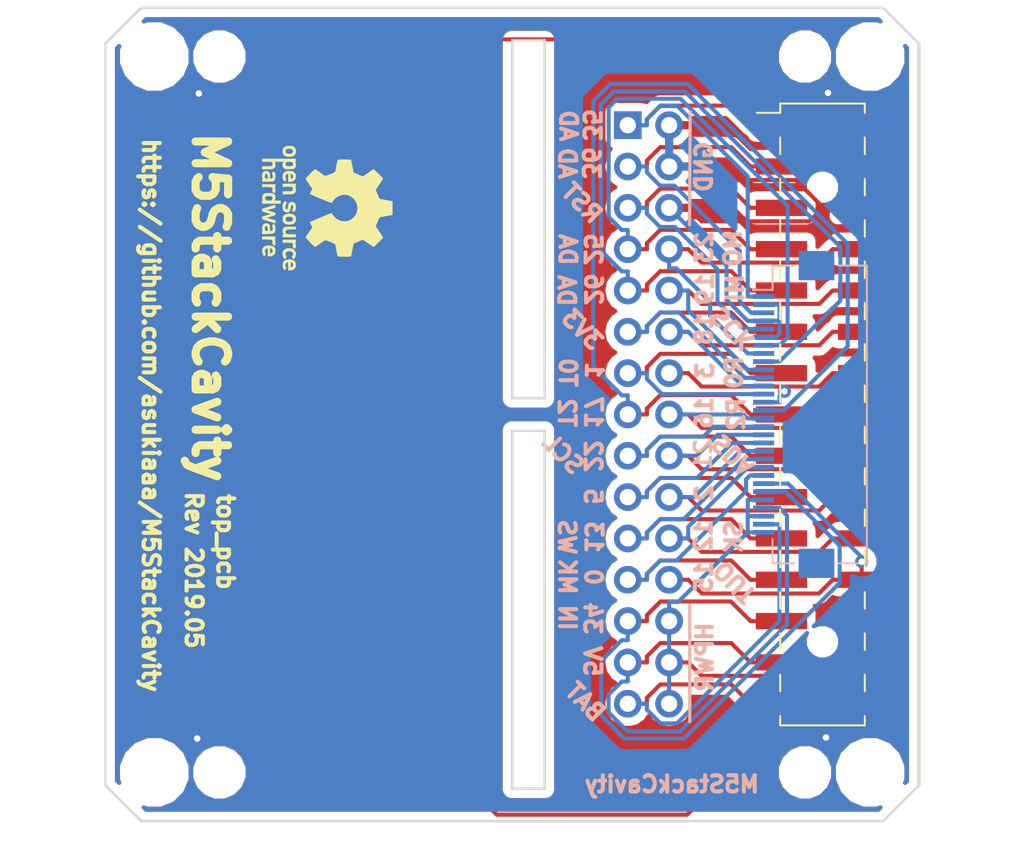
<source format=kicad_pcb>
(kicad_pcb (version 20171130) (host pcbnew 5.0.2-bee76a0~70~ubuntu18.04.1)

  (general
    (thickness 1.6)
    (drawings 59)
    (tracks 365)
    (zones 0)
    (modules 14)
    (nets 27)
  )

  (page A4)
  (layers
    (0 F.Cu signal)
    (31 B.Cu signal)
    (32 B.Adhes user)
    (33 F.Adhes user)
    (34 B.Paste user)
    (35 F.Paste user)
    (36 B.SilkS user)
    (37 F.SilkS user)
    (38 B.Mask user)
    (39 F.Mask user)
    (40 Dwgs.User user)
    (41 Cmts.User user)
    (42 Eco1.User user)
    (43 Eco2.User user)
    (44 Edge.Cuts user)
    (45 Margin user)
    (46 B.CrtYd user)
    (47 F.CrtYd user)
    (48 B.Fab user)
    (49 F.Fab user)
  )

  (setup
    (last_trace_width 0.25)
    (trace_clearance 0.2)
    (zone_clearance 0.508)
    (zone_45_only no)
    (trace_min 0.2)
    (segment_width 0.2)
    (edge_width 0.15)
    (via_size 0.8)
    (via_drill 0.4)
    (via_min_size 0.4)
    (via_min_drill 0.3)
    (uvia_size 0.3)
    (uvia_drill 0.1)
    (uvias_allowed no)
    (uvia_min_size 0.2)
    (uvia_min_drill 0.1)
    (pcb_text_width 0.3)
    (pcb_text_size 1.5 1.5)
    (mod_edge_width 0.15)
    (mod_text_size 1 1)
    (mod_text_width 0.15)
    (pad_size 3.15 1)
    (pad_drill 0)
    (pad_to_mask_clearance 0.2)
    (solder_mask_min_width 0.25)
    (aux_axis_origin 98.2472 62.5348)
    (grid_origin 98.3488 62.4332)
    (visible_elements FFFFFF7F)
    (pcbplotparams
      (layerselection 0x010fc_ffffffff)
      (usegerberextensions false)
      (usegerberattributes false)
      (usegerberadvancedattributes false)
      (creategerberjobfile false)
      (excludeedgelayer true)
      (linewidth 0.100000)
      (plotframeref false)
      (viasonmask false)
      (mode 1)
      (useauxorigin false)
      (hpglpennumber 1)
      (hpglpenspeed 20)
      (hpglpendiameter 15.000000)
      (psnegative false)
      (psa4output false)
      (plotreference true)
      (plotvalue true)
      (plotinvisibletext false)
      (padsonsilk false)
      (subtractmaskfromsilk false)
      (outputformat 1)
      (mirror false)
      (drillshape 0)
      (scaleselection 1)
      (outputdirectory "gerbers"))
  )

  (net 0 "")
  (net 1 GND)
  (net 2 G23)
  (net 3 G19)
  (net 4 G18)
  (net 5 G3)
  (net 6 G16)
  (net 7 G21)
  (net 8 G2)
  (net 9 G12)
  (net 10 G15)
  (net 11 HPWR)
  (net 12 +BATT)
  (net 13 +5V)
  (net 14 G34)
  (net 15 G0)
  (net 16 G13)
  (net 17 G5)
  (net 18 G22)
  (net 19 G17)
  (net 20 G1)
  (net 21 G26)
  (net 22 G25)
  (net 23 RST)
  (net 24 G36)
  (net 25 G35)
  (net 26 +3V3)

  (net_class Default "これは標準のネット クラスです。"
    (clearance 0.2)
    (trace_width 0.25)
    (via_dia 0.8)
    (via_drill 0.4)
    (uvia_dia 0.3)
    (uvia_drill 0.1)
    (add_net +3V3)
    (add_net +5V)
    (add_net +BATT)
    (add_net G0)
    (add_net G1)
    (add_net G12)
    (add_net G13)
    (add_net G15)
    (add_net G16)
    (add_net G17)
    (add_net G18)
    (add_net G19)
    (add_net G2)
    (add_net G21)
    (add_net G22)
    (add_net G23)
    (add_net G25)
    (add_net G26)
    (add_net G3)
    (add_net G34)
    (add_net G35)
    (add_net G36)
    (add_net G5)
    (add_net GND)
    (add_net HPWR)
    (add_net RST)
  )

  (module Symbol:OSHW-Logo_7.5x8mm_SilkScreen (layer F.Cu) (tedit 5CD7AE16) (tstamp 5CFC0EBB)
    (at 113.6396 62.3062 270)
    (descr "Open Source Hardware Logo")
    (tags "Logo OSHW")
    (attr virtual)
    (fp_text reference OSHWREF2 (at 0 0 270) (layer F.SilkS) hide
      (effects (font (size 1 1) (thickness 0.15)))
    )
    (fp_text value OSHW-Logo_7.5x8mm_SilkScreen (at 0.75 0 270) (layer F.Fab) hide
      (effects (font (size 1 1) (thickness 0.15)))
    )
    (fp_poly (pts (xy -2.53664 1.952468) (xy -2.501408 1.969874) (xy -2.45796 2.000206) (xy -2.426294 2.033283)
      (xy -2.404606 2.074817) (xy -2.391097 2.130522) (xy -2.383962 2.206111) (xy -2.3814 2.307296)
      (xy -2.38125 2.350797) (xy -2.381688 2.446135) (xy -2.383504 2.514271) (xy -2.387455 2.561418)
      (xy -2.394298 2.59379) (xy -2.404789 2.6176) (xy -2.415704 2.633843) (xy -2.485381 2.702952)
      (xy -2.567434 2.744521) (xy -2.65595 2.757023) (xy -2.745019 2.738934) (xy -2.773237 2.726142)
      (xy -2.84079 2.690931) (xy -2.84079 3.2427) (xy -2.791488 3.217205) (xy -2.726527 3.19748)
      (xy -2.64668 3.192427) (xy -2.566948 3.201756) (xy -2.506735 3.222714) (xy -2.456792 3.262627)
      (xy -2.414119 3.319741) (xy -2.41091 3.325605) (xy -2.397378 3.353227) (xy -2.387495 3.381068)
      (xy -2.380691 3.414794) (xy -2.376399 3.460071) (xy -2.374049 3.522562) (xy -2.373072 3.607935)
      (xy -2.372895 3.70401) (xy -2.372895 4.010526) (xy -2.556711 4.010526) (xy -2.556711 3.445339)
      (xy -2.608125 3.402077) (xy -2.661534 3.367472) (xy -2.712112 3.36118) (xy -2.76297 3.377372)
      (xy -2.790075 3.393227) (xy -2.810249 3.41581) (xy -2.824597 3.44994) (xy -2.834224 3.500434)
      (xy -2.840237 3.572111) (xy -2.84374 3.669788) (xy -2.844974 3.734802) (xy -2.849145 4.002171)
      (xy -2.936875 4.007222) (xy -3.024606 4.012273) (xy -3.024606 2.353101) (xy -2.84079 2.353101)
      (xy -2.836104 2.4456) (xy -2.820312 2.509809) (xy -2.790817 2.549759) (xy -2.74502 2.56948)
      (xy -2.69875 2.573421) (xy -2.646372 2.568892) (xy -2.61161 2.551069) (xy -2.589872 2.527519)
      (xy -2.57276 2.502189) (xy -2.562573 2.473969) (xy -2.55804 2.434431) (xy -2.557891 2.375142)
      (xy -2.559416 2.325498) (xy -2.562919 2.25071) (xy -2.568133 2.201611) (xy -2.576913 2.170467)
      (xy -2.591114 2.149545) (xy -2.604516 2.137452) (xy -2.660513 2.111081) (xy -2.726789 2.106822)
      (xy -2.764844 2.115906) (xy -2.802523 2.148196) (xy -2.827481 2.211006) (xy -2.839578 2.303894)
      (xy -2.84079 2.353101) (xy -3.024606 2.353101) (xy -3.024606 1.938421) (xy -2.932698 1.938421)
      (xy -2.877517 1.940603) (xy -2.849048 1.948351) (xy -2.840794 1.963468) (xy -2.84079 1.963916)
      (xy -2.83696 1.97872) (xy -2.820067 1.977039) (xy -2.786481 1.960772) (xy -2.708222 1.935887)
      (xy -2.620173 1.933271) (xy -2.53664 1.952468)) (layer F.SilkS) (width 0.01))
    (fp_poly (pts (xy -1.839543 3.198184) (xy -1.76093 3.21916) (xy -1.701084 3.25718) (xy -1.658853 3.306978)
      (xy -1.645725 3.32823) (xy -1.636032 3.350492) (xy -1.629256 3.37897) (xy -1.624877 3.418871)
      (xy -1.622376 3.475401) (xy -1.621232 3.553767) (xy -1.620928 3.659176) (xy -1.620922 3.687142)
      (xy -1.620922 4.010526) (xy -1.701132 4.010526) (xy -1.752294 4.006943) (xy -1.790123 3.997866)
      (xy -1.799601 3.992268) (xy -1.825512 3.982606) (xy -1.851976 3.992268) (xy -1.895548 4.00433)
      (xy -1.95884 4.009185) (xy -2.02899 4.007078) (xy -2.09314 3.998256) (xy -2.130593 3.986937)
      (xy -2.203067 3.940412) (xy -2.24836 3.875846) (xy -2.268722 3.79) (xy -2.268912 3.787796)
      (xy -2.267125 3.749713) (xy -2.105527 3.749713) (xy -2.091399 3.79303) (xy -2.068388 3.817408)
      (xy -2.022196 3.835845) (xy -1.961225 3.843205) (xy -1.899051 3.839583) (xy -1.849249 3.825074)
      (xy -1.835297 3.815765) (xy -1.810915 3.772753) (xy -1.804737 3.723857) (xy -1.804737 3.659605)
      (xy -1.897182 3.659605) (xy -1.985005 3.666366) (xy -2.051582 3.68552) (xy -2.092998 3.715376)
      (xy -2.105527 3.749713) (xy -2.267125 3.749713) (xy -2.26451 3.694004) (xy -2.233576 3.619847)
      (xy -2.175419 3.563767) (xy -2.16738 3.558665) (xy -2.132837 3.542055) (xy -2.090082 3.531996)
      (xy -2.030314 3.527107) (xy -1.95931 3.525983) (xy -1.804737 3.525921) (xy -1.804737 3.461125)
      (xy -1.811294 3.41085) (xy -1.828025 3.377169) (xy -1.829984 3.375376) (xy -1.867217 3.360642)
      (xy -1.92342 3.354931) (xy -1.985533 3.357737) (xy -2.04049 3.368556) (xy -2.073101 3.384782)
      (xy -2.090772 3.39778) (xy -2.109431 3.400262) (xy -2.135181 3.389613) (xy -2.174127 3.363218)
      (xy -2.23237 3.318465) (xy -2.237716 3.314273) (xy -2.234977 3.29876) (xy -2.212124 3.27296)
      (xy -2.177391 3.244289) (xy -2.13901 3.220166) (xy -2.126952 3.21447) (xy -2.082966 3.203103)
      (xy -2.018513 3.194995) (xy -1.946503 3.191743) (xy -1.943136 3.191736) (xy -1.839543 3.198184)) (layer F.SilkS) (width 0.01))
    (fp_poly (pts (xy -1.320119 3.193486) (xy -1.295112 3.200982) (xy -1.28705 3.217451) (xy -1.286711 3.224886)
      (xy -1.285264 3.245594) (xy -1.275302 3.248845) (xy -1.248388 3.234648) (xy -1.232402 3.224948)
      (xy -1.181967 3.204175) (xy -1.121728 3.193904) (xy -1.058566 3.193114) (xy -0.999363 3.200786)
      (xy -0.950998 3.215898) (xy -0.920354 3.237432) (xy -0.914311 3.264366) (xy -0.917361 3.27166)
      (xy -0.939594 3.301937) (xy -0.97407 3.339175) (xy -0.980306 3.345195) (xy -1.013167 3.372875)
      (xy -1.04152 3.381818) (xy -1.081173 3.375576) (xy -1.097058 3.371429) (xy -1.146491 3.361467)
      (xy -1.181248 3.365947) (xy -1.2106 3.381746) (xy -1.237487 3.402949) (xy -1.25729 3.429614)
      (xy -1.271052 3.466827) (xy -1.279816 3.519673) (xy -1.284626 3.593237) (xy -1.286526 3.692605)
      (xy -1.286711 3.752601) (xy -1.286711 4.010526) (xy -1.453816 4.010526) (xy -1.453816 3.19171)
      (xy -1.370264 3.19171) (xy -1.320119 3.193486)) (layer F.SilkS) (width 0.01))
    (fp_poly (pts (xy -0.267369 4.010526) (xy -0.359277 4.010526) (xy -0.412623 4.008962) (xy -0.440407 4.002485)
      (xy -0.45041 3.988418) (xy -0.451185 3.978906) (xy -0.452872 3.959832) (xy -0.46351 3.956174)
      (xy -0.491465 3.967932) (xy -0.513205 3.978906) (xy -0.596668 4.004911) (xy -0.687396 4.006416)
      (xy -0.761158 3.987021) (xy -0.829846 3.940165) (xy -0.882206 3.871004) (xy -0.910878 3.789427)
      (xy -0.911608 3.784866) (xy -0.915868 3.735101) (xy -0.917986 3.663659) (xy -0.917816 3.609626)
      (xy -0.73528 3.609626) (xy -0.731051 3.681441) (xy -0.721432 3.740634) (xy -0.70841 3.77406)
      (xy -0.659144 3.81974) (xy -0.60065 3.836115) (xy -0.540329 3.822873) (xy -0.488783 3.783373)
      (xy -0.469262 3.756807) (xy -0.457848 3.725106) (xy -0.452502 3.678832) (xy -0.451185 3.609328)
      (xy -0.453542 3.540499) (xy -0.459767 3.480026) (xy -0.468592 3.439556) (xy -0.470063 3.435929)
      (xy -0.505653 3.392802) (xy -0.5576 3.369124) (xy -0.615722 3.365301) (xy -0.66984 3.381738)
      (xy -0.709774 3.41884) (xy -0.713917 3.426222) (xy -0.726884 3.471239) (xy -0.733948 3.535967)
      (xy -0.73528 3.609626) (xy -0.917816 3.609626) (xy -0.917729 3.58223) (xy -0.916528 3.538405)
      (xy -0.908355 3.429988) (xy -0.89137 3.348588) (xy -0.863113 3.288412) (xy -0.821128 3.243666)
      (xy -0.780368 3.2174) (xy -0.723419 3.198935) (xy -0.652589 3.192602) (xy -0.580059 3.19776)
      (xy -0.518014 3.213769) (xy -0.485232 3.23292) (xy -0.451185 3.263732) (xy -0.451185 2.87421)
      (xy -0.267369 2.87421) (xy -0.267369 4.010526)) (layer F.SilkS) (width 0.01))
    (fp_poly (pts (xy 0.37413 3.195104) (xy 0.44022 3.200066) (xy 0.526626 3.459079) (xy 0.613031 3.718092)
      (xy 0.640124 3.626184) (xy 0.656428 3.569384) (xy 0.677875 3.492625) (xy 0.701035 3.408251)
      (xy 0.71328 3.362993) (xy 0.759344 3.19171) (xy 0.949387 3.19171) (xy 0.892582 3.371349)
      (xy 0.864607 3.459704) (xy 0.830813 3.566281) (xy 0.79552 3.677454) (xy 0.764013 3.776579)
      (xy 0.69225 4.002171) (xy 0.537286 4.012253) (xy 0.49527 3.873528) (xy 0.469359 3.787351)
      (xy 0.441083 3.692347) (xy 0.416369 3.608441) (xy 0.415394 3.605102) (xy 0.396935 3.548248)
      (xy 0.380649 3.509456) (xy 0.369242 3.494787) (xy 0.366898 3.496483) (xy 0.358671 3.519225)
      (xy 0.343038 3.56794) (xy 0.321904 3.636502) (xy 0.29717 3.718785) (xy 0.283787 3.764046)
      (xy 0.211311 4.010526) (xy 0.057495 4.010526) (xy -0.065469 3.622006) (xy -0.100012 3.513022)
      (xy -0.131479 3.414048) (xy -0.158384 3.329736) (xy -0.179241 3.264734) (xy -0.192562 3.223692)
      (xy -0.196612 3.211701) (xy -0.193406 3.199423) (xy -0.168235 3.194046) (xy -0.115854 3.194584)
      (xy -0.107655 3.19499) (xy -0.010518 3.200066) (xy 0.0531 3.434013) (xy 0.076484 3.519333)
      (xy 0.097381 3.594335) (xy 0.113951 3.652507) (xy 0.124354 3.687337) (xy 0.126276 3.693016)
      (xy 0.134241 3.686486) (xy 0.150304 3.652654) (xy 0.172621 3.596127) (xy 0.199345 3.52151)
      (xy 0.221937 3.454107) (xy 0.308041 3.190143) (xy 0.37413 3.195104)) (layer F.SilkS) (width 0.01))
    (fp_poly (pts (xy 1.379992 3.196673) (xy 1.450427 3.21378) (xy 1.470787 3.222844) (xy 1.510253 3.246583)
      (xy 1.540541 3.273321) (xy 1.562952 3.307699) (xy 1.578786 3.35436) (xy 1.589343 3.417946)
      (xy 1.595924 3.503099) (xy 1.599828 3.614462) (xy 1.60131 3.688849) (xy 1.606765 4.010526)
      (xy 1.51358 4.010526) (xy 1.457047 4.008156) (xy 1.427922 4.000055) (xy 1.420394 3.986451)
      (xy 1.41642 3.971741) (xy 1.398652 3.974554) (xy 1.37444 3.986348) (xy 1.313828 4.004427)
      (xy 1.235929 4.009299) (xy 1.153995 4.00133) (xy 1.081281 3.980889) (xy 1.074759 3.978051)
      (xy 1.008302 3.931365) (xy 0.964491 3.866464) (xy 0.944332 3.7906) (xy 0.945872 3.763344)
      (xy 1.110345 3.763344) (xy 1.124837 3.800024) (xy 1.167805 3.826309) (xy 1.237129 3.840417)
      (xy 1.274177 3.84229) (xy 1.335919 3.837494) (xy 1.37696 3.818858) (xy 1.386973 3.81)
      (xy 1.4141 3.761806) (xy 1.420394 3.718092) (xy 1.420394 3.659605) (xy 1.33893 3.659605)
      (xy 1.244234 3.664432) (xy 1.177813 3.679613) (xy 1.135846 3.7062) (xy 1.126449 3.718052)
      (xy 1.110345 3.763344) (xy 0.945872 3.763344) (xy 0.948829 3.711026) (xy 0.978985 3.634995)
      (xy 1.020131 3.583612) (xy 1.045052 3.561397) (xy 1.069448 3.546798) (xy 1.101191 3.537897)
      (xy 1.148152 3.532775) (xy 1.218204 3.529515) (xy 1.24599 3.528577) (xy 1.420394 3.522879)
      (xy 1.420138 3.470091) (xy 1.413384 3.414603) (xy 1.388964 3.381052) (xy 1.33963 3.359618)
      (xy 1.338306 3.359236) (xy 1.26836 3.350808) (xy 1.199914 3.361816) (xy 1.149047 3.388585)
      (xy 1.128637 3.401803) (xy 1.106654 3.399974) (xy 1.072826 3.380824) (xy 1.052961 3.367308)
      (xy 1.014106 3.338432) (xy 0.990038 3.316786) (xy 0.986176 3.310589) (xy 1.002079 3.278519)
      (xy 1.049065 3.240219) (xy 1.069473 3.227297) (xy 1.128143 3.205041) (xy 1.207212 3.192432)
      (xy 1.295041 3.1896) (xy 1.379992 3.196673)) (layer F.SilkS) (width 0.01))
    (fp_poly (pts (xy 2.173167 3.191447) (xy 2.237408 3.204112) (xy 2.27398 3.222864) (xy 2.312453 3.254017)
      (xy 2.257717 3.323127) (xy 2.223969 3.364979) (xy 2.201053 3.385398) (xy 2.178279 3.388517)
      (xy 2.144956 3.378472) (xy 2.129314 3.372789) (xy 2.065542 3.364404) (xy 2.00714 3.382378)
      (xy 1.964264 3.422982) (xy 1.957299 3.435929) (xy 1.949713 3.470224) (xy 1.943859 3.533427)
      (xy 1.940011 3.62106) (xy 1.938443 3.72864) (xy 1.938421 3.743944) (xy 1.938421 4.010526)
      (xy 1.754605 4.010526) (xy 1.754605 3.19171) (xy 1.846513 3.19171) (xy 1.899507 3.193094)
      (xy 1.927115 3.199252) (xy 1.937324 3.213194) (xy 1.938421 3.226344) (xy 1.938421 3.260978)
      (xy 1.98245 3.226344) (xy 2.032937 3.202716) (xy 2.10076 3.191033) (xy 2.173167 3.191447)) (layer F.SilkS) (width 0.01))
    (fp_poly (pts (xy 2.701193 3.196078) (xy 2.781068 3.216845) (xy 2.847962 3.259705) (xy 2.880351 3.291723)
      (xy 2.933445 3.367413) (xy 2.963873 3.455216) (xy 2.974327 3.56315) (xy 2.97438 3.571875)
      (xy 2.974473 3.659605) (xy 2.469534 3.659605) (xy 2.480298 3.705559) (xy 2.499732 3.747178)
      (xy 2.533745 3.790544) (xy 2.54086 3.797467) (xy 2.602003 3.834935) (xy 2.671729 3.841289)
      (xy 2.751987 3.816638) (xy 2.765592 3.81) (xy 2.807319 3.789819) (xy 2.835268 3.778321)
      (xy 2.840145 3.777258) (xy 2.857168 3.787583) (xy 2.889633 3.812845) (xy 2.906114 3.82665)
      (xy 2.940264 3.858361) (xy 2.951478 3.879299) (xy 2.943695 3.89856) (xy 2.939535 3.903827)
      (xy 2.911357 3.926878) (xy 2.864862 3.954892) (xy 2.832434 3.971246) (xy 2.740385 4.000059)
      (xy 2.638476 4.009395) (xy 2.541963 3.998332) (xy 2.514934 3.990412) (xy 2.431276 3.945581)
      (xy 2.369266 3.876598) (xy 2.328545 3.782794) (xy 2.308755 3.663498) (xy 2.306582 3.601118)
      (xy 2.312926 3.510298) (xy 2.473157 3.510298) (xy 2.488655 3.517012) (xy 2.530312 3.52228)
      (xy 2.590876 3.525389) (xy 2.631907 3.525921) (xy 2.705711 3.525408) (xy 2.752293 3.523006)
      (xy 2.777848 3.517422) (xy 2.788569 3.507361) (xy 2.790657 3.492763) (xy 2.776331 3.447796)
      (xy 2.740262 3.403353) (xy 2.692815 3.369242) (xy 2.645349 3.355288) (xy 2.580879 3.367666)
      (xy 2.52507 3.403452) (xy 2.486374 3.455033) (xy 2.473157 3.510298) (xy 2.312926 3.510298)
      (xy 2.315821 3.468866) (xy 2.344336 3.363498) (xy 2.392729 3.284178) (xy 2.461604 3.230071)
      (xy 2.551565 3.200343) (xy 2.6003 3.194618) (xy 2.701193 3.196078)) (layer F.SilkS) (width 0.01))
    (fp_poly (pts (xy -3.373216 1.947104) (xy -3.285795 1.985754) (xy -3.21943 2.05029) (xy -3.174024 2.140812)
      (xy -3.149482 2.257418) (xy -3.147723 2.275624) (xy -3.146344 2.403984) (xy -3.164216 2.516496)
      (xy -3.20025 2.607688) (xy -3.219545 2.637022) (xy -3.286755 2.699106) (xy -3.37235 2.739316)
      (xy -3.46811 2.756003) (xy -3.565813 2.747517) (xy -3.640083 2.72138) (xy -3.703953 2.677335)
      (xy -3.756154 2.619587) (xy -3.757057 2.618236) (xy -3.778256 2.582593) (xy -3.792033 2.546752)
      (xy -3.800376 2.501519) (xy -3.805273 2.437701) (xy -3.807431 2.385368) (xy -3.808329 2.33791)
      (xy -3.641257 2.33791) (xy -3.639624 2.385154) (xy -3.633696 2.448046) (xy -3.623239 2.488407)
      (xy -3.604381 2.517122) (xy -3.586719 2.533896) (xy -3.524106 2.569016) (xy -3.458592 2.57371)
      (xy -3.397579 2.54844) (xy -3.367072 2.520124) (xy -3.345089 2.491589) (xy -3.332231 2.464284)
      (xy -3.326588 2.42875) (xy -3.326249 2.375524) (xy -3.327988 2.326506) (xy -3.331729 2.256482)
      (xy -3.337659 2.211064) (xy -3.348347 2.18144) (xy -3.366361 2.158797) (xy -3.380637 2.145855)
      (xy -3.440349 2.11186) (xy -3.504766 2.110165) (xy -3.558781 2.130301) (xy -3.60486 2.172352)
      (xy -3.632311 2.241428) (xy -3.641257 2.33791) (xy -3.808329 2.33791) (xy -3.809401 2.281299)
      (xy -3.806036 2.203468) (xy -3.795955 2.14493) (xy -3.777774 2.098737) (xy -3.75011 2.057942)
      (xy -3.739854 2.045828) (xy -3.675722 1.985474) (xy -3.606934 1.95022) (xy -3.522811 1.93545)
      (xy -3.481791 1.934243) (xy -3.373216 1.947104)) (layer F.SilkS) (width 0.01))
    (fp_poly (pts (xy -1.802982 1.957027) (xy -1.78633 1.964866) (xy -1.728695 2.007086) (xy -1.674195 2.0687)
      (xy -1.633501 2.136543) (xy -1.621926 2.167734) (xy -1.611366 2.223449) (xy -1.605069 2.290781)
      (xy -1.604304 2.318585) (xy -1.604211 2.406316) (xy -2.10915 2.406316) (xy -2.098387 2.45227)
      (xy -2.071967 2.50662) (xy -2.025778 2.553591) (xy -1.970828 2.583848) (xy -1.935811 2.590131)
      (xy -1.888323 2.582506) (xy -1.831665 2.563383) (xy -1.812418 2.554584) (xy -1.741241 2.519036)
      (xy -1.680498 2.565367) (xy -1.645448 2.596703) (xy -1.626798 2.622567) (xy -1.625853 2.630158)
      (xy -1.642515 2.648556) (xy -1.67903 2.676515) (xy -1.712172 2.698327) (xy -1.801607 2.737537)
      (xy -1.901871 2.755285) (xy -2.001246 2.75067) (xy -2.080461 2.726551) (xy -2.16212 2.674884)
      (xy -2.220151 2.606856) (xy -2.256454 2.518843) (xy -2.272928 2.407216) (xy -2.274389 2.356138)
      (xy -2.268543 2.239091) (xy -2.267825 2.235686) (xy -2.100511 2.235686) (xy -2.095903 2.246662)
      (xy -2.076964 2.252715) (xy -2.037902 2.25531) (xy -1.972923 2.25591) (xy -1.947903 2.255921)
      (xy -1.871779 2.255014) (xy -1.823504 2.25172) (xy -1.79754 2.245181) (xy -1.788352 2.234537)
      (xy -1.788027 2.231119) (xy -1.798513 2.203956) (xy -1.824758 2.165903) (xy -1.836041 2.152579)
      (xy -1.877928 2.114896) (xy -1.921591 2.10008) (xy -1.945115 2.098842) (xy -2.008757 2.114329)
      (xy -2.062127 2.15593) (xy -2.095981 2.216353) (xy -2.096581 2.218322) (xy -2.100511 2.235686)
      (xy -2.267825 2.235686) (xy -2.249101 2.146928) (xy -2.214078 2.07319) (xy -2.171244 2.020848)
      (xy -2.092052 1.964092) (xy -1.99896 1.933762) (xy -1.899945 1.931021) (xy -1.802982 1.957027)) (layer F.SilkS) (width 0.01))
    (fp_poly (pts (xy 0.018628 1.935547) (xy 0.081908 1.947548) (xy 0.147557 1.972648) (xy 0.154572 1.975848)
      (xy 0.204356 2.002026) (xy 0.238834 2.026353) (xy 0.249978 2.041937) (xy 0.239366 2.067353)
      (xy 0.213588 2.104853) (xy 0.202146 2.118852) (xy 0.154992 2.173954) (xy 0.094201 2.138086)
      (xy 0.036347 2.114192) (xy -0.0305 2.10142) (xy -0.094606 2.100613) (xy -0.144236 2.112615)
      (xy -0.156146 2.120105) (xy -0.178828 2.15445) (xy -0.181584 2.194013) (xy -0.164612 2.22492)
      (xy -0.154573 2.230913) (xy -0.12449 2.238357) (xy -0.071611 2.247106) (xy -0.006425 2.255467)
      (xy 0.0056 2.256778) (xy 0.110297 2.274888) (xy 0.186232 2.305651) (xy 0.236592 2.351907)
      (xy 0.264564 2.416497) (xy 0.273278 2.495387) (xy 0.26124 2.585065) (xy 0.222151 2.655486)
      (xy 0.155855 2.706777) (xy 0.062194 2.739067) (xy -0.041777 2.751807) (xy -0.126562 2.751654)
      (xy -0.195335 2.740083) (xy -0.242303 2.724109) (xy -0.30165 2.696275) (xy -0.356494 2.663973)
      (xy -0.375987 2.649755) (xy -0.426119 2.608835) (xy -0.305197 2.486477) (xy -0.236457 2.531967)
      (xy -0.167512 2.566133) (xy -0.093889 2.584004) (xy -0.023117 2.585889) (xy 0.037274 2.572101)
      (xy 0.079757 2.542949) (xy 0.093474 2.518352) (xy 0.091417 2.478904) (xy 0.05733 2.448737)
      (xy -0.008692 2.427906) (xy -0.081026 2.418279) (xy -0.192348 2.39991) (xy -0.275048 2.365254)
      (xy -0.330235 2.313297) (xy -0.359012 2.243023) (xy -0.362999 2.159707) (xy -0.343307 2.072681)
      (xy -0.298411 2.006902) (xy -0.227909 1.962068) (xy -0.131399 1.937879) (xy -0.0599 1.933137)
      (xy 0.018628 1.935547)) (layer F.SilkS) (width 0.01))
    (fp_poly (pts (xy 0.811669 1.94831) (xy 0.896192 1.99434) (xy 0.962321 2.067006) (xy 0.993478 2.126106)
      (xy 1.006855 2.178305) (xy 1.015522 2.252719) (xy 1.019237 2.338442) (xy 1.017754 2.424569)
      (xy 1.010831 2.500193) (xy 1.002745 2.540584) (xy 0.975465 2.59584) (xy 0.92822 2.65453)
      (xy 0.871282 2.705852) (xy 0.814924 2.739005) (xy 0.81355 2.739531) (xy 0.743616 2.754018)
      (xy 0.660737 2.754377) (xy 0.581977 2.741188) (xy 0.551566 2.730617) (xy 0.473239 2.686201)
      (xy 0.417143 2.628007) (xy 0.380286 2.550965) (xy 0.35968 2.450001) (xy 0.355018 2.397116)
      (xy 0.355613 2.330663) (xy 0.534736 2.330663) (xy 0.54077 2.42763) (xy 0.558138 2.501523)
      (xy 0.58574 2.548736) (xy 0.605404 2.562237) (xy 0.655787 2.571651) (xy 0.715673 2.568864)
      (xy 0.767449 2.555316) (xy 0.781027 2.547862) (xy 0.816849 2.504451) (xy 0.840493 2.438014)
      (xy 0.850558 2.357161) (xy 0.845642 2.270502) (xy 0.834655 2.218349) (xy 0.803109 2.157951)
      (xy 0.753311 2.120197) (xy 0.693337 2.107143) (xy 0.631264 2.120849) (xy 0.583582 2.154372)
      (xy 0.558525 2.182031) (xy 0.5439 2.209294) (xy 0.536929 2.24619) (xy 0.534833 2.30275)
      (xy 0.534736 2.330663) (xy 0.355613 2.330663) (xy 0.356282 2.255994) (xy 0.379265 2.140271)
      (xy 0.423972 2.049941) (xy 0.490405 1.985) (xy 0.578565 1.945445) (xy 0.597495 1.940858)
      (xy 0.711266 1.93009) (xy 0.811669 1.94831)) (layer F.SilkS) (width 0.01))
    (fp_poly (pts (xy 1.320131 2.198533) (xy 1.32171 2.321089) (xy 1.327481 2.414179) (xy 1.338991 2.481651)
      (xy 1.35779 2.527355) (xy 1.385426 2.555139) (xy 1.423448 2.568854) (xy 1.470526 2.572358)
      (xy 1.519832 2.568432) (xy 1.557283 2.554089) (xy 1.584428 2.525478) (xy 1.602815 2.478751)
      (xy 1.613993 2.410058) (xy 1.619511 2.31555) (xy 1.620921 2.198533) (xy 1.620921 1.938421)
      (xy 1.804736 1.938421) (xy 1.804736 2.740526) (xy 1.712828 2.740526) (xy 1.657422 2.738281)
      (xy 1.628891 2.730396) (xy 1.620921 2.715428) (xy 1.61612 2.702097) (xy 1.597014 2.704917)
      (xy 1.558504 2.723783) (xy 1.470239 2.752887) (xy 1.376623 2.750825) (xy 1.286921 2.719221)
      (xy 1.244204 2.694257) (xy 1.211621 2.667226) (xy 1.187817 2.633405) (xy 1.171439 2.588068)
      (xy 1.161131 2.526489) (xy 1.155541 2.443943) (xy 1.153312 2.335705) (xy 1.153026 2.252004)
      (xy 1.153026 1.938421) (xy 1.320131 1.938421) (xy 1.320131 2.198533)) (layer F.SilkS) (width 0.01))
    (fp_poly (pts (xy 2.946576 1.945419) (xy 3.043395 1.986549) (xy 3.07389 2.006571) (xy 3.112865 2.03734)
      (xy 3.137331 2.061533) (xy 3.141578 2.069413) (xy 3.129584 2.086899) (xy 3.098887 2.11657)
      (xy 3.074312 2.137279) (xy 3.007046 2.191336) (xy 2.95393 2.146642) (xy 2.912884 2.117789)
      (xy 2.872863 2.107829) (xy 2.827059 2.110261) (xy 2.754324 2.128345) (xy 2.704256 2.165881)
      (xy 2.673829 2.226562) (xy 2.660017 2.314081) (xy 2.660013 2.314136) (xy 2.661208 2.411958)
      (xy 2.679772 2.48373) (xy 2.716804 2.532595) (xy 2.74205 2.549143) (xy 2.809097 2.569749)
      (xy 2.880709 2.569762) (xy 2.943015 2.549768) (xy 2.957763 2.54) (xy 2.99475 2.515047)
      (xy 3.023668 2.510958) (xy 3.054856 2.52953) (xy 3.089336 2.562887) (xy 3.143912 2.619196)
      (xy 3.083318 2.669142) (xy 2.989698 2.725513) (xy 2.884125 2.753293) (xy 2.773798 2.751282)
      (xy 2.701343 2.732862) (xy 2.616656 2.68731) (xy 2.548927 2.61565) (xy 2.518157 2.565066)
      (xy 2.493236 2.492488) (xy 2.480766 2.400569) (xy 2.48067 2.300948) (xy 2.49287 2.205267)
      (xy 2.51729 2.125169) (xy 2.521136 2.116956) (xy 2.578093 2.036413) (xy 2.655209 1.977771)
      (xy 2.74639 1.942247) (xy 2.845543 1.931057) (xy 2.946576 1.945419)) (layer F.SilkS) (width 0.01))
    (fp_poly (pts (xy 3.558784 1.935554) (xy 3.601574 1.945949) (xy 3.683609 1.984013) (xy 3.753757 2.042149)
      (xy 3.802305 2.111852) (xy 3.808975 2.127502) (xy 3.818124 2.168496) (xy 3.824529 2.229138)
      (xy 3.82671 2.29043) (xy 3.82671 2.406316) (xy 3.584407 2.406316) (xy 3.484471 2.406693)
      (xy 3.414069 2.408987) (xy 3.369313 2.414938) (xy 3.346315 2.426285) (xy 3.341189 2.444771)
      (xy 3.350048 2.472136) (xy 3.365917 2.504155) (xy 3.410184 2.557592) (xy 3.471699 2.584215)
      (xy 3.546885 2.583347) (xy 3.632053 2.554371) (xy 3.705659 2.518611) (xy 3.766734 2.566904)
      (xy 3.82781 2.615197) (xy 3.770351 2.668285) (xy 3.693641 2.718445) (xy 3.599302 2.748688)
      (xy 3.497827 2.757151) (xy 3.399711 2.741974) (xy 3.383881 2.736824) (xy 3.297647 2.691791)
      (xy 3.233501 2.624652) (xy 3.190091 2.533405) (xy 3.166064 2.416044) (xy 3.165784 2.413529)
      (xy 3.163633 2.285627) (xy 3.172329 2.239997) (xy 3.342105 2.239997) (xy 3.357697 2.247013)
      (xy 3.400029 2.252388) (xy 3.462434 2.255457) (xy 3.501981 2.255921) (xy 3.575728 2.25563)
      (xy 3.62184 2.253783) (xy 3.6461 2.248912) (xy 3.654294 2.239555) (xy 3.652206 2.224245)
      (xy 3.650455 2.218322) (xy 3.62056 2.162668) (xy 3.573542 2.117815) (xy 3.532049 2.098105)
      (xy 3.476926 2.099295) (xy 3.421068 2.123875) (xy 3.374212 2.16457) (xy 3.346094 2.214108)
      (xy 3.342105 2.239997) (xy 3.172329 2.239997) (xy 3.185074 2.173133) (xy 3.227611 2.078727)
      (xy 3.288747 2.005088) (xy 3.365985 1.954893) (xy 3.45683 1.930822) (xy 3.558784 1.935554)) (layer F.SilkS) (width 0.01))
    (fp_poly (pts (xy -1.002043 1.952226) (xy -0.960454 1.97209) (xy -0.920175 2.000784) (xy -0.88949 2.033809)
      (xy -0.867139 2.075931) (xy -0.851864 2.131915) (xy -0.842408 2.206528) (xy -0.837513 2.304535)
      (xy -0.835919 2.430702) (xy -0.835894 2.443914) (xy -0.835527 2.740526) (xy -1.019343 2.740526)
      (xy -1.019343 2.467081) (xy -1.019473 2.365777) (xy -1.020379 2.292353) (xy -1.022827 2.241271)
      (xy -1.027586 2.20699) (xy -1.035426 2.183971) (xy -1.047115 2.166673) (xy -1.063398 2.149581)
      (xy -1.120366 2.112857) (xy -1.182555 2.106042) (xy -1.241801 2.129261) (xy -1.262405 2.146543)
      (xy -1.27753 2.162791) (xy -1.28839 2.180191) (xy -1.29569 2.204212) (xy -1.300137 2.240322)
      (xy -1.302436 2.293988) (xy -1.303296 2.37068) (xy -1.303422 2.464043) (xy -1.303422 2.740526)
      (xy -1.487237 2.740526) (xy -1.487237 1.938421) (xy -1.395329 1.938421) (xy -1.340149 1.940603)
      (xy -1.31168 1.948351) (xy -1.303425 1.963468) (xy -1.303422 1.963916) (xy -1.299592 1.97872)
      (xy -1.282699 1.97704) (xy -1.249112 1.960773) (xy -1.172937 1.93684) (xy -1.0858 1.934178)
      (xy -1.002043 1.952226)) (layer F.SilkS) (width 0.01))
    (fp_poly (pts (xy 2.391388 1.937645) (xy 2.448865 1.955206) (xy 2.485872 1.977395) (xy 2.497927 1.994942)
      (xy 2.494609 2.015742) (xy 2.473079 2.048419) (xy 2.454874 2.071562) (xy 2.417344 2.113402)
      (xy 2.389148 2.131005) (xy 2.365111 2.129856) (xy 2.293808 2.11171) (xy 2.241442 2.112534)
      (xy 2.198918 2.133098) (xy 2.184642 2.145134) (xy 2.138947 2.187483) (xy 2.138947 2.740526)
      (xy 1.955131 2.740526) (xy 1.955131 1.938421) (xy 2.047039 1.938421) (xy 2.102219 1.940603)
      (xy 2.130688 1.948351) (xy 2.138943 1.963468) (xy 2.138947 1.963916) (xy 2.142845 1.979749)
      (xy 2.160474 1.977684) (xy 2.184901 1.966261) (xy 2.23535 1.945005) (xy 2.276316 1.932216)
      (xy 2.329028 1.928938) (xy 2.391388 1.937645)) (layer F.SilkS) (width 0.01))
    (fp_poly (pts (xy 0.500964 -3.601424) (xy 0.576513 -3.200678) (xy 1.134041 -2.970846) (xy 1.468465 -3.198252)
      (xy 1.562122 -3.261569) (xy 1.646782 -3.318104) (xy 1.718495 -3.365273) (xy 1.773311 -3.400498)
      (xy 1.80728 -3.421195) (xy 1.81653 -3.425658) (xy 1.833195 -3.41418) (xy 1.868806 -3.382449)
      (xy 1.919371 -3.334517) (xy 1.9809 -3.274438) (xy 2.049399 -3.206267) (xy 2.120879 -3.134055)
      (xy 2.191347 -3.061858) (xy 2.256811 -2.993727) (xy 2.31328 -2.933717) (xy 2.356763 -2.885881)
      (xy 2.383268 -2.854273) (xy 2.389605 -2.843695) (xy 2.380486 -2.824194) (xy 2.35492 -2.781469)
      (xy 2.315597 -2.719702) (xy 2.265203 -2.643069) (xy 2.206427 -2.555752) (xy 2.172368 -2.505948)
      (xy 2.110289 -2.415007) (xy 2.055126 -2.332941) (xy 2.009554 -2.263837) (xy 1.97625 -2.211778)
      (xy 1.95789 -2.18085) (xy 1.955131 -2.17435) (xy 1.961385 -2.155879) (xy 1.978434 -2.112828)
      (xy 2.003703 -2.051251) (xy 2.034622 -1.977201) (xy 2.068618 -1.89673) (xy 2.103118 -1.815893)
      (xy 2.135551 -1.740742) (xy 2.163343 -1.677329) (xy 2.183923 -1.631707) (xy 2.194719 -1.609931)
      (xy 2.195356 -1.609074) (xy 2.212307 -1.604916) (xy 2.257451 -1.595639) (xy 2.32611 -1.582156)
      (xy 2.413602 -1.565379) (xy 2.51525 -1.546219) (xy 2.574556 -1.53517) (xy 2.683172 -1.51449)
      (xy 2.781277 -1.494811) (xy 2.863909 -1.477211) (xy 2.926104 -1.462767) (xy 2.962899 -1.452554)
      (xy 2.970296 -1.449314) (xy 2.97754 -1.427383) (xy 2.983385 -1.377853) (xy 2.987835 -1.306515)
      (xy 2.990893 -1.219161) (xy 2.992565 -1.121583) (xy 2.992853 -1.019574) (xy 2.991761 -0.918925)
      (xy 2.989294 -0.825428) (xy 2.985456 -0.744875) (xy 2.98025 -0.683058) (xy 2.973681 -0.64577)
      (xy 2.969741 -0.638007) (xy 2.946188 -0.628702) (xy 2.896282 -0.6154) (xy 2.826623 -0.599663)
      (xy 2.743813 -0.583054) (xy 2.714905 -0.577681) (xy 2.575531 -0.552152) (xy 2.465436 -0.531592)
      (xy 2.380982 -0.515185) (xy 2.31853 -0.502113) (xy 2.274444 -0.491559) (xy 2.245085 -0.482706)
      (xy 2.226815 -0.474737) (xy 2.215998 -0.466835) (xy 2.214485 -0.465273) (xy 2.199377 -0.440114)
      (xy 2.176329 -0.39115) (xy 2.147644 -0.324379) (xy 2.115622 -0.245795) (xy 2.082565 -0.161393)
      (xy 2.050773 -0.07717) (xy 2.022549 0.000879) (xy 2.000193 0.066759) (xy 1.986007 0.114473)
      (xy 1.982293 0.138027) (xy 1.982602 0.138852) (xy 1.995189 0.158104) (xy 2.023744 0.200463)
      (xy 2.065267 0.261521) (xy 2.116756 0.336868) (xy 2.175211 0.422096) (xy 2.191858 0.446315)
      (xy 2.251215 0.534123) (xy 2.303447 0.614238) (xy 2.345708 0.682062) (xy 2.375153 0.732993)
      (xy 2.388937 0.762431) (xy 2.389605 0.766048) (xy 2.378024 0.785057) (xy 2.346024 0.822714)
      (xy 2.297718 0.874973) (xy 2.23722 0.937786) (xy 2.168644 1.007106) (xy 2.096104 1.078885)
      (xy 2.023712 1.149077) (xy 1.955584 1.213635) (xy 1.895832 1.26851) (xy 1.848571 1.309656)
      (xy 1.817913 1.333026) (xy 1.809432 1.336842) (xy 1.789691 1.327855) (xy 1.749274 1.303616)
      (xy 1.694763 1.268209) (xy 1.652823 1.239711) (xy 1.576829 1.187418) (xy 1.486834 1.125845)
      (xy 1.396564 1.06437) (xy 1.348032 1.031469) (xy 1.183762 0.920359) (xy 1.045869 0.994916)
      (xy 0.983049 1.027578) (xy 0.929629 1.052966) (xy 0.893484 1.067446) (xy 0.884284 1.06946)
      (xy 0.873221 1.054584) (xy 0.851394 1.012547) (xy 0.820434 0.947227) (xy 0.78197 0.8625)
      (xy 0.737632 0.762245) (xy 0.689047 0.650339) (xy 0.637846 0.530659) (xy 0.585659 0.407084)
      (xy 0.534113 0.283491) (xy 0.48484 0.163757) (xy 0.439467 0.051759) (xy 0.399625 -0.048623)
      (xy 0.366942 -0.133514) (xy 0.343049 -0.199035) (xy 0.329574 -0.24131) (xy 0.327406 -0.255828)
      (xy 0.344583 -0.274347) (xy 0.38219 -0.30441) (xy 0.432366 -0.339768) (xy 0.436578 -0.342566)
      (xy 0.566264 -0.446375) (xy 0.670834 -0.567485) (xy 0.749381 -0.702024) (xy 0.800999 -0.846118)
      (xy 0.824782 -0.995895) (xy 0.819823 -1.147483) (xy 0.785217 -1.297008) (xy 0.720057 -1.4406)
      (xy 0.700886 -1.472016) (xy 0.601174 -1.598875) (xy 0.483377 -1.700745) (xy 0.351571 -1.777096)
      (xy 0.209833 -1.827398) (xy 0.062242 -1.851121) (xy -0.087127 -1.847735) (xy -0.234197 -1.816712)
      (xy -0.374889 -1.75752) (xy -0.505127 -1.669631) (xy -0.545414 -1.633958) (xy -0.647945 -1.522294)
      (xy -0.722659 -1.404743) (xy -0.77391 -1.27298) (xy -0.802454 -1.142493) (xy -0.8095 -0.995784)
      (xy -0.786004 -0.848347) (xy -0.734351 -0.705166) (xy -0.656929 -0.571223) (xy -0.556125 -0.451502)
      (xy -0.434324 -0.350986) (xy -0.418316 -0.340391) (xy -0.367602 -0.305694) (xy -0.32905 -0.27563)
      (xy -0.310619 -0.256435) (xy -0.310351 -0.255828) (xy -0.314308 -0.235064) (xy -0.329993 -0.187938)
      (xy -0.355778 -0.118327) (xy -0.390031 -0.030107) (xy -0.431123 0.072844) (xy -0.477424 0.18665)
      (xy -0.527304 0.307435) (xy -0.579133 0.431321) (xy -0.631281 0.554432) (xy -0.682118 0.672891)
      (xy -0.730013 0.782823) (xy -0.773338 0.880349) (xy -0.810462 0.961593) (xy -0.839756 1.022679)
      (xy -0.859588 1.05973) (xy -0.867574 1.06946) (xy -0.891979 1.061883) (xy -0.937642 1.04156)
      (xy -0.99669 1.012125) (xy -1.02916 0.994916) (xy -1.167053 0.920359) (xy -1.331323 1.031469)
      (xy -1.415179 1.08839) (xy -1.506987 1.15103) (xy -1.59302 1.210011) (xy -1.636113 1.239711)
      (xy -1.696723 1.28041) (xy -1.748045 1.312663) (xy -1.783385 1.332384) (xy -1.794863 1.336554)
      (xy -1.81157 1.325307) (xy -1.848546 1.293911) (xy -1.902205 1.245624) (xy -1.968962 1.183708)
      (xy -2.045234 1.111421) (xy -2.093473 1.065008) (xy -2.177867 0.982087) (xy -2.250803 0.90792)
      (xy -2.309331 0.84568) (xy -2.350503 0.798541) (xy -2.371372 0.769673) (xy -2.373374 0.763815)
      (xy -2.364083 0.741532) (xy -2.338409 0.696477) (xy -2.2992 0.633211) (xy -2.249303 0.556295)
      (xy -2.191567 0.470292) (xy -2.175149 0.446315) (xy -2.115323 0.35917) (xy -2.06165 0.28071)
      (xy -2.01713 0.215345) (xy -1.984765 0.167484) (xy -1.967555 0.141535) (xy -1.965893 0.138852)
      (xy -1.968379 0.118172) (xy -1.981577 0.072704) (xy -2.003186 0.008444) (xy -2.030904 -0.068613)
      (xy -2.06243 -0.152471) (xy -2.095463 -0.237134) (xy -2.127701 -0.316608) (xy -2.156843 -0.384896)
      (xy -2.180588 -0.436003) (xy -2.196635 -0.463933) (xy -2.197775 -0.465273) (xy -2.207588 -0.473255)
      (xy -2.224161 -0.481149) (xy -2.251132 -0.489771) (xy -2.292139 -0.499938) (xy -2.35082 -0.512469)
      (xy -2.430813 -0.528179) (xy -2.535755 -0.547887) (xy -2.669285 -0.572408) (xy -2.698196 -0.577681)
      (xy -2.783882 -0.594236) (xy -2.858582 -0.610431) (xy -2.915694 -0.624704) (xy -2.948617 -0.635492)
      (xy -2.953031 -0.638007) (xy -2.960306 -0.660304) (xy -2.966219 -0.710131) (xy -2.970766 -0.781696)
      (xy -2.973945 -0.869207) (xy -2.975749 -0.966872) (xy -2.976177 -1.068899) (xy -2.975223 -1.169497)
      (xy -2.972884 -1.262873) (xy -2.969156 -1.343235) (xy -2.964034 -1.404791) (xy -2.957516 -1.44175)
      (xy -2.953586 -1.449314) (xy -2.931708 -1.456944) (xy -2.881891 -1.469358) (xy -2.809097 -1.485478)
      (xy -2.718289 -1.504227) (xy -2.614431 -1.524529) (xy -2.557846 -1.53517) (xy -2.450486 -1.55524)
      (xy -2.354746 -1.57342) (xy -2.275306 -1.588801) (xy -2.216846 -1.600469) (xy -2.184045 -1.607512)
      (xy -2.178646 -1.609074) (xy -2.169522 -1.626678) (xy -2.150235 -1.669082) (xy -2.123355 -1.730228)
      (xy -2.091454 -1.804057) (xy -2.057102 -1.884511) (xy -2.022871 -1.965532) (xy -1.991331 -2.041063)
      (xy -1.965054 -2.105045) (xy -1.946611 -2.15142) (xy -1.938571 -2.174131) (xy -1.938422 -2.175124)
      (xy -1.947535 -2.193039) (xy -1.973086 -2.234267) (xy -2.012388 -2.294709) (xy -2.062757 -2.370269)
      (xy -2.121506 -2.456848) (xy -2.155658 -2.506579) (xy -2.21789 -2.597764) (xy -2.273164 -2.680551)
      (xy -2.318782 -2.750751) (xy -2.352048 -2.804176) (xy -2.370264 -2.836639) (xy -2.372895 -2.843917)
      (xy -2.361586 -2.860855) (xy -2.330319 -2.897022) (xy -2.28309 -2.948365) (xy -2.223892 -3.010833)
      (xy -2.156719 -3.080374) (xy -2.085566 -3.152935) (xy -2.014426 -3.224465) (xy -1.947293 -3.290913)
      (xy -1.888161 -3.348226) (xy -1.841025 -3.392353) (xy -1.809877 -3.419241) (xy -1.799457 -3.425658)
      (xy -1.782491 -3.416635) (xy -1.741911 -3.391285) (xy -1.681663 -3.35219) (xy -1.605693 -3.301929)
      (xy -1.517946 -3.243083) (xy -1.451756 -3.198252) (xy -1.117332 -2.970846) (xy -0.838567 -3.085762)
      (xy -0.559803 -3.200678) (xy -0.484254 -3.601424) (xy -0.408706 -4.002171) (xy 0.425415 -4.002171)
      (xy 0.500964 -3.601424)) (layer F.SilkS) (width 0.01))
  )

  (module MountingHole:MountingHole_3.2mm_M3 (layer F.Cu) (tedit 5B27A8D5) (tstamp 5B32220F)
    (at 103 53)
    (descr "Mounting Hole 3.2mm, no annular, M3")
    (tags "mounting hole 3.2mm no annular m3")
    (attr virtual)
    (fp_text reference REF1 (at 0 -4.2) (layer F.SilkS) hide
      (effects (font (size 1 1) (thickness 0.15)))
    )
    (fp_text value MountingHole_3.2mm_M3 (at 0 4.2) (layer F.Fab)
      (effects (font (size 1 1) (thickness 0.15)))
    )
    (fp_circle (center 0 0) (end 3.45 0) (layer F.CrtYd) (width 0.05))
    (fp_circle (center 0 0) (end 3.2 0) (layer Cmts.User) (width 0.15))
    (fp_text user %R (at 0.3 0) (layer F.Fab)
      (effects (font (size 1 1) (thickness 0.15)))
    )
    (pad 1 np_thru_hole circle (at 0 0) (size 3.2 3.2) (drill 3.2) (layers *.Cu *.Mask))
  )

  (module MountingHole:MountingHole_3.2mm_M3 (layer F.Cu) (tedit 5BE52A9C) (tstamp 5B322B4A)
    (at 147 53)
    (descr "Mounting Hole 3.2mm, no annular, M3")
    (tags "mounting hole 3.2mm no annular m3")
    (attr virtual)
    (fp_text reference REF4 (at 0 -4.2) (layer F.SilkS) hide
      (effects (font (size 1 1) (thickness 0.15)))
    )
    (fp_text value MountingHole_3.2mm_M3 (at 0 4.2) (layer F.Fab)
      (effects (font (size 1 1) (thickness 0.15)))
    )
    (fp_circle (center 0 0) (end 3.45 0) (layer F.CrtYd) (width 0.05))
    (fp_circle (center 0 0) (end 3.2 0) (layer Cmts.User) (width 0.15))
    (fp_text user %R (at 0.3 0) (layer F.Fab)
      (effects (font (size 1 1) (thickness 0.15)))
    )
    (pad 1 np_thru_hole circle (at 0 0) (size 3.2 3.2) (drill 3.2) (layers *.Cu *.Mask))
  )

  (module MountingHole:MountingHole_3.2mm_M3 (layer F.Cu) (tedit 5B27A915) (tstamp 5B3224E4)
    (at 103 97)
    (descr "Mounting Hole 3.2mm, no annular, M3")
    (tags "mounting hole 3.2mm no annular m3")
    (attr virtual)
    (fp_text reference REF6 (at 0 -4.2) (layer F.SilkS) hide
      (effects (font (size 1 1) (thickness 0.15)))
    )
    (fp_text value MountingHole_3.2mm_M3 (at 0 4.2) (layer F.Fab)
      (effects (font (size 1 1) (thickness 0.15)))
    )
    (fp_circle (center 0 0) (end 3.45 0) (layer F.CrtYd) (width 0.05))
    (fp_circle (center 0 0) (end 3.2 0) (layer Cmts.User) (width 0.15))
    (fp_text user %R (at 0.3 0) (layer F.Fab)
      (effects (font (size 1 1) (thickness 0.15)))
    )
    (pad 1 np_thru_hole circle (at 0 0) (size 3.2 3.2) (drill 3.2) (layers *.Cu *.Mask))
  )

  (module MountingHole:MountingHole_3.2mm_M3 (layer F.Cu) (tedit 5B27A932) (tstamp 5B3225DF)
    (at 147 97)
    (descr "Mounting Hole 3.2mm, no annular, M3")
    (tags "mounting hole 3.2mm no annular m3")
    (attr virtual)
    (fp_text reference REF9 (at 0 -4.2) (layer F.SilkS) hide
      (effects (font (size 1 1) (thickness 0.15)))
    )
    (fp_text value MountingHole_3.2mm_M3 (at 0 4.2) (layer F.Fab)
      (effects (font (size 1 1) (thickness 0.15)))
    )
    (fp_text user %R (at 0.3 0) (layer F.Fab)
      (effects (font (size 1 1) (thickness 0.15)))
    )
    (fp_circle (center 0 0) (end 3.2 0) (layer Cmts.User) (width 0.15))
    (fp_circle (center 0 0) (end 3.45 0) (layer F.CrtYd) (width 0.05))
    (pad 1 np_thru_hole circle (at 0 0) (size 3.2 3.2) (drill 3.2) (layers *.Cu *.Mask))
  )

  (module MountingHole:MountingHole_2.2mm_M2 (layer F.Cu) (tedit 5B27A8E1) (tstamp 5B32290D)
    (at 107 53)
    (descr "Mounting Hole 2.2mm, no annular, M2")
    (tags "mounting hole 2.2mm no annular m2")
    (attr virtual)
    (fp_text reference REF2 (at 0 -3.2) (layer F.SilkS) hide
      (effects (font (size 1 1) (thickness 0.15)))
    )
    (fp_text value MountingHole_2.2mm_M2 (at 0 3.2) (layer F.Fab)
      (effects (font (size 1 1) (thickness 0.15)))
    )
    (fp_circle (center 0 0) (end 2.45 0) (layer F.CrtYd) (width 0.05))
    (fp_circle (center 0 0) (end 2.2 0) (layer Cmts.User) (width 0.15))
    (fp_text user %R (at 0.3 0) (layer F.Fab)
      (effects (font (size 1 1) (thickness 0.15)))
    )
    (pad 1 np_thru_hole circle (at 0 0) (size 2.2 2.2) (drill 2.2) (layers *.Cu *.Mask))
  )

  (module MountingHole:MountingHole_2.2mm_M2 (layer F.Cu) (tedit 5B27A8EC) (tstamp 5B3F0566)
    (at 143 53)
    (descr "Mounting Hole 2.2mm, no annular, M2")
    (tags "mounting hole 2.2mm no annular m2")
    (attr virtual)
    (fp_text reference REF3 (at 0 -3.2) (layer F.SilkS) hide
      (effects (font (size 1 1) (thickness 0.15)))
    )
    (fp_text value MountingHole_2.2mm_M2 (at 0 3.2) (layer F.Fab)
      (effects (font (size 1 1) (thickness 0.15)))
    )
    (fp_circle (center 0 0) (end 2.45 0) (layer F.CrtYd) (width 0.05))
    (fp_circle (center 0 0) (end 2.2 0) (layer Cmts.User) (width 0.15))
    (fp_text user %R (at 0.3 0) (layer F.Fab)
      (effects (font (size 1 1) (thickness 0.15)))
    )
    (pad 1 np_thru_hole circle (at 0 0) (size 2.2 2.2) (drill 2.2) (layers *.Cu *.Mask))
  )

  (module MountingHole:MountingHole_2.2mm_M2 (layer F.Cu) (tedit 5B27A91F) (tstamp 5B3F0575)
    (at 107 97)
    (descr "Mounting Hole 2.2mm, no annular, M2")
    (tags "mounting hole 2.2mm no annular m2")
    (attr virtual)
    (fp_text reference REF7 (at 0 -3.2) (layer F.SilkS) hide
      (effects (font (size 1 1) (thickness 0.15)))
    )
    (fp_text value MountingHole_2.2mm_M2 (at 0 3.2) (layer F.Fab)
      (effects (font (size 1 1) (thickness 0.15)))
    )
    (fp_circle (center 0 0) (end 2.45 0) (layer F.CrtYd) (width 0.05))
    (fp_circle (center 0 0) (end 2.2 0) (layer Cmts.User) (width 0.15))
    (fp_text user %R (at 0.3 0) (layer F.Fab)
      (effects (font (size 1 1) (thickness 0.15)))
    )
    (pad 1 np_thru_hole circle (at 0 0) (size 2.2 2.2) (drill 2.2) (layers *.Cu *.Mask))
  )

  (module MountingHole:MountingHole_2.2mm_M2 (layer F.Cu) (tedit 5B27A928) (tstamp 5B3F0585)
    (at 143 97)
    (descr "Mounting Hole 2.2mm, no annular, M2")
    (tags "mounting hole 2.2mm no annular m2")
    (attr virtual)
    (fp_text reference REF8 (at 0 -3.2) (layer F.SilkS) hide
      (effects (font (size 1 1) (thickness 0.15)))
    )
    (fp_text value MountingHole_2.2mm_M2 (at 0 3.2) (layer F.Fab)
      (effects (font (size 1 1) (thickness 0.15)))
    )
    (fp_circle (center 0 0) (end 2.45 0) (layer F.CrtYd) (width 0.05))
    (fp_circle (center 0 0) (end 2.2 0) (layer Cmts.User) (width 0.15))
    (fp_text user %R (at 0.3 0) (layer F.Fab)
      (effects (font (size 1 1) (thickness 0.15)))
    )
    (pad 1 np_thru_hole circle (at 0 0) (size 2.2 2.2) (drill 2.2) (layers *.Cu *.Mask))
  )

  (module Connector_FFC-FPC:Hirose_FH12-30S-0.5SH_1x30-1MP_P0.50mm_Horizontal (layer B.Cu) (tedit 5CD7CB27) (tstamp 5CE4B38F)
    (at 142.304 75 270)
    (descr "Molex FH12, FFC/FPC connector, FH12-30S-0.5SH, 30 Pins per row (https://www.hirose.com/product/en/products/FH12/FH12-24S-0.5SH(55)/), generated with kicad-footprint-generator")
    (tags "connector Hirose  top entry")
    (path /5B24A05D)
    (attr smd)
    (fp_text reference J1 (at 0 3.7 270) (layer B.SilkS) hide
      (effects (font (size 1 1) (thickness 0.15)) (justify mirror))
    )
    (fp_text value flat_cable_connector (at 0 -5.6 270) (layer B.Fab)
      (effects (font (size 1 1) (thickness 0.15)) (justify mirror))
    )
    (fp_line (start 0 1.2) (end -9.05 1.2) (layer B.Fab) (width 0.1))
    (fp_line (start -9.05 1.2) (end -9.05 -3.4) (layer B.Fab) (width 0.1))
    (fp_line (start -9.05 -3.4) (end -8.45 -3.4) (layer B.Fab) (width 0.1))
    (fp_line (start -8.45 -3.4) (end -8.45 -3.7) (layer B.Fab) (width 0.1))
    (fp_line (start -8.45 -3.7) (end -8.95 -3.7) (layer B.Fab) (width 0.1))
    (fp_line (start -8.95 -3.7) (end -8.95 -4.4) (layer B.Fab) (width 0.1))
    (fp_line (start -8.95 -4.4) (end 0 -4.4) (layer B.Fab) (width 0.1))
    (fp_line (start 0 1.2) (end 9.05 1.2) (layer B.Fab) (width 0.1))
    (fp_line (start 9.05 1.2) (end 9.05 -3.4) (layer B.Fab) (width 0.1))
    (fp_line (start 9.05 -3.4) (end 8.45 -3.4) (layer B.Fab) (width 0.1))
    (fp_line (start 8.45 -3.4) (end 8.45 -3.7) (layer B.Fab) (width 0.1))
    (fp_line (start 8.45 -3.7) (end 8.95 -3.7) (layer B.Fab) (width 0.1))
    (fp_line (start 8.95 -3.7) (end 8.95 -4.4) (layer B.Fab) (width 0.1))
    (fp_line (start 8.95 -4.4) (end 0 -4.4) (layer B.Fab) (width 0.1))
    (fp_line (start -7.66 1.3) (end -9.15 1.3) (layer B.SilkS) (width 0.12))
    (fp_line (start -9.15 1.3) (end -9.15 -0.04) (layer B.SilkS) (width 0.12))
    (fp_line (start 7.66 1.3) (end 9.15 1.3) (layer B.SilkS) (width 0.12))
    (fp_line (start 9.15 1.3) (end 9.15 -0.04) (layer B.SilkS) (width 0.12))
    (fp_line (start -9.15 -2.76) (end -9.15 -4.5) (layer B.SilkS) (width 0.12))
    (fp_line (start -9.15 -4.5) (end 9.15 -4.5) (layer B.SilkS) (width 0.12))
    (fp_line (start 9.15 -4.5) (end 9.15 -2.76) (layer B.SilkS) (width 0.12))
    (fp_line (start -7.66 1.3) (end -7.66 2.5) (layer B.SilkS) (width 0.12))
    (fp_line (start -7.75 1.2) (end -7.25 0.492893) (layer B.Fab) (width 0.1))
    (fp_line (start -7.25 0.492893) (end -6.75 1.2) (layer B.Fab) (width 0.1))
    (fp_line (start -10.55 3) (end -10.55 -4.9) (layer B.CrtYd) (width 0.05))
    (fp_line (start -10.55 -4.9) (end 10.55 -4.9) (layer B.CrtYd) (width 0.05))
    (fp_line (start 10.55 -4.9) (end 10.55 3) (layer B.CrtYd) (width 0.05))
    (fp_line (start 10.55 3) (end -10.55 3) (layer B.CrtYd) (width 0.05))
    (fp_text user %R (at 0 -3.7 270) (layer B.Fab)
      (effects (font (size 1 1) (thickness 0.15)) (justify mirror))
    )
    (pad MP smd rect (at 9.15 -1.4 270) (size 1.8 2.2) (layers B.Cu B.Paste B.Mask))
    (pad MP smd rect (at -9.15 -1.4 270) (size 1.8 2.2) (layers B.Cu B.Paste B.Mask))
    (pad 1 smd rect (at -7.25 1.85 270) (size 0.3 1.3) (layers B.Cu B.Paste B.Mask)
      (net 25 G35))
    (pad 2 smd rect (at -6.75 1.85 270) (size 0.3 1.3) (layers B.Cu B.Paste B.Mask)
      (net 1 GND))
    (pad 3 smd rect (at -6.25 1.85 270) (size 0.3 1.3) (layers B.Cu B.Paste B.Mask)
      (net 24 G36))
    (pad 4 smd rect (at -5.75 1.85 270) (size 0.3 1.3) (layers B.Cu B.Paste B.Mask)
      (net 1 GND))
    (pad 5 smd rect (at -5.25 1.85 270) (size 0.3 1.3) (layers B.Cu B.Paste B.Mask)
      (net 23 RST))
    (pad 6 smd rect (at -4.75 1.85 270) (size 0.3 1.3) (layers B.Cu B.Paste B.Mask)
      (net 1 GND))
    (pad 7 smd rect (at -4.25 1.85 270) (size 0.3 1.3) (layers B.Cu B.Paste B.Mask)
      (net 22 G25))
    (pad 8 smd rect (at -3.75 1.85 270) (size 0.3 1.3) (layers B.Cu B.Paste B.Mask)
      (net 2 G23))
    (pad 9 smd rect (at -3.25 1.85 270) (size 0.3 1.3) (layers B.Cu B.Paste B.Mask)
      (net 21 G26))
    (pad 10 smd rect (at -2.75 1.85 270) (size 0.3 1.3) (layers B.Cu B.Paste B.Mask)
      (net 3 G19))
    (pad 11 smd rect (at -2.25 1.85 270) (size 0.3 1.3) (layers B.Cu B.Paste B.Mask)
      (net 26 +3V3))
    (pad 12 smd rect (at -1.75 1.85 270) (size 0.3 1.3) (layers B.Cu B.Paste B.Mask)
      (net 4 G18))
    (pad 13 smd rect (at -1.25 1.85 270) (size 0.3 1.3) (layers B.Cu B.Paste B.Mask)
      (net 20 G1))
    (pad 14 smd rect (at -0.75 1.85 270) (size 0.3 1.3) (layers B.Cu B.Paste B.Mask)
      (net 5 G3))
    (pad 15 smd rect (at -0.25 1.85 270) (size 0.3 1.3) (layers B.Cu B.Paste B.Mask)
      (net 19 G17))
    (pad 16 smd rect (at 0.25 1.85 270) (size 0.3 1.3) (layers B.Cu B.Paste B.Mask)
      (net 6 G16))
    (pad 17 smd rect (at 0.75 1.85 270) (size 0.3 1.3) (layers B.Cu B.Paste B.Mask)
      (net 18 G22))
    (pad 18 smd rect (at 1.25 1.85 270) (size 0.3 1.3) (layers B.Cu B.Paste B.Mask)
      (net 7 G21))
    (pad 19 smd rect (at 1.75 1.85 270) (size 0.3 1.3) (layers B.Cu B.Paste B.Mask)
      (net 17 G5))
    (pad 20 smd rect (at 2.25 1.85 270) (size 0.3 1.3) (layers B.Cu B.Paste B.Mask)
      (net 8 G2))
    (pad 21 smd rect (at 2.75 1.85 270) (size 0.3 1.3) (layers B.Cu B.Paste B.Mask)
      (net 16 G13))
    (pad 22 smd rect (at 3.25 1.85 270) (size 0.3 1.3) (layers B.Cu B.Paste B.Mask)
      (net 9 G12))
    (pad 23 smd rect (at 3.75 1.85 270) (size 0.3 1.3) (layers B.Cu B.Paste B.Mask)
      (net 15 G0))
    (pad 24 smd rect (at 4.25 1.85 270) (size 0.3 1.3) (layers B.Cu B.Paste B.Mask)
      (net 10 G15))
    (pad 25 smd rect (at 4.75 1.85 270) (size 0.3 1.3) (layers B.Cu B.Paste B.Mask)
      (net 14 G34))
    (pad 26 smd rect (at 5.25 1.85 270) (size 0.3 1.3) (layers B.Cu B.Paste B.Mask)
      (net 11 HPWR))
    (pad 27 smd rect (at 5.75 1.85 270) (size 0.3 1.3) (layers B.Cu B.Paste B.Mask)
      (net 13 +5V))
    (pad 28 smd rect (at 6.25 1.85 270) (size 0.3 1.3) (layers B.Cu B.Paste B.Mask)
      (net 11 HPWR))
    (pad 29 smd rect (at 6.75 1.85 270) (size 0.3 1.3) (layers B.Cu B.Paste B.Mask)
      (net 12 +BATT))
    (pad 30 smd rect (at 7.25 1.85 270) (size 0.3 1.3) (layers B.Cu B.Paste B.Mask)
      (net 11 HPWR))
    (model ${KISYS3DMOD}/Connector_FFC-FPC.3dshapes/Hirose_FH12-30S-0.5SH_1x30-1MP_P0.50mm_Horizontal.wrl
      (at (xyz 0 0 0))
      (scale (xyz 1 1 1))
      (rotate (xyz 0 0 0))
    )
  )

  (module footprints:PinHeader_2x15_P2.54mm_Vertical_SMD_for_M5Stack (layer F.Cu) (tedit 5B51E264) (tstamp 5CE4B554)
    (at 144.074 75)
    (descr "surface-mounted straight pin header, 2x15, 2.54mm pitch, double rows")
    (tags "Surface mounted pin header SMD 2x15 2.54mm double row")
    (path /5B24BDE7)
    (attr smd)
    (fp_text reference J2 (at 0 -20.11) (layer F.SilkS) hide
      (effects (font (size 1 1) (thickness 0.15)))
    )
    (fp_text value header (at 0 20.11) (layer F.Fab)
      (effects (font (size 1 1) (thickness 0.15)))
    )
    (fp_text user %R (at 0 0 90) (layer F.Fab)
      (effects (font (size 1 1) (thickness 0.15)))
    )
    (fp_line (start 5.9 -19.6) (end -5.9 -19.6) (layer F.CrtYd) (width 0.05))
    (fp_line (start 5.9 19.6) (end 5.9 -19.6) (layer F.CrtYd) (width 0.05))
    (fp_line (start -5.9 19.6) (end 5.9 19.6) (layer F.CrtYd) (width 0.05))
    (fp_line (start -5.9 -19.6) (end -5.9 19.6) (layer F.CrtYd) (width 0.05))
    (fp_line (start 2.6 16) (end 2.6 17.02) (layer F.SilkS) (width 0.12))
    (fp_line (start -2.6 16) (end -2.6 17.02) (layer F.SilkS) (width 0.12))
    (fp_line (start 2.6 13.46) (end 2.6 14.48) (layer F.SilkS) (width 0.12))
    (fp_line (start -2.6 13.46) (end -2.6 14.48) (layer F.SilkS) (width 0.12))
    (fp_line (start 2.6 10.92) (end 2.6 11.94) (layer F.SilkS) (width 0.12))
    (fp_line (start -2.6 10.92) (end -2.6 11.94) (layer F.SilkS) (width 0.12))
    (fp_line (start 2.6 8.38) (end 2.6 9.4) (layer F.SilkS) (width 0.12))
    (fp_line (start -2.6 8.38) (end -2.6 9.4) (layer F.SilkS) (width 0.12))
    (fp_line (start 2.6 5.84) (end 2.6 6.86) (layer F.SilkS) (width 0.12))
    (fp_line (start -2.6 5.84) (end -2.6 6.86) (layer F.SilkS) (width 0.12))
    (fp_line (start 2.6 3.3) (end 2.6 4.32) (layer F.SilkS) (width 0.12))
    (fp_line (start -2.6 3.3) (end -2.6 4.32) (layer F.SilkS) (width 0.12))
    (fp_line (start 2.6 0.76) (end 2.6 1.78) (layer F.SilkS) (width 0.12))
    (fp_line (start -2.6 0.76) (end -2.6 1.78) (layer F.SilkS) (width 0.12))
    (fp_line (start 2.6 -1.78) (end 2.6 -0.76) (layer F.SilkS) (width 0.12))
    (fp_line (start -2.6 -1.78) (end -2.6 -0.76) (layer F.SilkS) (width 0.12))
    (fp_line (start 2.6 -4.32) (end 2.6 -3.3) (layer F.SilkS) (width 0.12))
    (fp_line (start -2.6 -4.32) (end -2.6 -3.3) (layer F.SilkS) (width 0.12))
    (fp_line (start 2.6 -6.86) (end 2.6 -5.84) (layer F.SilkS) (width 0.12))
    (fp_line (start -2.6 -6.86) (end -2.6 -5.84) (layer F.SilkS) (width 0.12))
    (fp_line (start 2.6 -9.4) (end 2.6 -8.38) (layer F.SilkS) (width 0.12))
    (fp_line (start -2.6 -9.4) (end -2.6 -8.38) (layer F.SilkS) (width 0.12))
    (fp_line (start 2.6 -11.94) (end 2.6 -10.92) (layer F.SilkS) (width 0.12))
    (fp_line (start -2.6 -11.94) (end -2.6 -10.92) (layer F.SilkS) (width 0.12))
    (fp_line (start 2.6 -14.48) (end 2.6 -13.46) (layer F.SilkS) (width 0.12))
    (fp_line (start -2.6 -14.48) (end -2.6 -13.46) (layer F.SilkS) (width 0.12))
    (fp_line (start 2.6 -17.02) (end 2.6 -16) (layer F.SilkS) (width 0.12))
    (fp_line (start -2.6 -17.02) (end -2.6 -16) (layer F.SilkS) (width 0.12))
    (fp_line (start 2.6 18.54) (end 2.6 19.11) (layer F.SilkS) (width 0.12))
    (fp_line (start -2.6 18.54) (end -2.6 19.11) (layer F.SilkS) (width 0.12))
    (fp_line (start 2.6 -19.11) (end 2.6 -18.54) (layer F.SilkS) (width 0.12))
    (fp_line (start -2.6 -19.11) (end -2.6 -18.54) (layer F.SilkS) (width 0.12))
    (fp_line (start -4.04 -18.54) (end -2.6 -18.54) (layer F.SilkS) (width 0.12))
    (fp_line (start -2.6 19.11) (end 2.6 19.11) (layer F.SilkS) (width 0.12))
    (fp_line (start -2.6 -19.11) (end 2.6 -19.11) (layer F.SilkS) (width 0.12))
    (fp_line (start 3.6 18.1) (end 2.54 18.1) (layer F.Fab) (width 0.1))
    (fp_line (start 3.6 17.46) (end 3.6 18.1) (layer F.Fab) (width 0.1))
    (fp_line (start 2.54 17.46) (end 3.6 17.46) (layer F.Fab) (width 0.1))
    (fp_line (start -3.6 18.1) (end -2.54 18.1) (layer F.Fab) (width 0.1))
    (fp_line (start -3.6 17.46) (end -3.6 18.1) (layer F.Fab) (width 0.1))
    (fp_line (start -2.54 17.46) (end -3.6 17.46) (layer F.Fab) (width 0.1))
    (fp_line (start 3.6 15.56) (end 2.54 15.56) (layer F.Fab) (width 0.1))
    (fp_line (start 3.6 14.92) (end 3.6 15.56) (layer F.Fab) (width 0.1))
    (fp_line (start 2.54 14.92) (end 3.6 14.92) (layer F.Fab) (width 0.1))
    (fp_line (start -3.6 15.56) (end -2.54 15.56) (layer F.Fab) (width 0.1))
    (fp_line (start -3.6 14.92) (end -3.6 15.56) (layer F.Fab) (width 0.1))
    (fp_line (start -2.54 14.92) (end -3.6 14.92) (layer F.Fab) (width 0.1))
    (fp_line (start 3.6 13.02) (end 2.54 13.02) (layer F.Fab) (width 0.1))
    (fp_line (start 3.6 12.38) (end 3.6 13.02) (layer F.Fab) (width 0.1))
    (fp_line (start 2.54 12.38) (end 3.6 12.38) (layer F.Fab) (width 0.1))
    (fp_line (start -3.6 13.02) (end -2.54 13.02) (layer F.Fab) (width 0.1))
    (fp_line (start -3.6 12.38) (end -3.6 13.02) (layer F.Fab) (width 0.1))
    (fp_line (start -2.54 12.38) (end -3.6 12.38) (layer F.Fab) (width 0.1))
    (fp_line (start 3.6 10.48) (end 2.54 10.48) (layer F.Fab) (width 0.1))
    (fp_line (start 3.6 9.84) (end 3.6 10.48) (layer F.Fab) (width 0.1))
    (fp_line (start 2.54 9.84) (end 3.6 9.84) (layer F.Fab) (width 0.1))
    (fp_line (start -3.6 10.48) (end -2.54 10.48) (layer F.Fab) (width 0.1))
    (fp_line (start -3.6 9.84) (end -3.6 10.48) (layer F.Fab) (width 0.1))
    (fp_line (start -2.54 9.84) (end -3.6 9.84) (layer F.Fab) (width 0.1))
    (fp_line (start 3.6 7.94) (end 2.54 7.94) (layer F.Fab) (width 0.1))
    (fp_line (start 3.6 7.3) (end 3.6 7.94) (layer F.Fab) (width 0.1))
    (fp_line (start 2.54 7.3) (end 3.6 7.3) (layer F.Fab) (width 0.1))
    (fp_line (start -3.6 7.94) (end -2.54 7.94) (layer F.Fab) (width 0.1))
    (fp_line (start -3.6 7.3) (end -3.6 7.94) (layer F.Fab) (width 0.1))
    (fp_line (start -2.54 7.3) (end -3.6 7.3) (layer F.Fab) (width 0.1))
    (fp_line (start 3.6 5.4) (end 2.54 5.4) (layer F.Fab) (width 0.1))
    (fp_line (start 3.6 4.76) (end 3.6 5.4) (layer F.Fab) (width 0.1))
    (fp_line (start 2.54 4.76) (end 3.6 4.76) (layer F.Fab) (width 0.1))
    (fp_line (start -3.6 5.4) (end -2.54 5.4) (layer F.Fab) (width 0.1))
    (fp_line (start -3.6 4.76) (end -3.6 5.4) (layer F.Fab) (width 0.1))
    (fp_line (start -2.54 4.76) (end -3.6 4.76) (layer F.Fab) (width 0.1))
    (fp_line (start 3.6 2.86) (end 2.54 2.86) (layer F.Fab) (width 0.1))
    (fp_line (start 3.6 2.22) (end 3.6 2.86) (layer F.Fab) (width 0.1))
    (fp_line (start 2.54 2.22) (end 3.6 2.22) (layer F.Fab) (width 0.1))
    (fp_line (start -3.6 2.86) (end -2.54 2.86) (layer F.Fab) (width 0.1))
    (fp_line (start -3.6 2.22) (end -3.6 2.86) (layer F.Fab) (width 0.1))
    (fp_line (start -2.54 2.22) (end -3.6 2.22) (layer F.Fab) (width 0.1))
    (fp_line (start 3.6 0.32) (end 2.54 0.32) (layer F.Fab) (width 0.1))
    (fp_line (start 3.6 -0.32) (end 3.6 0.32) (layer F.Fab) (width 0.1))
    (fp_line (start 2.54 -0.32) (end 3.6 -0.32) (layer F.Fab) (width 0.1))
    (fp_line (start -3.6 0.32) (end -2.54 0.32) (layer F.Fab) (width 0.1))
    (fp_line (start -3.6 -0.32) (end -3.6 0.32) (layer F.Fab) (width 0.1))
    (fp_line (start -2.54 -0.32) (end -3.6 -0.32) (layer F.Fab) (width 0.1))
    (fp_line (start 3.6 -2.22) (end 2.54 -2.22) (layer F.Fab) (width 0.1))
    (fp_line (start 3.6 -2.86) (end 3.6 -2.22) (layer F.Fab) (width 0.1))
    (fp_line (start 2.54 -2.86) (end 3.6 -2.86) (layer F.Fab) (width 0.1))
    (fp_line (start -3.6 -2.22) (end -2.54 -2.22) (layer F.Fab) (width 0.1))
    (fp_line (start -3.6 -2.86) (end -3.6 -2.22) (layer F.Fab) (width 0.1))
    (fp_line (start -2.54 -2.86) (end -3.6 -2.86) (layer F.Fab) (width 0.1))
    (fp_line (start 3.6 -4.76) (end 2.54 -4.76) (layer F.Fab) (width 0.1))
    (fp_line (start 3.6 -5.4) (end 3.6 -4.76) (layer F.Fab) (width 0.1))
    (fp_line (start 2.54 -5.4) (end 3.6 -5.4) (layer F.Fab) (width 0.1))
    (fp_line (start -3.6 -4.76) (end -2.54 -4.76) (layer F.Fab) (width 0.1))
    (fp_line (start -3.6 -5.4) (end -3.6 -4.76) (layer F.Fab) (width 0.1))
    (fp_line (start -2.54 -5.4) (end -3.6 -5.4) (layer F.Fab) (width 0.1))
    (fp_line (start 3.6 -7.3) (end 2.54 -7.3) (layer F.Fab) (width 0.1))
    (fp_line (start 3.6 -7.94) (end 3.6 -7.3) (layer F.Fab) (width 0.1))
    (fp_line (start 2.54 -7.94) (end 3.6 -7.94) (layer F.Fab) (width 0.1))
    (fp_line (start -3.6 -7.3) (end -2.54 -7.3) (layer F.Fab) (width 0.1))
    (fp_line (start -3.6 -7.94) (end -3.6 -7.3) (layer F.Fab) (width 0.1))
    (fp_line (start -2.54 -7.94) (end -3.6 -7.94) (layer F.Fab) (width 0.1))
    (fp_line (start 3.6 -9.84) (end 2.54 -9.84) (layer F.Fab) (width 0.1))
    (fp_line (start 3.6 -10.48) (end 3.6 -9.84) (layer F.Fab) (width 0.1))
    (fp_line (start 2.54 -10.48) (end 3.6 -10.48) (layer F.Fab) (width 0.1))
    (fp_line (start -3.6 -9.84) (end -2.54 -9.84) (layer F.Fab) (width 0.1))
    (fp_line (start -3.6 -10.48) (end -3.6 -9.84) (layer F.Fab) (width 0.1))
    (fp_line (start -2.54 -10.48) (end -3.6 -10.48) (layer F.Fab) (width 0.1))
    (fp_line (start 3.6 -12.38) (end 2.54 -12.38) (layer F.Fab) (width 0.1))
    (fp_line (start 3.6 -13.02) (end 3.6 -12.38) (layer F.Fab) (width 0.1))
    (fp_line (start 2.54 -13.02) (end 3.6 -13.02) (layer F.Fab) (width 0.1))
    (fp_line (start -3.6 -12.38) (end -2.54 -12.38) (layer F.Fab) (width 0.1))
    (fp_line (start -3.6 -13.02) (end -3.6 -12.38) (layer F.Fab) (width 0.1))
    (fp_line (start -2.54 -13.02) (end -3.6 -13.02) (layer F.Fab) (width 0.1))
    (fp_line (start 3.6 -14.92) (end 2.54 -14.92) (layer F.Fab) (width 0.1))
    (fp_line (start 3.6 -15.56) (end 3.6 -14.92) (layer F.Fab) (width 0.1))
    (fp_line (start 2.54 -15.56) (end 3.6 -15.56) (layer F.Fab) (width 0.1))
    (fp_line (start -3.6 -14.92) (end -2.54 -14.92) (layer F.Fab) (width 0.1))
    (fp_line (start -3.6 -15.56) (end -3.6 -14.92) (layer F.Fab) (width 0.1))
    (fp_line (start -2.54 -15.56) (end -3.6 -15.56) (layer F.Fab) (width 0.1))
    (fp_line (start 3.6 -17.46) (end 2.54 -17.46) (layer F.Fab) (width 0.1))
    (fp_line (start 3.6 -18.1) (end 3.6 -17.46) (layer F.Fab) (width 0.1))
    (fp_line (start 2.54 -18.1) (end 3.6 -18.1) (layer F.Fab) (width 0.1))
    (fp_line (start -3.6 -17.46) (end -2.54 -17.46) (layer F.Fab) (width 0.1))
    (fp_line (start -3.6 -18.1) (end -3.6 -17.46) (layer F.Fab) (width 0.1))
    (fp_line (start -2.54 -18.1) (end -3.6 -18.1) (layer F.Fab) (width 0.1))
    (fp_line (start 2.54 -19.05) (end 2.54 19.05) (layer F.Fab) (width 0.1))
    (fp_line (start -2.54 -18.1) (end -1.59 -19.05) (layer F.Fab) (width 0.1))
    (fp_line (start -2.54 19.05) (end -2.54 -18.1) (layer F.Fab) (width 0.1))
    (fp_line (start -1.59 -19.05) (end 2.54 -19.05) (layer F.Fab) (width 0.1))
    (fp_line (start 2.54 19.05) (end -2.54 19.05) (layer F.Fab) (width 0.1))
    (pad "" np_thru_hole circle (at 0 13.97) (size 0.9 0.9) (drill 0.9) (layers *.Cu *.Mask))
    (pad "" np_thru_hole circle (at 0 -13.97) (size 0.9 0.9) (drill 0.9) (layers *.Cu *.Mask))
    (pad 30 smd rect (at 2.525 17.78) (size 3.15 1) (layers F.Cu F.Paste F.Mask)
      (net 11 HPWR))
    (pad 29 smd rect (at -2.525 17.78) (size 3.15 1) (layers F.Cu F.Paste F.Mask)
      (net 12 +BATT))
    (pad 28 smd rect (at 2.525 15.24) (size 3.15 1) (layers F.Cu F.Paste F.Mask)
      (net 11 HPWR))
    (pad 27 smd rect (at -2.525 15.24) (size 3.15 1) (layers F.Cu F.Paste F.Mask)
      (net 13 +5V))
    (pad 26 smd rect (at 2.525 12.7) (size 3.15 1) (layers F.Cu F.Paste F.Mask)
      (net 11 HPWR))
    (pad 25 smd rect (at -2.525 12.7) (size 3.15 1) (layers F.Cu F.Paste F.Mask)
      (net 14 G34))
    (pad 24 smd rect (at 2.525 10.16) (size 3.15 1) (layers F.Cu F.Paste F.Mask)
      (net 10 G15))
    (pad 23 smd rect (at -2.525 10.16) (size 3.15 1) (layers F.Cu F.Paste F.Mask)
      (net 15 G0))
    (pad 22 smd rect (at 2.525 7.62) (size 3.15 1) (layers F.Cu F.Paste F.Mask)
      (net 9 G12))
    (pad 21 smd rect (at -2.525 7.62) (size 3.15 1) (layers F.Cu F.Paste F.Mask)
      (net 16 G13))
    (pad 20 smd rect (at 2.525 5.08) (size 3.15 1) (layers F.Cu F.Paste F.Mask)
      (net 8 G2))
    (pad 19 smd rect (at -2.525 5.08) (size 3.15 1) (layers F.Cu F.Paste F.Mask)
      (net 17 G5))
    (pad 18 smd rect (at 2.525 2.54) (size 3.15 1) (layers F.Cu F.Paste F.Mask)
      (net 7 G21))
    (pad 17 smd rect (at -2.525 2.54) (size 3.15 1) (layers F.Cu F.Paste F.Mask)
      (net 18 G22))
    (pad 16 smd rect (at 2.525 0) (size 3.15 1) (layers F.Cu F.Paste F.Mask)
      (net 6 G16))
    (pad 15 smd rect (at -2.525 0) (size 3.15 1) (layers F.Cu F.Paste F.Mask)
      (net 19 G17))
    (pad 14 smd rect (at 2.525 -2.54) (size 3.15 1) (layers F.Cu F.Paste F.Mask)
      (net 5 G3))
    (pad 13 smd rect (at -2.525 -2.54) (size 3.15 1) (layers F.Cu F.Paste F.Mask)
      (net 20 G1))
    (pad 12 smd rect (at 2.525 -5.08) (size 3.15 1) (layers F.Cu F.Paste F.Mask)
      (net 4 G18))
    (pad 11 smd rect (at -2.525 -5.08) (size 3.15 1) (layers F.Cu F.Paste F.Mask)
      (net 26 +3V3))
    (pad 10 smd rect (at 2.525 -7.62) (size 3.15 1) (layers F.Cu F.Paste F.Mask)
      (net 3 G19))
    (pad 9 smd rect (at -2.525 -7.62) (size 3.15 1) (layers F.Cu F.Paste F.Mask)
      (net 21 G26))
    (pad 8 smd rect (at 2.525 -10.16) (size 3.15 1) (layers F.Cu F.Paste F.Mask)
      (net 2 G23))
    (pad 7 smd rect (at -2.525 -10.16) (size 3.15 1) (layers F.Cu F.Paste F.Mask)
      (net 22 G25))
    (pad 6 smd rect (at 2.525 -12.7) (size 3.15 1) (layers F.Cu F.Paste F.Mask)
      (net 1 GND))
    (pad 5 smd rect (at -2.525 -12.7) (size 3.15 1) (layers F.Cu F.Paste F.Mask)
      (net 23 RST))
    (pad 4 smd rect (at 2.525 -15.24) (size 3.15 1) (layers F.Cu F.Paste F.Mask)
      (net 1 GND))
    (pad 3 smd rect (at -2.525 -15.24) (size 3.15 1) (layers F.Cu F.Paste F.Mask)
      (net 24 G36))
    (pad 2 smd rect (at 2.525 -17.78) (size 3.15 1) (layers F.Cu F.Paste F.Mask)
      (net 1 GND))
    (pad 1 smd rect (at -2.525 -17.78) (size 3.15 1) (layers F.Cu F.Paste F.Mask)
      (net 25 G35))
    (model ${KISYS3DMOD}/Connector_PinHeader_2.54mm.3dshapes/PinHeader_2x15_P2.54mm_Vertical_SMD.wrl
      (at (xyz 0 0 0))
      (scale (xyz 1 1 1))
      (rotate (xyz 0 0 0))
    )
  )

  (module footprints:hole_to_cut (layer F.Cu) (tedit 5CD7D8E8) (tstamp 5CF0D198)
    (at 126 63 90)
    (fp_text reference CUTREF1 (at 0.381 2.1209 90) (layer F.SilkS) hide
      (effects (font (size 1 1) (thickness 0.15)))
    )
    (fp_text value hole_to_cut (at 0.2794 -2.0447 90) (layer F.Fab)
      (effects (font (size 1 1) (thickness 0.15)))
    )
    (fp_line (start -11 -1) (end -11 1) (layer Edge.Cuts) (width 0.15))
    (fp_line (start 11 -1) (end -11 -1) (layer Edge.Cuts) (width 0.15))
    (fp_line (start 11 1) (end 11 -1) (layer Edge.Cuts) (width 0.15))
    (fp_line (start -11 1) (end 11 1) (layer Edge.Cuts) (width 0.15))
  )

  (module footprints:hole_to_cut (layer F.Cu) (tedit 5CD7D914) (tstamp 5CF0D1A7)
    (at 126 87 90)
    (fp_text reference CUTREF2 (at 0.381 2.1209 90) (layer F.SilkS) hide
      (effects (font (size 1 1) (thickness 0.15)))
    )
    (fp_text value hole_to_cut (at 0.2794 -2.0447 90) (layer F.Fab)
      (effects (font (size 1 1) (thickness 0.15)))
    )
    (fp_line (start -11 -1) (end -11 1) (layer Edge.Cuts) (width 0.15))
    (fp_line (start 11 -1) (end -11 -1) (layer Edge.Cuts) (width 0.15))
    (fp_line (start 11 1) (end 11 -1) (layer Edge.Cuts) (width 0.15))
    (fp_line (start -11 1) (end 11 1) (layer Edge.Cuts) (width 0.15))
  )

  (module footprints:PinHeader_2x15_P2.54mm_Vertical_without_silks (layer F.Cu) (tedit 5CD7DB75) (tstamp 5CFCB442)
    (at 132.105 57.22)
    (descr "Through hole straight pin header, 2x15, 2.54mm pitch, double rows")
    (tags "Through hole pin header THT 2x15 2.54mm double row")
    (path /5CD7CD4A)
    (fp_text reference J3 (at 1.27 -2.33) (layer F.SilkS) hide
      (effects (font (size 1 1) (thickness 0.15)))
    )
    (fp_text value free_holes (at 1.27 37.89) (layer F.Fab)
      (effects (font (size 1 1) (thickness 0.15)))
    )
    (fp_line (start 0 -1.27) (end 3.81 -1.27) (layer F.Fab) (width 0.1))
    (fp_line (start 3.81 -1.27) (end 3.81 36.83) (layer F.Fab) (width 0.1))
    (fp_line (start 3.81 36.83) (end -1.27 36.83) (layer F.Fab) (width 0.1))
    (fp_line (start -1.27 36.83) (end -1.27 0) (layer F.Fab) (width 0.1))
    (fp_line (start -1.27 0) (end 0 -1.27) (layer F.Fab) (width 0.1))
    (fp_line (start -1.8 -1.8) (end -1.8 37.35) (layer F.CrtYd) (width 0.05))
    (fp_line (start -1.8 37.35) (end 4.35 37.35) (layer F.CrtYd) (width 0.05))
    (fp_line (start 4.35 37.35) (end 4.35 -1.8) (layer F.CrtYd) (width 0.05))
    (fp_line (start 4.35 -1.8) (end -1.8 -1.8) (layer F.CrtYd) (width 0.05))
    (fp_text user %R (at 1.27 17.78 90) (layer F.Fab)
      (effects (font (size 1 1) (thickness 0.15)))
    )
    (pad 1 thru_hole rect (at 0 0) (size 1.7 1.7) (drill 1) (layers *.Cu *.Mask)
      (net 25 G35))
    (pad 2 thru_hole oval (at 2.54 0) (size 1.7 1.7) (drill 1) (layers *.Cu *.Mask)
      (net 1 GND))
    (pad 3 thru_hole oval (at 0 2.54) (size 1.7 1.7) (drill 1) (layers *.Cu *.Mask)
      (net 24 G36))
    (pad 4 thru_hole oval (at 2.54 2.54) (size 1.7 1.7) (drill 1) (layers *.Cu *.Mask)
      (net 1 GND))
    (pad 5 thru_hole oval (at 0 5.08) (size 1.7 1.7) (drill 1) (layers *.Cu *.Mask)
      (net 23 RST))
    (pad 6 thru_hole oval (at 2.54 5.08) (size 1.7 1.7) (drill 1) (layers *.Cu *.Mask)
      (net 1 GND))
    (pad 7 thru_hole oval (at 0 7.62) (size 1.7 1.7) (drill 1) (layers *.Cu *.Mask)
      (net 22 G25))
    (pad 8 thru_hole oval (at 2.54 7.62) (size 1.7 1.7) (drill 1) (layers *.Cu *.Mask)
      (net 2 G23))
    (pad 9 thru_hole oval (at 0 10.16) (size 1.7 1.7) (drill 1) (layers *.Cu *.Mask)
      (net 21 G26))
    (pad 10 thru_hole oval (at 2.54 10.16) (size 1.7 1.7) (drill 1) (layers *.Cu *.Mask)
      (net 3 G19))
    (pad 11 thru_hole oval (at 0 12.7) (size 1.7 1.7) (drill 1) (layers *.Cu *.Mask)
      (net 26 +3V3))
    (pad 12 thru_hole oval (at 2.54 12.7) (size 1.7 1.7) (drill 1) (layers *.Cu *.Mask)
      (net 4 G18))
    (pad 13 thru_hole oval (at 0 15.24) (size 1.7 1.7) (drill 1) (layers *.Cu *.Mask)
      (net 20 G1))
    (pad 14 thru_hole oval (at 2.54 15.24) (size 1.7 1.7) (drill 1) (layers *.Cu *.Mask)
      (net 5 G3))
    (pad 15 thru_hole oval (at 0 17.78) (size 1.7 1.7) (drill 1) (layers *.Cu *.Mask)
      (net 19 G17))
    (pad 16 thru_hole oval (at 2.54 17.78) (size 1.7 1.7) (drill 1) (layers *.Cu *.Mask)
      (net 6 G16))
    (pad 17 thru_hole oval (at 0 20.32) (size 1.7 1.7) (drill 1) (layers *.Cu *.Mask)
      (net 18 G22))
    (pad 18 thru_hole oval (at 2.54 20.32) (size 1.7 1.7) (drill 1) (layers *.Cu *.Mask)
      (net 7 G21))
    (pad 19 thru_hole oval (at 0 22.86) (size 1.7 1.7) (drill 1) (layers *.Cu *.Mask)
      (net 17 G5))
    (pad 20 thru_hole oval (at 2.54 22.86) (size 1.7 1.7) (drill 1) (layers *.Cu *.Mask)
      (net 8 G2))
    (pad 21 thru_hole oval (at 0 25.4) (size 1.7 1.7) (drill 1) (layers *.Cu *.Mask)
      (net 16 G13))
    (pad 22 thru_hole oval (at 2.54 25.4) (size 1.7 1.7) (drill 1) (layers *.Cu *.Mask)
      (net 9 G12))
    (pad 23 thru_hole oval (at 0 27.94) (size 1.7 1.7) (drill 1) (layers *.Cu *.Mask)
      (net 15 G0))
    (pad 24 thru_hole oval (at 2.54 27.94) (size 1.7 1.7) (drill 1) (layers *.Cu *.Mask)
      (net 10 G15))
    (pad 25 thru_hole oval (at 0 30.48) (size 1.7 1.7) (drill 1) (layers *.Cu *.Mask)
      (net 14 G34))
    (pad 26 thru_hole oval (at 2.54 30.48) (size 1.7 1.7) (drill 1) (layers *.Cu *.Mask)
      (net 11 HPWR))
    (pad 27 thru_hole oval (at 0 33.02) (size 1.7 1.7) (drill 1) (layers *.Cu *.Mask)
      (net 13 +5V))
    (pad 28 thru_hole oval (at 2.54 33.02) (size 1.7 1.7) (drill 1) (layers *.Cu *.Mask)
      (net 11 HPWR))
    (pad 29 thru_hole oval (at 0 35.56) (size 1.7 1.7) (drill 1) (layers *.Cu *.Mask)
      (net 12 +BATT))
    (pad 30 thru_hole oval (at 2.54 35.56) (size 1.7 1.7) (drill 1) (layers *.Cu *.Mask)
      (net 11 HPWR))
    (model ${KISYS3DMOD}/Connector_PinHeader_2.54mm.3dshapes/PinHeader_2x15_P2.54mm_Vertical.wrl
      (at (xyz 0 0 0))
      (scale (xyz 1 1 1))
      (rotate (xyz 0 0 0))
    )
  )

  (gr_line (start 135.9154 86.7156) (end 135.9154 93.8784) (layer B.SilkS) (width 0.2))
  (gr_line (start 135.9027 63.3476) (end 135.9408 56.4134) (layer B.SilkS) (width 0.2))
  (gr_text M5StackCavity (at 134.8105 97.7265) (layer B.SilkS) (tstamp 5CE4F1BB)
    (effects (font (size 1 1) (thickness 0.25)) (justify mirror))
  )
  (gr_text top_pcb (at 107.3785 82.8294 270) (layer F.SilkS) (tstamp 5CE4F1BB)
    (effects (font (size 1 1) (thickness 0.25)))
  )
  (gr_text M5StackCavity (at 106.4387 68.4149 270) (layer F.SilkS)
    (effects (font (size 2 2) (thickness 0.5)))
  )
  (gr_line (start 150 52.2) (end 150 97.8) (layer Edge.Cuts) (width 0.2))
  (gr_text 34 (at 129.9337 87.5284 270) (layer B.SilkS) (tstamp 5C40AD93)
    (effects (font (size 1 1) (thickness 0.25)) (justify mirror))
  )
  (gr_text IN (at 128.3843 87.4903 270) (layer B.SilkS) (tstamp 5C40AD92)
    (effects (font (size 1 1) (thickness 0.25)) (justify mirror))
  )
  (gr_text 0 (at 129.9845 84.9884 270) (layer B.SilkS) (tstamp 5C40AD93)
    (effects (font (size 1 1) (thickness 0.25)) (justify mirror))
  )
  (gr_text MK (at 128.3843 84.963 270) (layer B.SilkS) (tstamp 5C40AD92)
    (effects (font (size 1 1) (thickness 0.25)) (justify mirror))
  )
  (gr_text 15 (at 136.779 85.0138 90) (layer B.SilkS) (tstamp 5C40AD91)
    (effects (font (size 1 1) (thickness 0.25)) (justify mirror))
  )
  (gr_text OUT (at 138.684 85.2932 135) (layer B.SilkS) (tstamp 5C40AD90)
    (effects (font (size 1 1) (thickness 0.25)) (justify mirror))
  )
  (gr_text 12 (at 136.7536 82.4865 90) (layer B.SilkS) (tstamp 5C40ACA8)
    (effects (font (size 1 1) (thickness 0.25)) (justify mirror))
  )
  (gr_text 13 (at 130.0099 82.5373 270) (layer B.SilkS) (tstamp 5C40ACA7)
    (effects (font (size 1 1) (thickness 0.25)) (justify mirror))
  )
  (gr_text WS (at 128.3589 82.5373 270) (layer B.SilkS) (tstamp 5C40ACA6)
    (effects (font (size 1 1) (thickness 0.25)) (justify mirror))
  )
  (gr_text SK (at 138.6205 82.5246 90) (layer B.SilkS) (tstamp 5C40ACA5)
    (effects (font (size 1 1) (thickness 0.25)) (justify mirror))
  )
  (gr_text HPWR (at 136.8298 89.916 90) (layer B.SilkS) (tstamp 5C40A9F5)
    (effects (font (size 1 1) (thickness 0.25)) (justify mirror))
  )
  (gr_text "Rev 2019.05" (at 105.4354 84.5693 270) (layer F.SilkS)
    (effects (font (size 1 1) (thickness 0.25)))
  )
  (gr_text https://github.com/asukiaaa/M5StackCavity (at 102.7938 75.057 270) (layer F.SilkS)
    (effects (font (size 1 1) (thickness 0.25)))
  )
  (gr_text R0 (at 138.6459 72.4281 90) (layer B.SilkS) (tstamp 5B34B797)
    (effects (font (size 1 1) (thickness 0.25)) (justify mirror))
  )
  (gr_text T0 (at 128.4097 72.4154 270) (layer B.SilkS) (tstamp 5B34B796)
    (effects (font (size 1 1) (thickness 0.25)) (justify mirror))
  )
  (gr_text R2 (at 138.7602 74.9935 90) (layer B.SilkS) (tstamp 5B34B795)
    (effects (font (size 1 1) (thickness 0.25)) (justify mirror))
  )
  (gr_text T2 (at 128.3589 74.8919 270) (layer B.SilkS) (tstamp 5B34B794)
    (effects (font (size 1 1) (thickness 0.25)) (justify mirror))
  )
  (gr_text DA (at 128.4097 64.8716 270) (layer B.SilkS) (tstamp 5B34B797)
    (effects (font (size 1 1) (thickness 0.25)) (justify mirror))
  )
  (gr_text DA (at 128.3335 67.3862 270) (layer B.SilkS) (tstamp 5B34B796)
    (effects (font (size 1 1) (thickness 0.25)) (justify mirror))
  )
  (gr_text AD (at 128.4478 57.2516 270) (layer B.SilkS) (tstamp 5B34B795)
    (effects (font (size 1 1) (thickness 0.25)) (justify mirror))
  )
  (gr_text AD (at 128.3843 59.563 270) (layer B.SilkS) (tstamp 5B34B794)
    (effects (font (size 1 1) (thickness 0.25)) (justify mirror))
  )
  (gr_text SCK (at 138.557 69.6976 135) (layer B.SilkS) (tstamp 5B27B011)
    (effects (font (size 1 1) (thickness 0.25)) (justify mirror))
  )
  (gr_text 18 (at 136.779 69.7611 90) (layer B.SilkS) (tstamp 5B27B00F)
    (effects (font (size 1 1) (thickness 0.25)) (justify mirror))
  )
  (gr_text MO (at 138.5697 64.7954 90) (layer B.SilkS) (tstamp 5B27B011)
    (effects (font (size 1 1) (thickness 0.25)) (justify mirror))
  )
  (gr_text 19 (at 136.8552 67.31 90) (layer B.SilkS) (tstamp 5B27B010)
    (effects (font (size 1 1) (thickness 0.25)) (justify mirror))
  )
  (gr_text 23 (at 136.8044 64.7446 90) (layer B.SilkS) (tstamp 5B27B00F)
    (effects (font (size 1 1) (thickness 0.25)) (justify mirror))
  )
  (gr_text MI (at 138.7094 67.2338 90) (layer B.SilkS) (tstamp 5B27B00E)
    (effects (font (size 1 1) (thickness 0.25)) (justify mirror))
  )
  (gr_text SCL (at 128.1303 77.4319 315) (layer B.SilkS) (tstamp 5B27AEB7)
    (effects (font (size 1 1) (thickness 0.25)) (justify mirror))
  )
  (gr_text SDA (at 138.557 77.47 135) (layer B.SilkS) (tstamp 5B27AEB7)
    (effects (font (size 1 1) (thickness 0.25)) (justify mirror))
  )
  (gr_text 22 (at 129.9591 77.5589 270) (layer B.SilkS) (tstamp 5B27ADBB)
    (effects (font (size 1 1) (thickness 0.25)) (justify mirror))
  )
  (gr_text GND (at 136.779 59.7789 90) (layer B.SilkS) (tstamp 5B27ADB7)
    (effects (font (size 1 1) (thickness 0.25)) (justify mirror))
  )
  (gr_text 21 (at 136.7282 77.4573 90) (layer B.SilkS) (tstamp 5B27ADB5)
    (effects (font (size 1 1) (thickness 0.2)) (justify mirror))
  )
  (gr_text 36 (at 129.8448 59.5376 270) (layer B.SilkS) (tstamp 5B27ADBC)
    (effects (font (size 1 1) (thickness 0.25)) (justify mirror))
  )
  (gr_text 3V3 (at 129.2987 69.7865 315) (layer B.SilkS) (tstamp 5B27ADBB)
    (effects (font (size 1 1) (thickness 0.25)) (justify mirror))
  )
  (gr_text 35 (at 129.8956 57.2008 270) (layer B.SilkS) (tstamp 5B27ADB9)
    (effects (font (size 1 1) (thickness 0.25)) (justify mirror))
  )
  (gr_text BAT (at 129.4892 92.6719 315) (layer B.SilkS) (tstamp 5B27ADB8)
    (effects (font (size 1 1) (thickness 0.25)) (justify mirror))
  )
  (gr_text RST (at 129.286 62.0141 315) (layer B.SilkS) (tstamp 5B27ADB6)
    (effects (font (size 1 1) (thickness 0.25)) (justify mirror))
  )
  (gr_text 5V (at 129.9337 90.17 270) (layer B.SilkS) (tstamp 5B27ADB5)
    (effects (font (size 1 1) (thickness 0.25)) (justify mirror))
  )
  (gr_text 26 (at 129.9845 67.31 270) (layer B.SilkS) (tstamp 5B27AD0F)
    (effects (font (size 1 1) (thickness 0.25)) (justify mirror))
  )
  (gr_text 25 (at 129.9591 64.8462 270) (layer B.SilkS) (tstamp 5B27AD0E)
    (effects (font (size 1 1) (thickness 0.25)) (justify mirror))
  )
  (gr_text 5 (at 129.9591 80.0354 270) (layer B.SilkS) (tstamp 5B27AD0F)
    (effects (font (size 1 1) (thickness 0.25)) (justify mirror))
  )
  (gr_text 2 (at 136.8044 79.8449 90) (layer B.SilkS) (tstamp 5B27AD0E)
    (effects (font (size 1 1) (thickness 0.25)) (justify mirror))
  )
  (gr_text 17 (at 129.9845 74.8665 270) (layer B.SilkS) (tstamp 5B27AD0F)
    (effects (font (size 1 1) (thickness 0.25)) (justify mirror))
  )
  (gr_text 16 (at 136.8044 74.9046 90) (layer B.SilkS) (tstamp 5B27AD0E)
    (effects (font (size 1 1) (thickness 0.25)) (justify mirror))
  )
  (gr_text 1 (at 130.0353 72.2757 270) (layer B.SilkS) (tstamp 5B27ACB0)
    (effects (font (size 1 1) (thickness 0.25)) (justify mirror))
  )
  (gr_text 3 (at 136.8552 72.3265 90) (layer B.SilkS) (tstamp 5B27ACAF)
    (effects (font (size 1 1) (thickness 0.25)) (justify mirror))
  )
  (gr_line (start 102.2 50) (end 100 52.2) (layer Edge.Cuts) (width 0.15))
  (gr_line (start 100 97.8) (end 100 52.2) (layer Edge.Cuts) (width 0.15))
  (gr_line (start 102.2 100) (end 100 97.8) (layer Edge.Cuts) (width 0.15))
  (gr_line (start 147.8 100) (end 102.2 100) (layer Edge.Cuts) (width 0.15))
  (gr_line (start 150 97.8) (end 147.8 100) (layer Edge.Cuts) (width 0.15))
  (gr_line (start 147.8 50) (end 150 52.2) (layer Edge.Cuts) (width 0.15))
  (gr_line (start 102.2 50) (end 147.8 50) (layer Edge.Cuts) (width 0.15))

  (segment (start 140.454 69.25) (end 139.4787 69.25) (width 0.25) (layer B.Cu) (net 1))
  (segment (start 134.645 62.3) (end 138.1736 65.8286) (width 0.25) (layer B.Cu) (net 1))
  (segment (start 138.1736 65.8286) (end 138.1736 67.9449) (width 0.25) (layer B.Cu) (net 1))
  (segment (start 138.1736 67.9449) (end 139.4787 69.25) (width 0.25) (layer B.Cu) (net 1))
  (segment (start 144.1145 62.2797) (end 143.2689 63.1253) (width 0.25) (layer F.Cu) (net 1))
  (segment (start 143.2689 63.1253) (end 136.6456 63.1253) (width 0.25) (layer F.Cu) (net 1))
  (segment (start 136.6456 63.1253) (end 135.8203 62.3) (width 0.25) (layer F.Cu) (net 1))
  (segment (start 144.6987 62.3) (end 144.1348 62.3) (width 0.25) (layer F.Cu) (net 1))
  (segment (start 144.1348 62.3) (end 144.1145 62.2797) (width 0.25) (layer F.Cu) (net 1))
  (segment (start 144.1145 62.2797) (end 142.4259 60.5911) (width 0.25) (layer F.Cu) (net 1))
  (segment (start 142.4259 60.5911) (end 136.6514 60.5911) (width 0.25) (layer F.Cu) (net 1))
  (segment (start 136.6514 60.5911) (end 135.8203 59.76) (width 0.25) (layer F.Cu) (net 1))
  (segment (start 134.645 59.76) (end 135.8203 59.76) (width 0.25) (layer F.Cu) (net 1))
  (segment (start 146.599 59.76) (end 148.4993 59.76) (width 0.25) (layer F.Cu) (net 1))
  (segment (start 146.599 57.22) (end 148.4993 57.22) (width 0.25) (layer F.Cu) (net 1))
  (segment (start 148.4993 57.22) (end 148.4993 59.76) (width 0.25) (layer F.Cu) (net 1))
  (segment (start 134.645 57.22) (end 134.645 59.76) (width 0.25) (layer B.Cu) (net 1))
  (segment (start 146.3605 62.3) (end 146.599 62.0615) (width 0.25) (layer F.Cu) (net 1))
  (segment (start 146.599 62.0615) (end 146.599 59.76) (width 0.25) (layer F.Cu) (net 1))
  (segment (start 146.3605 62.3) (end 144.6987 62.3) (width 0.25) (layer F.Cu) (net 1))
  (segment (start 146.599 62.3) (end 146.3605 62.3) (width 0.25) (layer F.Cu) (net 1))
  (segment (start 134.645 62.3) (end 135.8203 62.3) (width 0.25) (layer F.Cu) (net 1))
  (segment (start 140.454 68.25) (end 141.4293 68.25) (width 0.25) (layer B.Cu) (net 1))
  (segment (start 141.4293 69.25) (end 141.4293 68.25) (width 0.25) (layer B.Cu) (net 1))
  (segment (start 141.3167 69.25) (end 141.4293 69.25) (width 0.25) (layer B.Cu) (net 1))
  (segment (start 140.454 69.25) (end 141.3167 69.25) (width 0.25) (layer B.Cu) (net 1))
  (segment (start 140.454 70.25) (end 141.2158 70.25) (width 0.25) (layer B.Cu) (net 1))
  (segment (start 141.2158 70.25) (end 141.4293 70.0365) (width 0.25) (layer B.Cu) (net 1))
  (segment (start 141.4293 70.0365) (end 141.4293 69.25) (width 0.25) (layer B.Cu) (net 1))
  (segment (start 144.4117 55.2323) (end 139.2936 55.2323) (width 0.25) (layer F.Cu) (net 1))
  (segment (start 145.3613 55.2323) (end 144.4117 55.2323) (width 0.25) (layer F.Cu) (net 1))
  (segment (start 136.0043 51.943) (end 117.1956 51.943) (width 0.25) (layer F.Cu) (net 1))
  (segment (start 139.2936 55.2323) (end 136.0043 51.943) (width 0.25) (layer F.Cu) (net 1))
  (via (at 144.4117 55.2323) (size 0.8) (drill 0.4) (layers F.Cu B.Cu) (net 1))
  (segment (start 117.1956 51.943) (end 115.1128 54.0258) (width 0.25) (layer F.Cu) (net 1))
  (segment (start 146.599 57.22) (end 146.599 56.47) (width 0.25) (layer F.Cu) (net 1))
  (segment (start 146.599 56.47) (end 145.3613 55.2323) (width 0.25) (layer F.Cu) (net 1))
  (segment (start 115.1128 54.0258) (end 114.3508 54.0258) (width 0.25) (layer F.Cu) (net 1))
  (via (at 105.7402 55.2704) (size 0.8) (drill 0.4) (layers F.Cu B.Cu) (net 1))
  (segment (start 114.3508 54.0258) (end 113.1062 55.2704) (width 0.25) (layer F.Cu) (net 1))
  (segment (start 113.1062 55.2704) (end 105.7402 55.2704) (width 0.25) (layer F.Cu) (net 1))
  (segment (start 105.7402 55.2704) (end 105.7402 94.8182) (width 0.25) (layer B.Cu) (net 1))
  (via (at 105.6386 94.9198) (size 0.8) (drill 0.4) (layers F.Cu B.Cu) (net 1))
  (segment (start 105.7402 94.8182) (end 105.6386 94.9198) (width 0.25) (layer B.Cu) (net 1))
  (segment (start 105.6386 94.9198) (end 106.4006 94.1578) (width 0.25) (layer F.Cu) (net 1))
  (segment (start 106.4006 94.1578) (end 118.6053 94.1578) (width 0.25) (layer F.Cu) (net 1))
  (segment (start 124.04749 99.59999) (end 135.75641 99.59999) (width 0.25) (layer F.Cu) (net 1))
  (segment (start 118.6053 94.1578) (end 124.04749 99.59999) (width 0.25) (layer F.Cu) (net 1))
  (via (at 144.2847 94.8563) (size 0.8) (drill 0.4) (layers F.Cu B.Cu) (net 1))
  (segment (start 135.75641 99.59999) (end 140.5001 94.8563) (width 0.25) (layer F.Cu) (net 1))
  (segment (start 140.5001 94.8563) (end 144.2847 94.8563) (width 0.25) (layer F.Cu) (net 1))
  (segment (start 134.645 66.0153) (end 135.096 66.0153) (width 0.25) (layer B.Cu) (net 2))
  (segment (start 135.096 66.0153) (end 137.1684 68.0877) (width 0.25) (layer B.Cu) (net 2))
  (segment (start 137.1684 68.0877) (end 137.1684 68.9397) (width 0.25) (layer B.Cu) (net 2))
  (segment (start 137.1684 68.9397) (end 139.4787 71.25) (width 0.25) (layer B.Cu) (net 2))
  (segment (start 140.454 71.25) (end 139.4787 71.25) (width 0.25) (layer B.Cu) (net 2))
  (segment (start 134.645 64.84) (end 134.645 66.0153) (width 0.25) (layer B.Cu) (net 2))
  (segment (start 146.599 64.84) (end 144.6987 64.84) (width 0.25) (layer F.Cu) (net 2))
  (segment (start 134.645 64.84) (end 135.8203 64.84) (width 0.25) (layer F.Cu) (net 2))
  (segment (start 135.8203 64.84) (end 136.6456 65.6653) (width 0.25) (layer F.Cu) (net 2))
  (segment (start 136.6456 65.6653) (end 143.8734 65.6653) (width 0.25) (layer F.Cu) (net 2))
  (segment (start 143.8734 65.6653) (end 144.6987 64.84) (width 0.25) (layer F.Cu) (net 2))
  (segment (start 146.599 67.38) (end 144.6987 67.38) (width 0.25) (layer F.Cu) (net 3))
  (segment (start 134.645 67.38) (end 135.8203 67.38) (width 0.25) (layer F.Cu) (net 3))
  (segment (start 135.8203 67.38) (end 136.6456 68.2053) (width 0.25) (layer F.Cu) (net 3))
  (segment (start 136.6456 68.2053) (end 143.8734 68.2053) (width 0.25) (layer F.Cu) (net 3))
  (segment (start 143.8734 68.2053) (end 144.6987 67.38) (width 0.25) (layer F.Cu) (net 3))
  (segment (start 135.8203 67.38) (end 135.8203 68.5916) (width 0.25) (layer B.Cu) (net 3))
  (segment (start 135.8203 68.5916) (end 139.4787 72.25) (width 0.25) (layer B.Cu) (net 3))
  (segment (start 140.454 72.25) (end 139.4787 72.25) (width 0.25) (layer B.Cu) (net 3))
  (segment (start 134.645 67.38) (end 135.8203 67.38) (width 0.25) (layer B.Cu) (net 3))
  (segment (start 146.599 69.92) (end 144.6987 69.92) (width 0.25) (layer F.Cu) (net 4))
  (segment (start 135.8203 69.92) (end 139.1503 73.25) (width 0.25) (layer B.Cu) (net 4))
  (segment (start 139.1503 73.25) (end 140.454 73.25) (width 0.25) (layer B.Cu) (net 4))
  (segment (start 135.8203 69.92) (end 136.6456 70.7453) (width 0.25) (layer F.Cu) (net 4))
  (segment (start 136.6456 70.7453) (end 143.8734 70.7453) (width 0.25) (layer F.Cu) (net 4))
  (segment (start 143.8734 70.7453) (end 144.6987 69.92) (width 0.25) (layer F.Cu) (net 4))
  (segment (start 134.645 69.92) (end 135.8203 69.92) (width 0.25) (layer F.Cu) (net 4))
  (segment (start 134.645 69.92) (end 135.8203 69.92) (width 0.25) (layer B.Cu) (net 4))
  (segment (start 140.454 74.25) (end 141.4293 74.25) (width 0.25) (layer B.Cu) (net 5))
  (segment (start 141.7316 73.2853) (end 141.7316 73.5776) (width 0.25) (layer F.Cu) (net 5))
  (segment (start 141.4293 74.25) (end 141.4293 73.8799) (width 0.25) (layer B.Cu) (net 5))
  (segment (start 141.4293 73.8799) (end 141.7316 73.5776) (width 0.25) (layer B.Cu) (net 5))
  (segment (start 141.7316 73.2853) (end 143.8734 73.2853) (width 0.25) (layer F.Cu) (net 5))
  (segment (start 143.8734 73.2853) (end 144.6987 72.46) (width 0.25) (layer F.Cu) (net 5))
  (segment (start 135.8203 72.46) (end 136.6456 73.2853) (width 0.25) (layer F.Cu) (net 5))
  (segment (start 136.6456 73.2853) (end 141.7316 73.2853) (width 0.25) (layer F.Cu) (net 5))
  (segment (start 146.599 72.46) (end 144.6987 72.46) (width 0.25) (layer F.Cu) (net 5))
  (segment (start 134.645 72.46) (end 135.8203 72.46) (width 0.25) (layer F.Cu) (net 5))
  (via (at 141.7316 73.5776) (size 0.8) (layers F.Cu B.Cu) (net 5))
  (segment (start 139.4787 75.25) (end 139.2287 75) (width 0.25) (layer B.Cu) (net 6))
  (segment (start 139.2287 75) (end 135.8203 75) (width 0.25) (layer B.Cu) (net 6))
  (segment (start 144.6987 75) (end 143.8734 75.8253) (width 0.25) (layer F.Cu) (net 6))
  (segment (start 143.8734 75.8253) (end 136.6456 75.8253) (width 0.25) (layer F.Cu) (net 6))
  (segment (start 136.6456 75.8253) (end 135.8203 75) (width 0.25) (layer F.Cu) (net 6))
  (segment (start 146.599 75) (end 144.6987 75) (width 0.25) (layer F.Cu) (net 6))
  (segment (start 134.645 75) (end 135.8203 75) (width 0.25) (layer F.Cu) (net 6))
  (segment (start 140.454 75.25) (end 139.4787 75.25) (width 0.25) (layer B.Cu) (net 6))
  (segment (start 134.645 75) (end 135.8203 75) (width 0.25) (layer B.Cu) (net 6))
  (segment (start 134.645 77.54) (end 136.3384 77.54) (width 0.25) (layer B.Cu) (net 7))
  (segment (start 136.3384 77.54) (end 137.6284 76.25) (width 0.25) (layer B.Cu) (net 7))
  (segment (start 137.6284 76.25) (end 140.454 76.25) (width 0.25) (layer B.Cu) (net 7))
  (segment (start 146.599 77.54) (end 144.6987 77.54) (width 0.25) (layer F.Cu) (net 7))
  (segment (start 134.645 77.54) (end 135.8203 77.54) (width 0.25) (layer F.Cu) (net 7))
  (segment (start 135.8203 77.54) (end 136.6456 78.3653) (width 0.25) (layer F.Cu) (net 7))
  (segment (start 136.6456 78.3653) (end 143.8734 78.3653) (width 0.25) (layer F.Cu) (net 7))
  (segment (start 143.8734 78.3653) (end 144.6987 77.54) (width 0.25) (layer F.Cu) (net 7))
  (segment (start 134.645 80.08) (end 136.1926 80.08) (width 0.25) (layer B.Cu) (net 8))
  (segment (start 136.1926 80.08) (end 139.0226 77.25) (width 0.25) (layer B.Cu) (net 8))
  (segment (start 139.0226 77.25) (end 140.454 77.25) (width 0.25) (layer B.Cu) (net 8))
  (segment (start 146.599 80.08) (end 144.6987 80.08) (width 0.25) (layer F.Cu) (net 8))
  (segment (start 134.645 80.08) (end 135.8203 80.08) (width 0.25) (layer F.Cu) (net 8))
  (segment (start 135.8203 80.08) (end 136.6456 80.9053) (width 0.25) (layer F.Cu) (net 8))
  (segment (start 136.6456 80.9053) (end 143.8734 80.9053) (width 0.25) (layer F.Cu) (net 8))
  (segment (start 143.8734 80.9053) (end 144.6987 80.08) (width 0.25) (layer F.Cu) (net 8))
  (segment (start 144.6987 82.62) (end 143.8734 83.4453) (width 0.25) (layer F.Cu) (net 9))
  (segment (start 143.8734 83.4453) (end 136.6456 83.4453) (width 0.25) (layer F.Cu) (net 9))
  (segment (start 136.6456 83.4453) (end 135.8203 82.62) (width 0.25) (layer F.Cu) (net 9))
  (segment (start 134.645 82.62) (end 135.8203 82.62) (width 0.25) (layer F.Cu) (net 9))
  (segment (start 146.599 82.62) (end 144.6987 82.62) (width 0.25) (layer F.Cu) (net 9))
  (segment (start 140.454 78.25) (end 139.4787 78.25) (width 0.25) (layer B.Cu) (net 9))
  (segment (start 134.645 82.62) (end 135.8203 82.62) (width 0.25) (layer B.Cu) (net 9))
  (segment (start 135.8203 82.62) (end 135.8203 81.9084) (width 0.25) (layer B.Cu) (net 9))
  (segment (start 135.8203 81.9084) (end 139.4787 78.25) (width 0.25) (layer B.Cu) (net 9))
  (segment (start 146.4816 84.0459) (end 146.4816 85.16) (width 0.25) (layer F.Cu) (net 10))
  (segment (start 140.454 79.25) (end 141.9573 79.25) (width 0.25) (layer B.Cu) (net 10))
  (segment (start 141.9573 79.25) (end 146.4816 83.7743) (width 0.25) (layer B.Cu) (net 10))
  (segment (start 146.4816 83.7743) (end 146.4816 84.0459) (width 0.25) (layer B.Cu) (net 10))
  (segment (start 146.4816 85.16) (end 144.6987 85.16) (width 0.25) (layer F.Cu) (net 10))
  (segment (start 146.599 85.16) (end 146.4816 85.16) (width 0.25) (layer F.Cu) (net 10))
  (segment (start 135.8203 85.16) (end 136.6673 86.007) (width 0.25) (layer F.Cu) (net 10))
  (segment (start 136.6673 86.007) (end 143.8517 86.007) (width 0.25) (layer F.Cu) (net 10))
  (segment (start 143.8517 86.007) (end 144.6987 85.16) (width 0.25) (layer F.Cu) (net 10))
  (segment (start 134.645 85.16) (end 135.8203 85.16) (width 0.25) (layer F.Cu) (net 10))
  (via (at 146.4816 84.0459) (size 0.8) (layers F.Cu B.Cu) (net 10))
  (segment (start 134.645 90.24) (end 134.645 87.7) (width 0.25) (layer B.Cu) (net 11))
  (segment (start 134.645 92.78) (end 134.645 90.24) (width 0.25) (layer B.Cu) (net 11))
  (segment (start 134.645 90.24) (end 135.8203 90.24) (width 0.25) (layer F.Cu) (net 11))
  (segment (start 144.6987 91.0654) (end 144.6987 90.24) (width 0.25) (layer F.Cu) (net 11))
  (segment (start 145.6489 92.78) (end 144.6987 91.8298) (width 0.25) (layer F.Cu) (net 11))
  (segment (start 144.6987 91.8298) (end 144.6987 91.0654) (width 0.25) (layer F.Cu) (net 11))
  (segment (start 135.8203 90.24) (end 136.6457 91.0654) (width 0.25) (layer F.Cu) (net 11))
  (segment (start 136.6457 91.0654) (end 144.6987 91.0654) (width 0.25) (layer F.Cu) (net 11))
  (segment (start 145.6489 90.24) (end 146.599 89.2899) (width 0.25) (layer F.Cu) (net 11))
  (segment (start 146.599 89.2899) (end 146.599 87.7) (width 0.25) (layer F.Cu) (net 11))
  (segment (start 145.6489 90.24) (end 144.6987 90.24) (width 0.25) (layer F.Cu) (net 11))
  (segment (start 146.599 90.24) (end 145.6489 90.24) (width 0.25) (layer F.Cu) (net 11))
  (segment (start 146.599 92.78) (end 145.6489 92.78) (width 0.25) (layer F.Cu) (net 11))
  (segment (start 140.454 80.25) (end 139.4787 80.25) (width 0.25) (layer B.Cu) (net 11))
  (segment (start 139.4787 81.25) (end 139.4787 80.25) (width 0.25) (layer B.Cu) (net 11))
  (segment (start 139.4787 82.25) (end 139.4787 81.25) (width 0.25) (layer B.Cu) (net 11))
  (segment (start 134.645 86.5247) (end 135.204 86.5247) (width 0.25) (layer B.Cu) (net 11))
  (segment (start 135.204 86.5247) (end 139.4787 82.25) (width 0.25) (layer B.Cu) (net 11))
  (segment (start 140.454 81.25) (end 139.4787 81.25) (width 0.25) (layer B.Cu) (net 11))
  (segment (start 134.645 87.7) (end 134.645 86.5247) (width 0.25) (layer B.Cu) (net 11))
  (segment (start 140.454 82.25) (end 139.4787 82.25) (width 0.25) (layer B.Cu) (net 11))
  (segment (start 141.549 92.78) (end 139.6487 92.78) (width 0.25) (layer F.Cu) (net 12))
  (segment (start 132.105 92.78) (end 133.2803 92.78) (width 0.25) (layer F.Cu) (net 12))
  (segment (start 133.2803 92.78) (end 133.2803 92.4127) (width 0.25) (layer F.Cu) (net 12))
  (segment (start 133.2803 92.4127) (end 134.0982 91.5948) (width 0.25) (layer F.Cu) (net 12))
  (segment (start 134.0982 91.5948) (end 138.4635 91.5948) (width 0.25) (layer F.Cu) (net 12))
  (segment (start 138.4635 91.5948) (end 139.6487 92.78) (width 0.25) (layer F.Cu) (net 12))
  (segment (start 140.454 81.75) (end 141.4293 81.75) (width 0.25) (layer B.Cu) (net 12))
  (segment (start 132.105 92.78) (end 133.2803 92.78) (width 0.25) (layer B.Cu) (net 12))
  (segment (start 133.2803 92.78) (end 133.2803 93.1473) (width 0.25) (layer B.Cu) (net 12))
  (segment (start 133.2803 93.1473) (end 134.1182 93.9852) (width 0.25) (layer B.Cu) (net 12))
  (segment (start 134.1182 93.9852) (end 135.1335 93.9852) (width 0.25) (layer B.Cu) (net 12))
  (segment (start 135.1335 93.9852) (end 141.4293 87.6894) (width 0.25) (layer B.Cu) (net 12))
  (segment (start 141.4293 87.6894) (end 141.4293 81.75) (width 0.25) (layer B.Cu) (net 12))
  (segment (start 140.454 80.75) (end 141.4293 80.75) (width 0.25) (layer B.Cu) (net 13))
  (segment (start 132.105 90.24) (end 132.105 91.4153) (width 0.25) (layer B.Cu) (net 13))
  (segment (start 132.105 91.4153) (end 131.7377 91.4153) (width 0.25) (layer B.Cu) (net 13))
  (segment (start 131.7377 91.4153) (end 130.9234 92.2296) (width 0.25) (layer B.Cu) (net 13))
  (segment (start 130.9234 92.2296) (end 130.9234 93.3105) (width 0.25) (layer B.Cu) (net 13))
  (segment (start 130.9234 93.3105) (end 132.0906 94.4777) (width 0.25) (layer B.Cu) (net 13))
  (segment (start 132.0906 94.4777) (end 135.3215 94.4777) (width 0.25) (layer B.Cu) (net 13))
  (segment (start 135.3215 94.4777) (end 141.8904 87.9088) (width 0.25) (layer B.Cu) (net 13))
  (segment (start 141.8904 87.9088) (end 141.8904 81.2111) (width 0.25) (layer B.Cu) (net 13))
  (segment (start 141.8904 81.2111) (end 141.4293 80.75) (width 0.25) (layer B.Cu) (net 13))
  (segment (start 141.549 90.24) (end 139.6487 90.24) (width 0.25) (layer F.Cu) (net 13))
  (segment (start 132.105 90.24) (end 133.2803 90.24) (width 0.25) (layer F.Cu) (net 13))
  (segment (start 133.2803 90.24) (end 133.2803 89.8727) (width 0.25) (layer F.Cu) (net 13))
  (segment (start 133.2803 89.8727) (end 134.1036 89.0494) (width 0.25) (layer F.Cu) (net 13))
  (segment (start 134.1036 89.0494) (end 138.4581 89.0494) (width 0.25) (layer F.Cu) (net 13))
  (segment (start 138.4581 89.0494) (end 139.6487 90.24) (width 0.25) (layer F.Cu) (net 13))
  (segment (start 141.549 87.7) (end 139.6487 87.7) (width 0.25) (layer F.Cu) (net 14))
  (segment (start 132.105 87.7) (end 133.2803 87.7) (width 0.25) (layer F.Cu) (net 14))
  (segment (start 133.2803 87.7) (end 133.2803 87.3327) (width 0.25) (layer F.Cu) (net 14))
  (segment (start 133.2803 87.3327) (end 134.1192 86.4938) (width 0.25) (layer F.Cu) (net 14))
  (segment (start 134.1192 86.4938) (end 138.4425 86.4938) (width 0.25) (layer F.Cu) (net 14))
  (segment (start 138.4425 86.4938) (end 139.6487 87.7) (width 0.25) (layer F.Cu) (net 14))
  (segment (start 132.105 88.8753) (end 131.7397 88.8753) (width 0.25) (layer B.Cu) (net 14))
  (segment (start 131.7397 88.8753) (end 130.473 90.142) (width 0.25) (layer B.Cu) (net 14))
  (segment (start 130.473 90.142) (end 130.473 93.497) (width 0.25) (layer B.Cu) (net 14))
  (segment (start 130.473 93.497) (end 131.9041 94.9281) (width 0.25) (layer B.Cu) (net 14))
  (segment (start 131.9041 94.9281) (end 135.5516 94.9281) (width 0.25) (layer B.Cu) (net 14))
  (segment (start 135.5516 94.9281) (end 145.1294 85.3503) (width 0.25) (layer B.Cu) (net 14))
  (segment (start 145.1294 85.3503) (end 145.1294 83.071) (width 0.25) (layer B.Cu) (net 14))
  (segment (start 145.1294 83.071) (end 141.8084 79.75) (width 0.25) (layer B.Cu) (net 14))
  (segment (start 141.8084 79.75) (end 140.454 79.75) (width 0.25) (layer B.Cu) (net 14))
  (segment (start 132.105 87.7) (end 132.105 88.8753) (width 0.25) (layer B.Cu) (net 14))
  (segment (start 141.549 85.16) (end 139.6487 85.16) (width 0.25) (layer F.Cu) (net 15))
  (segment (start 132.105 85.16) (end 133.2803 85.16) (width 0.25) (layer F.Cu) (net 15))
  (segment (start 133.2803 85.16) (end 133.2803 84.7927) (width 0.25) (layer F.Cu) (net 15))
  (segment (start 133.2803 84.7927) (end 134.0983 83.9747) (width 0.25) (layer F.Cu) (net 15))
  (segment (start 134.0983 83.9747) (end 138.4634 83.9747) (width 0.25) (layer F.Cu) (net 15))
  (segment (start 138.4634 83.9747) (end 139.6487 85.16) (width 0.25) (layer F.Cu) (net 15))
  (segment (start 132.105 85.16) (end 133.2803 85.16) (width 0.25) (layer B.Cu) (net 15))
  (segment (start 133.2803 85.16) (end 133.2803 84.7926) (width 0.25) (layer B.Cu) (net 15))
  (segment (start 133.2803 84.7926) (end 134.0882 83.9847) (width 0.25) (layer B.Cu) (net 15))
  (segment (start 134.0882 83.9847) (end 135.1051 83.9847) (width 0.25) (layer B.Cu) (net 15))
  (segment (start 135.1051 83.9847) (end 139.3755 79.7143) (width 0.25) (layer B.Cu) (net 15))
  (segment (start 139.3755 79.7143) (end 139.3755 78.9901) (width 0.25) (layer B.Cu) (net 15))
  (segment (start 139.3755 78.9901) (end 139.6156 78.75) (width 0.25) (layer B.Cu) (net 15))
  (segment (start 139.6156 78.75) (end 140.454 78.75) (width 0.25) (layer B.Cu) (net 15))
  (segment (start 141.549 82.62) (end 139.6487 82.62) (width 0.25) (layer F.Cu) (net 16))
  (segment (start 132.105 82.62) (end 133.2803 82.62) (width 0.25) (layer F.Cu) (net 16))
  (segment (start 133.2803 82.62) (end 133.2803 82.2527) (width 0.25) (layer F.Cu) (net 16))
  (segment (start 133.2803 82.2527) (end 134.0983 81.4347) (width 0.25) (layer F.Cu) (net 16))
  (segment (start 134.0983 81.4347) (end 138.4634 81.4347) (width 0.25) (layer F.Cu) (net 16))
  (segment (start 138.4634 81.4347) (end 139.6487 82.62) (width 0.25) (layer F.Cu) (net 16))
  (segment (start 140.454 77.75) (end 139.4787 77.75) (width 0.25) (layer B.Cu) (net 16))
  (segment (start 133.2803 82.62) (end 133.2803 82.2526) (width 0.25) (layer B.Cu) (net 16))
  (segment (start 133.2803 82.2526) (end 134.0882 81.4447) (width 0.25) (layer B.Cu) (net 16))
  (segment (start 134.0882 81.4447) (end 135.5332 81.4447) (width 0.25) (layer B.Cu) (net 16))
  (segment (start 135.5332 81.4447) (end 139.2279 77.75) (width 0.25) (layer B.Cu) (net 16))
  (segment (start 139.2279 77.75) (end 139.4787 77.75) (width 0.25) (layer B.Cu) (net 16))
  (segment (start 132.105 82.62) (end 133.2803 82.62) (width 0.25) (layer B.Cu) (net 16))
  (segment (start 140.454 76.75) (end 138.5183 76.75) (width 0.25) (layer B.Cu) (net 17))
  (segment (start 138.5183 76.75) (end 136.3636 78.9047) (width 0.25) (layer B.Cu) (net 17))
  (segment (start 136.3636 78.9047) (end 134.0882 78.9047) (width 0.25) (layer B.Cu) (net 17))
  (segment (start 134.0882 78.9047) (end 133.2803 79.7126) (width 0.25) (layer B.Cu) (net 17))
  (segment (start 133.2803 79.7126) (end 133.2803 80.08) (width 0.25) (layer B.Cu) (net 17))
  (segment (start 132.105 80.08) (end 133.2803 80.08) (width 0.25) (layer B.Cu) (net 17))
  (segment (start 133.2803 80.08) (end 133.2803 79.7126) (width 0.25) (layer F.Cu) (net 17))
  (segment (start 133.2803 79.7126) (end 134.0882 78.9047) (width 0.25) (layer F.Cu) (net 17))
  (segment (start 134.0882 78.9047) (end 138.4734 78.9047) (width 0.25) (layer F.Cu) (net 17))
  (segment (start 138.4734 78.9047) (end 139.6487 80.08) (width 0.25) (layer F.Cu) (net 17))
  (segment (start 141.549 80.08) (end 139.6487 80.08) (width 0.25) (layer F.Cu) (net 17))
  (segment (start 132.105 80.08) (end 133.2803 80.08) (width 0.25) (layer F.Cu) (net 17))
  (segment (start 132.105 77.54) (end 133.2803 77.54) (width 0.25) (layer B.Cu) (net 18))
  (segment (start 133.2803 77.54) (end 133.2803 77.1726) (width 0.25) (layer B.Cu) (net 18))
  (segment (start 133.2803 77.1726) (end 134.0882 76.3647) (width 0.25) (layer B.Cu) (net 18))
  (segment (start 134.0882 76.3647) (end 136.7563 76.3647) (width 0.25) (layer B.Cu) (net 18))
  (segment (start 136.7563 76.3647) (end 137.371 75.75) (width 0.25) (layer B.Cu) (net 18))
  (segment (start 137.371 75.75) (end 140.454 75.75) (width 0.25) (layer B.Cu) (net 18))
  (segment (start 141.549 77.54) (end 139.6487 77.54) (width 0.25) (layer F.Cu) (net 18))
  (segment (start 132.105 77.54) (end 133.2803 77.54) (width 0.25) (layer F.Cu) (net 18))
  (segment (start 133.2803 77.54) (end 133.2803 77.1727) (width 0.25) (layer F.Cu) (net 18))
  (segment (start 133.2803 77.1727) (end 134.0983 76.3547) (width 0.25) (layer F.Cu) (net 18))
  (segment (start 134.0983 76.3547) (end 138.4634 76.3547) (width 0.25) (layer F.Cu) (net 18))
  (segment (start 138.4634 76.3547) (end 139.6487 77.54) (width 0.25) (layer F.Cu) (net 18))
  (segment (start 141.4293 74.75) (end 141.6824 74.75) (width 0.25) (layer B.Cu) (net 19))
  (segment (start 141.6824 74.75) (end 145.6253 70.8071) (width 0.25) (layer B.Cu) (net 19))
  (segment (start 145.6253 70.8071) (end 145.6253 64.5227) (width 0.25) (layer B.Cu) (net 19))
  (segment (start 145.6253 64.5227) (end 135.7963 54.6937) (width 0.25) (layer B.Cu) (net 19))
  (segment (start 135.7963 54.6937) (end 131.0295 54.6937) (width 0.25) (layer B.Cu) (net 19))
  (segment (start 131.0295 54.6937) (end 129.9869 55.7363) (width 0.25) (layer B.Cu) (net 19))
  (segment (start 129.9869 55.7363) (end 129.9869 72.0739) (width 0.25) (layer B.Cu) (net 19))
  (segment (start 129.9869 72.0739) (end 131.7377 73.8247) (width 0.25) (layer B.Cu) (net 19))
  (segment (start 131.7377 73.8247) (end 132.105 73.8247) (width 0.25) (layer B.Cu) (net 19))
  (segment (start 141.549 75) (end 139.6487 75) (width 0.25) (layer F.Cu) (net 19))
  (segment (start 132.105 75) (end 133.2803 75) (width 0.25) (layer F.Cu) (net 19))
  (segment (start 133.2803 75) (end 133.2803 74.6327) (width 0.25) (layer F.Cu) (net 19))
  (segment (start 133.2803 74.6327) (end 134.1064 73.8066) (width 0.25) (layer F.Cu) (net 19))
  (segment (start 134.1064 73.8066) (end 138.4553 73.8066) (width 0.25) (layer F.Cu) (net 19))
  (segment (start 138.4553 73.8066) (end 139.6487 75) (width 0.25) (layer F.Cu) (net 19))
  (segment (start 132.105 75) (end 132.105 73.8247) (width 0.25) (layer B.Cu) (net 19))
  (segment (start 140.454 74.75) (end 141.4293 74.75) (width 0.25) (layer B.Cu) (net 19))
  (segment (start 141.549 72.46) (end 139.6487 72.46) (width 0.25) (layer F.Cu) (net 20))
  (segment (start 132.105 72.46) (end 133.2803 72.46) (width 0.25) (layer F.Cu) (net 20))
  (segment (start 133.2803 72.46) (end 133.2803 72.0927) (width 0.25) (layer F.Cu) (net 20))
  (segment (start 133.2803 72.0927) (end 134.0983 71.2747) (width 0.25) (layer F.Cu) (net 20))
  (segment (start 134.0983 71.2747) (end 138.4634 71.2747) (width 0.25) (layer F.Cu) (net 20))
  (segment (start 138.4634 71.2747) (end 139.6487 72.46) (width 0.25) (layer F.Cu) (net 20))
  (segment (start 132.105 72.46) (end 133.2803 72.46) (width 0.25) (layer B.Cu) (net 20))
  (segment (start 133.2803 72.46) (end 133.2803 72.8273) (width 0.25) (layer B.Cu) (net 20))
  (segment (start 133.2803 72.8273) (end 134.203 73.75) (width 0.25) (layer B.Cu) (net 20))
  (segment (start 134.203 73.75) (end 140.454 73.75) (width 0.25) (layer B.Cu) (net 20))
  (segment (start 140.454 71.75) (end 141.4293 71.75) (width 0.25) (layer B.Cu) (net 21))
  (segment (start 141.4293 71.75) (end 145.175 68.0043) (width 0.25) (layer B.Cu) (net 21))
  (segment (start 145.175 68.0043) (end 145.175 64.7093) (width 0.25) (layer B.Cu) (net 21))
  (segment (start 145.175 64.7093) (end 135.6097 55.144) (width 0.25) (layer B.Cu) (net 21))
  (segment (start 135.6097 55.144) (end 131.2575 55.144) (width 0.25) (layer B.Cu) (net 21))
  (segment (start 131.2575 55.144) (end 130.4514 55.9501) (width 0.25) (layer B.Cu) (net 21))
  (segment (start 130.4514 55.9501) (end 130.4514 64.9185) (width 0.25) (layer B.Cu) (net 21))
  (segment (start 130.4514 64.9185) (end 131.7376 66.2047) (width 0.25) (layer B.Cu) (net 21))
  (segment (start 131.7376 66.2047) (end 132.105 66.2047) (width 0.25) (layer B.Cu) (net 21))
  (segment (start 141.549 67.38) (end 139.6487 67.38) (width 0.25) (layer F.Cu) (net 21))
  (segment (start 132.105 67.38) (end 133.2803 67.38) (width 0.25) (layer F.Cu) (net 21))
  (segment (start 133.2803 67.38) (end 133.2803 67.0127) (width 0.25) (layer F.Cu) (net 21))
  (segment (start 133.2803 67.0127) (end 134.0983 66.1947) (width 0.25) (layer F.Cu) (net 21))
  (segment (start 134.0983 66.1947) (end 138.4634 66.1947) (width 0.25) (layer F.Cu) (net 21))
  (segment (start 138.4634 66.1947) (end 139.6487 67.38) (width 0.25) (layer F.Cu) (net 21))
  (segment (start 132.105 67.38) (end 132.105 66.2047) (width 0.25) (layer B.Cu) (net 21))
  (segment (start 132.105 64.84) (end 132.105 63.6647) (width 0.25) (layer B.Cu) (net 22))
  (segment (start 141.4293 70.75) (end 141.9293 70.25) (width 0.25) (layer B.Cu) (net 22))
  (segment (start 141.9293 70.25) (end 141.9293 62.1801) (width 0.25) (layer B.Cu) (net 22))
  (segment (start 141.9293 62.1801) (end 135.3435 55.5943) (width 0.25) (layer B.Cu) (net 22))
  (segment (start 135.3435 55.5943) (end 131.4638 55.5943) (width 0.25) (layer B.Cu) (net 22))
  (segment (start 131.4638 55.5943) (end 130.9297 56.1284) (width 0.25) (layer B.Cu) (net 22))
  (segment (start 130.9297 56.1284) (end 130.9297 62.8568) (width 0.25) (layer B.Cu) (net 22))
  (segment (start 130.9297 62.8568) (end 131.7376 63.6647) (width 0.25) (layer B.Cu) (net 22))
  (segment (start 131.7376 63.6647) (end 132.105 63.6647) (width 0.25) (layer B.Cu) (net 22))
  (segment (start 141.549 64.84) (end 139.6487 64.84) (width 0.25) (layer F.Cu) (net 22))
  (segment (start 132.105 64.84) (end 133.2803 64.84) (width 0.25) (layer F.Cu) (net 22))
  (segment (start 133.2803 64.84) (end 133.2803 64.4727) (width 0.25) (layer F.Cu) (net 22))
  (segment (start 133.2803 64.4727) (end 134.0982 63.6548) (width 0.25) (layer F.Cu) (net 22))
  (segment (start 134.0982 63.6548) (end 138.4635 63.6548) (width 0.25) (layer F.Cu) (net 22))
  (segment (start 138.4635 63.6548) (end 139.6487 64.84) (width 0.25) (layer F.Cu) (net 22))
  (segment (start 140.454 70.75) (end 141.4293 70.75) (width 0.25) (layer B.Cu) (net 22))
  (segment (start 133.2803 62.3) (end 133.2803 62.6674) (width 0.25) (layer B.Cu) (net 23))
  (segment (start 133.2803 62.6674) (end 134.0882 63.4753) (width 0.25) (layer B.Cu) (net 23))
  (segment (start 134.0882 63.4753) (end 135.0124 63.4753) (width 0.25) (layer B.Cu) (net 23))
  (segment (start 135.0124 63.4753) (end 137.6187 66.0816) (width 0.25) (layer B.Cu) (net 23))
  (segment (start 137.6187 66.0816) (end 137.6187 68.089) (width 0.25) (layer B.Cu) (net 23))
  (segment (start 137.6187 68.089) (end 139.2797 69.75) (width 0.25) (layer B.Cu) (net 23))
  (segment (start 139.2797 69.75) (end 139.4787 69.75) (width 0.25) (layer B.Cu) (net 23))
  (segment (start 140.454 69.75) (end 139.4787 69.75) (width 0.25) (layer B.Cu) (net 23))
  (segment (start 132.105 62.3) (end 133.2803 62.3) (width 0.25) (layer B.Cu) (net 23))
  (segment (start 141.549 62.3) (end 139.6487 62.3) (width 0.25) (layer F.Cu) (net 23))
  (segment (start 132.105 62.3) (end 133.2803 62.3) (width 0.25) (layer F.Cu) (net 23))
  (segment (start 133.2803 62.3) (end 133.2803 61.9327) (width 0.25) (layer F.Cu) (net 23))
  (segment (start 133.2803 61.9327) (end 134.0928 61.1202) (width 0.25) (layer F.Cu) (net 23))
  (segment (start 134.0928 61.1202) (end 138.4689 61.1202) (width 0.25) (layer F.Cu) (net 23))
  (segment (start 138.4689 61.1202) (end 139.6487 62.3) (width 0.25) (layer F.Cu) (net 23))
  (segment (start 132.105 59.76) (end 133.2803 59.76) (width 0.25) (layer B.Cu) (net 24))
  (segment (start 133.2803 59.76) (end 133.2803 60.1274) (width 0.25) (layer B.Cu) (net 24))
  (segment (start 133.2803 60.1274) (end 134.0882 60.9353) (width 0.25) (layer B.Cu) (net 24))
  (segment (start 134.0882 60.9353) (end 134.9697 60.9353) (width 0.25) (layer B.Cu) (net 24))
  (segment (start 134.9697 60.9353) (end 138.985 64.9506) (width 0.25) (layer B.Cu) (net 24))
  (segment (start 138.985 64.9506) (end 138.985 68.0461) (width 0.25) (layer B.Cu) (net 24))
  (segment (start 138.985 68.0461) (end 139.6889 68.75) (width 0.25) (layer B.Cu) (net 24))
  (segment (start 139.6889 68.75) (end 140.454 68.75) (width 0.25) (layer B.Cu) (net 24))
  (segment (start 141.549 59.76) (end 139.6487 59.76) (width 0.25) (layer F.Cu) (net 24))
  (segment (start 132.105 59.76) (end 133.2803 59.76) (width 0.25) (layer F.Cu) (net 24))
  (segment (start 133.2803 59.76) (end 133.2803 59.3927) (width 0.25) (layer F.Cu) (net 24))
  (segment (start 133.2803 59.3927) (end 134.1036 58.5694) (width 0.25) (layer F.Cu) (net 24))
  (segment (start 134.1036 58.5694) (end 138.4581 58.5694) (width 0.25) (layer F.Cu) (net 24))
  (segment (start 138.4581 58.5694) (end 139.6487 59.76) (width 0.25) (layer F.Cu) (net 24))
  (segment (start 140.454 67.75) (end 139.4787 67.75) (width 0.25) (layer B.Cu) (net 25))
  (segment (start 132.105 57.22) (end 133.2803 57.22) (width 0.25) (layer B.Cu) (net 25))
  (segment (start 133.2803 57.22) (end 133.2803 56.8526) (width 0.25) (layer B.Cu) (net 25))
  (segment (start 133.2803 56.8526) (end 134.0882 56.0447) (width 0.25) (layer B.Cu) (net 25))
  (segment (start 134.0882 56.0447) (end 135.157 56.0447) (width 0.25) (layer B.Cu) (net 25))
  (segment (start 135.157 56.0447) (end 139.4787 60.3664) (width 0.25) (layer B.Cu) (net 25))
  (segment (start 139.4787 60.3664) (end 139.4787 67.75) (width 0.25) (layer B.Cu) (net 25))
  (segment (start 141.549 57.22) (end 139.6487 57.22) (width 0.25) (layer F.Cu) (net 25))
  (segment (start 132.105 57.22) (end 133.2803 57.22) (width 0.25) (layer F.Cu) (net 25))
  (segment (start 133.2803 57.22) (end 133.2803 56.8527) (width 0.25) (layer F.Cu) (net 25))
  (segment (start 133.2803 56.8527) (end 134.1148 56.0182) (width 0.25) (layer F.Cu) (net 25))
  (segment (start 134.1148 56.0182) (end 138.4469 56.0182) (width 0.25) (layer F.Cu) (net 25))
  (segment (start 138.4469 56.0182) (end 139.6487 57.22) (width 0.25) (layer F.Cu) (net 25))
  (segment (start 141.549 69.92) (end 139.6487 69.92) (width 0.25) (layer F.Cu) (net 26))
  (segment (start 132.105 69.92) (end 133.2803 69.92) (width 0.25) (layer F.Cu) (net 26))
  (segment (start 133.2803 69.92) (end 133.2803 69.5527) (width 0.25) (layer F.Cu) (net 26))
  (segment (start 133.2803 69.5527) (end 134.0928 68.7402) (width 0.25) (layer F.Cu) (net 26))
  (segment (start 134.0928 68.7402) (end 138.4689 68.7402) (width 0.25) (layer F.Cu) (net 26))
  (segment (start 138.4689 68.7402) (end 139.6487 69.92) (width 0.25) (layer F.Cu) (net 26))
  (segment (start 132.105 69.92) (end 133.2803 69.92) (width 0.25) (layer B.Cu) (net 26))
  (segment (start 133.2803 69.92) (end 133.2803 69.5527) (width 0.25) (layer B.Cu) (net 26))
  (segment (start 133.2803 69.5527) (end 134.107 68.726) (width 0.25) (layer B.Cu) (net 26))
  (segment (start 134.107 68.726) (end 135.2632 68.726) (width 0.25) (layer B.Cu) (net 26))
  (segment (start 135.2632 68.726) (end 139.2872 72.75) (width 0.25) (layer B.Cu) (net 26))
  (segment (start 139.2872 72.75) (end 140.454 72.75) (width 0.25) (layer B.Cu) (net 26))

  (zone (net 1) (net_name GND) (layer F.Cu) (tstamp 5CE5121F) (hatch edge 0.508)
    (connect_pads (clearance 0.508))
    (min_thickness 0.254)
    (fill yes (arc_segments 16) (thermal_gap 0.508) (thermal_bridge_width 0.508))
    (polygon
      (pts
        (xy 99.8728 49.9872) (xy 99.9998 100.2792) (xy 99.9998 100.0252) (xy 100.7618 100.0252) (xy 149.9743 100.0252)
        (xy 149.9743 49.9872)
      )
    )
    (filled_polygon
      (pts
        (xy 147.643175 50.847265) (xy 147.444569 50.765) (xy 146.555431 50.765) (xy 145.733974 51.105259) (xy 145.105259 51.733974)
        (xy 144.765 52.555431) (xy 144.765 53.444569) (xy 145.105259 54.266026) (xy 145.733974 54.894741) (xy 146.555431 55.235)
        (xy 147.444569 55.235) (xy 148.266026 54.894741) (xy 148.894741 54.266026) (xy 149.235 53.444569) (xy 149.235 52.555431)
        (xy 149.152736 52.356827) (xy 149.265 52.469092) (xy 149.265001 97.530907) (xy 149.152736 97.643173) (xy 149.235 97.444569)
        (xy 149.235 96.555431) (xy 148.894741 95.733974) (xy 148.266026 95.105259) (xy 147.444569 94.765) (xy 146.555431 94.765)
        (xy 145.733974 95.105259) (xy 145.105259 95.733974) (xy 144.765 96.555431) (xy 144.765 97.444569) (xy 145.105259 98.266026)
        (xy 145.733974 98.894741) (xy 146.555431 99.235) (xy 147.444569 99.235) (xy 147.643175 99.152735) (xy 147.50591 99.29)
        (xy 102.494092 99.29) (xy 102.356827 99.152736) (xy 102.555431 99.235) (xy 103.444569 99.235) (xy 104.266026 98.894741)
        (xy 104.894741 98.266026) (xy 105.235 97.444569) (xy 105.235 96.654887) (xy 105.265 96.654887) (xy 105.265 97.345113)
        (xy 105.529138 97.982799) (xy 106.017201 98.470862) (xy 106.654887 98.735) (xy 107.345113 98.735) (xy 107.982799 98.470862)
        (xy 108.470862 97.982799) (xy 108.735 97.345113) (xy 108.735 96.654887) (xy 108.470862 96.017201) (xy 107.982799 95.529138)
        (xy 107.345113 95.265) (xy 106.654887 95.265) (xy 106.017201 95.529138) (xy 105.529138 96.017201) (xy 105.265 96.654887)
        (xy 105.235 96.654887) (xy 105.235 96.555431) (xy 104.894741 95.733974) (xy 104.266026 95.105259) (xy 103.444569 94.765)
        (xy 102.555431 94.765) (xy 101.733974 95.105259) (xy 101.105259 95.733974) (xy 100.765 96.555431) (xy 100.765 97.444569)
        (xy 100.847265 97.643175) (xy 100.71 97.50591) (xy 100.71 76) (xy 124.276091 76) (xy 124.29 76.069926)
        (xy 124.290001 97.930069) (xy 124.276091 98) (xy 124.331195 98.277028) (xy 124.488119 98.511881) (xy 124.722972 98.668805)
        (xy 124.930074 98.71) (xy 124.930075 98.71) (xy 125 98.723909) (xy 125.069926 98.71) (xy 126.930074 98.71)
        (xy 127 98.723909) (xy 127.069925 98.71) (xy 127.069926 98.71) (xy 127.277028 98.668805) (xy 127.511881 98.511881)
        (xy 127.668805 98.277028) (xy 127.708587 98.077028) (xy 127.71 98.069926) (xy 127.71 98.069925) (xy 127.723909 98)
        (xy 127.71 97.930074) (xy 127.71 96.654887) (xy 141.265 96.654887) (xy 141.265 97.345113) (xy 141.529138 97.982799)
        (xy 142.017201 98.470862) (xy 142.654887 98.735) (xy 143.345113 98.735) (xy 143.982799 98.470862) (xy 144.470862 97.982799)
        (xy 144.735 97.345113) (xy 144.735 96.654887) (xy 144.470862 96.017201) (xy 143.982799 95.529138) (xy 143.345113 95.265)
        (xy 142.654887 95.265) (xy 142.017201 95.529138) (xy 141.529138 96.017201) (xy 141.265 96.654887) (xy 127.71 96.654887)
        (xy 127.71 76.069926) (xy 127.723909 76) (xy 127.668805 75.722972) (xy 127.511881 75.488119) (xy 127.277028 75.331195)
        (xy 127.069926 75.29) (xy 127 75.276091) (xy 126.930075 75.29) (xy 125.069925 75.29) (xy 125 75.276091)
        (xy 124.930074 75.29) (xy 124.722972 75.331195) (xy 124.488119 75.488119) (xy 124.331195 75.722972) (xy 124.276091 76)
        (xy 100.71 76) (xy 100.71 52.49409) (xy 100.847265 52.356825) (xy 100.765 52.555431) (xy 100.765 53.444569)
        (xy 101.105259 54.266026) (xy 101.733974 54.894741) (xy 102.555431 55.235) (xy 103.444569 55.235) (xy 104.266026 54.894741)
        (xy 104.894741 54.266026) (xy 105.235 53.444569) (xy 105.235 52.654887) (xy 105.265 52.654887) (xy 105.265 53.345113)
        (xy 105.529138 53.982799) (xy 106.017201 54.470862) (xy 106.654887 54.735) (xy 107.345113 54.735) (xy 107.982799 54.470862)
        (xy 108.470862 53.982799) (xy 108.735 53.345113) (xy 108.735 52.654887) (xy 108.470862 52.017201) (xy 108.453661 52)
        (xy 124.276091 52) (xy 124.29 52.069926) (xy 124.290001 73.930069) (xy 124.276091 74) (xy 124.331195 74.277028)
        (xy 124.488119 74.511881) (xy 124.722972 74.668805) (xy 124.930074 74.71) (xy 124.930075 74.71) (xy 125 74.723909)
        (xy 125.069926 74.71) (xy 126.930074 74.71) (xy 127 74.723909) (xy 127.069925 74.71) (xy 127.069926 74.71)
        (xy 127.277028 74.668805) (xy 127.511881 74.511881) (xy 127.668805 74.277028) (xy 127.723909 74) (xy 127.71 73.930074)
        (xy 127.71 59.76) (xy 130.590908 59.76) (xy 130.706161 60.339418) (xy 131.034375 60.830625) (xy 131.332761 61.03)
        (xy 131.034375 61.229375) (xy 130.706161 61.720582) (xy 130.590908 62.3) (xy 130.706161 62.879418) (xy 131.034375 63.370625)
        (xy 131.332761 63.57) (xy 131.034375 63.769375) (xy 130.706161 64.260582) (xy 130.590908 64.84) (xy 130.706161 65.419418)
        (xy 131.034375 65.910625) (xy 131.332761 66.11) (xy 131.034375 66.309375) (xy 130.706161 66.800582) (xy 130.590908 67.38)
        (xy 130.706161 67.959418) (xy 131.034375 68.450625) (xy 131.332761 68.65) (xy 131.034375 68.849375) (xy 130.706161 69.340582)
        (xy 130.590908 69.92) (xy 130.706161 70.499418) (xy 131.034375 70.990625) (xy 131.332761 71.19) (xy 131.034375 71.389375)
        (xy 130.706161 71.880582) (xy 130.590908 72.46) (xy 130.706161 73.039418) (xy 131.034375 73.530625) (xy 131.332761 73.73)
        (xy 131.034375 73.929375) (xy 130.706161 74.420582) (xy 130.590908 75) (xy 130.706161 75.579418) (xy 131.034375 76.070625)
        (xy 131.332761 76.27) (xy 131.034375 76.469375) (xy 130.706161 76.960582) (xy 130.590908 77.54) (xy 130.706161 78.119418)
        (xy 131.034375 78.610625) (xy 131.332761 78.81) (xy 131.034375 79.009375) (xy 130.706161 79.500582) (xy 130.590908 80.08)
        (xy 130.706161 80.659418) (xy 131.034375 81.150625) (xy 131.332761 81.35) (xy 131.034375 81.549375) (xy 130.706161 82.040582)
        (xy 130.590908 82.62) (xy 130.706161 83.199418) (xy 131.034375 83.690625) (xy 131.332761 83.89) (xy 131.034375 84.089375)
        (xy 130.706161 84.580582) (xy 130.590908 85.16) (xy 130.706161 85.739418) (xy 131.034375 86.230625) (xy 131.332761 86.43)
        (xy 131.034375 86.629375) (xy 130.706161 87.120582) (xy 130.590908 87.7) (xy 130.706161 88.279418) (xy 131.034375 88.770625)
        (xy 131.332761 88.97) (xy 131.034375 89.169375) (xy 130.706161 89.660582) (xy 130.590908 90.24) (xy 130.706161 90.819418)
        (xy 131.034375 91.310625) (xy 131.332761 91.51) (xy 131.034375 91.709375) (xy 130.706161 92.200582) (xy 130.590908 92.78)
        (xy 130.706161 93.359418) (xy 131.034375 93.850625) (xy 131.525582 94.178839) (xy 131.958744 94.265) (xy 132.251256 94.265)
        (xy 132.684418 94.178839) (xy 133.175625 93.850625) (xy 133.375 93.552239) (xy 133.574375 93.850625) (xy 134.065582 94.178839)
        (xy 134.498744 94.265) (xy 134.791256 94.265) (xy 135.224418 94.178839) (xy 135.715625 93.850625) (xy 136.043839 93.359418)
        (xy 136.159092 92.78) (xy 136.074515 92.3548) (xy 138.148699 92.3548) (xy 139.058371 93.264473) (xy 139.100771 93.327929)
        (xy 139.352163 93.495904) (xy 139.37022 93.499496) (xy 139.375843 93.527765) (xy 139.516191 93.737809) (xy 139.726235 93.878157)
        (xy 139.974 93.92744) (xy 143.124 93.92744) (xy 143.371765 93.878157) (xy 143.581809 93.737809) (xy 143.722157 93.527765)
        (xy 143.77144 93.28) (xy 143.77144 92.28) (xy 143.722157 92.032235) (xy 143.583953 91.8254) (xy 143.924687 91.8254)
        (xy 143.923812 91.8298) (xy 143.9387 91.904647) (xy 143.9387 91.904651) (xy 143.982796 92.126336) (xy 144.150771 92.377729)
        (xy 144.21423 92.420131) (xy 144.37656 92.582461) (xy 144.37656 93.28) (xy 144.425843 93.527765) (xy 144.566191 93.737809)
        (xy 144.776235 93.878157) (xy 145.024 93.92744) (xy 148.174 93.92744) (xy 148.421765 93.878157) (xy 148.631809 93.737809)
        (xy 148.772157 93.527765) (xy 148.82144 93.28) (xy 148.82144 92.28) (xy 148.772157 92.032235) (xy 148.631809 91.822191)
        (xy 148.421765 91.681843) (xy 148.174 91.63256) (xy 145.576261 91.63256) (xy 145.4587 91.514999) (xy 145.4587 91.38744)
        (xy 148.174 91.38744) (xy 148.421765 91.338157) (xy 148.631809 91.197809) (xy 148.772157 90.987765) (xy 148.82144 90.74)
        (xy 148.82144 89.74) (xy 148.772157 89.492235) (xy 148.631809 89.282191) (xy 148.421765 89.141843) (xy 148.174 89.09256)
        (xy 147.359 89.09256) (xy 147.359 88.84744) (xy 148.174 88.84744) (xy 148.421765 88.798157) (xy 148.631809 88.657809)
        (xy 148.772157 88.447765) (xy 148.82144 88.2) (xy 148.82144 87.2) (xy 148.772157 86.952235) (xy 148.631809 86.742191)
        (xy 148.421765 86.601843) (xy 148.174 86.55256) (xy 145.024 86.55256) (xy 144.776235 86.601843) (xy 144.566191 86.742191)
        (xy 144.425843 86.952235) (xy 144.37656 87.2) (xy 144.37656 87.920929) (xy 144.28982 87.885) (xy 143.85818 87.885)
        (xy 143.77144 87.920929) (xy 143.77144 87.2) (xy 143.722157 86.952235) (xy 143.598386 86.767) (xy 143.776853 86.767)
        (xy 143.8517 86.781888) (xy 143.926547 86.767) (xy 143.926552 86.767) (xy 144.148237 86.722904) (xy 144.399629 86.554929)
        (xy 144.442031 86.49147) (xy 144.715756 86.217746) (xy 144.776235 86.258157) (xy 145.024 86.30744) (xy 148.174 86.30744)
        (xy 148.421765 86.258157) (xy 148.631809 86.117809) (xy 148.772157 85.907765) (xy 148.82144 85.66) (xy 148.82144 84.66)
        (xy 148.772157 84.412235) (xy 148.631809 84.202191) (xy 148.421765 84.061843) (xy 148.174 84.01256) (xy 147.5166 84.01256)
        (xy 147.5166 83.840026) (xy 147.486534 83.76744) (xy 148.174 83.76744) (xy 148.421765 83.718157) (xy 148.631809 83.577809)
        (xy 148.772157 83.367765) (xy 148.82144 83.12) (xy 148.82144 82.12) (xy 148.772157 81.872235) (xy 148.631809 81.662191)
        (xy 148.421765 81.521843) (xy 148.174 81.47256) (xy 145.024 81.47256) (xy 144.776235 81.521843) (xy 144.566191 81.662191)
        (xy 144.425843 81.872235) (xy 144.42022 81.900504) (xy 144.402163 81.904096) (xy 144.379599 81.919173) (xy 144.214226 82.029671)
        (xy 144.214224 82.029673) (xy 144.150771 82.072071) (xy 144.108373 82.135525) (xy 143.77144 82.472458) (xy 143.77144 82.12)
        (xy 143.722157 81.872235) (xy 143.583886 81.6653) (xy 143.798553 81.6653) (xy 143.8734 81.680188) (xy 143.948247 81.6653)
        (xy 143.948252 81.6653) (xy 144.169937 81.621204) (xy 144.421329 81.453229) (xy 144.463731 81.389771) (xy 144.715756 81.137746)
        (xy 144.776235 81.178157) (xy 145.024 81.22744) (xy 148.174 81.22744) (xy 148.421765 81.178157) (xy 148.631809 81.037809)
        (xy 148.772157 80.827765) (xy 148.82144 80.58) (xy 148.82144 79.58) (xy 148.772157 79.332235) (xy 148.631809 79.122191)
        (xy 148.421765 78.981843) (xy 148.174 78.93256) (xy 145.024 78.93256) (xy 144.776235 78.981843) (xy 144.566191 79.122191)
        (xy 144.425843 79.332235) (xy 144.42022 79.360504) (xy 144.402163 79.364096) (xy 144.402161 79.364097) (xy 144.402162 79.364097)
        (xy 144.214226 79.489671) (xy 144.214224 79.489673) (xy 144.150771 79.532071) (xy 144.108373 79.595525) (xy 143.77144 79.932458)
        (xy 143.77144 79.58) (xy 143.722157 79.332235) (xy 143.583886 79.1253) (xy 143.798553 79.1253) (xy 143.8734 79.140188)
        (xy 143.948247 79.1253) (xy 143.948252 79.1253) (xy 144.169937 79.081204) (xy 144.421329 78.913229) (xy 144.463731 78.849771)
        (xy 144.715756 78.597746) (xy 144.776235 78.638157) (xy 145.024 78.68744) (xy 148.174 78.68744) (xy 148.421765 78.638157)
        (xy 148.631809 78.497809) (xy 148.772157 78.287765) (xy 148.82144 78.04) (xy 148.82144 77.04) (xy 148.772157 76.792235)
        (xy 148.631809 76.582191) (xy 148.421765 76.441843) (xy 148.174 76.39256) (xy 145.024 76.39256) (xy 144.776235 76.441843)
        (xy 144.566191 76.582191) (xy 144.425843 76.792235) (xy 144.42022 76.820504) (xy 144.402163 76.824096) (xy 144.379599 76.839173)
        (xy 144.214226 76.949671) (xy 144.214224 76.949673) (xy 144.150771 76.992071) (xy 144.108373 77.055525) (xy 143.77144 77.392458)
        (xy 143.77144 77.04) (xy 143.722157 76.792235) (xy 143.583886 76.5853) (xy 143.798553 76.5853) (xy 143.8734 76.600188)
        (xy 143.948247 76.5853) (xy 143.948252 76.5853) (xy 144.169937 76.541204) (xy 144.421329 76.373229) (xy 144.463731 76.309771)
        (xy 144.715756 76.057746) (xy 144.776235 76.098157) (xy 145.024 76.14744) (xy 148.174 76.14744) (xy 148.421765 76.098157)
        (xy 148.631809 75.957809) (xy 148.772157 75.747765) (xy 148.82144 75.5) (xy 148.82144 74.5) (xy 148.772157 74.252235)
        (xy 148.631809 74.042191) (xy 148.421765 73.901843) (xy 148.174 73.85256) (xy 145.024 73.85256) (xy 144.776235 73.901843)
        (xy 144.566191 74.042191) (xy 144.425843 74.252235) (xy 144.42022 74.280504) (xy 144.402163 74.284096) (xy 144.388083 74.293504)
        (xy 144.214226 74.409671) (xy 144.214224 74.409673) (xy 144.150771 74.452071) (xy 144.108373 74.515525) (xy 143.77144 74.852458)
        (xy 143.77144 74.5) (xy 143.722157 74.252235) (xy 143.583886 74.0453) (xy 143.798553 74.0453) (xy 143.8734 74.060188)
        (xy 143.948247 74.0453) (xy 143.948252 74.0453) (xy 144.169937 74.001204) (xy 144.421329 73.833229) (xy 144.463731 73.769771)
        (xy 144.715756 73.517746) (xy 144.776235 73.558157) (xy 145.024 73.60744) (xy 148.174 73.60744) (xy 148.421765 73.558157)
        (xy 148.631809 73.417809) (xy 148.772157 73.207765) (xy 148.82144 72.96) (xy 148.82144 71.96) (xy 148.772157 71.712235)
        (xy 148.631809 71.502191) (xy 148.421765 71.361843) (xy 148.174 71.31256) (xy 145.024 71.31256) (xy 144.776235 71.361843)
        (xy 144.566191 71.502191) (xy 144.425843 71.712235) (xy 144.42022 71.740504) (xy 144.402163 71.744096) (xy 144.379599 71.759173)
        (xy 144.214226 71.869671) (xy 144.214224 71.869673) (xy 144.150771 71.912071) (xy 144.108373 71.975525) (xy 143.77144 72.312458)
        (xy 143.77144 71.96) (xy 143.722157 71.712235) (xy 143.583886 71.5053) (xy 143.798553 71.5053) (xy 143.8734 71.520188)
        (xy 143.948247 71.5053) (xy 143.948252 71.5053) (xy 144.169937 71.461204) (xy 144.421329 71.293229) (xy 144.463731 71.229771)
        (xy 144.715756 70.977746) (xy 144.776235 71.018157) (xy 145.024 71.06744) (xy 148.174 71.06744) (xy 148.421765 71.018157)
        (xy 148.631809 70.877809) (xy 148.772157 70.667765) (xy 148.82144 70.42) (xy 148.82144 69.42) (xy 148.772157 69.172235)
        (xy 148.631809 68.962191) (xy 148.421765 68.821843) (xy 148.174 68.77256) (xy 145.024 68.77256) (xy 144.776235 68.821843)
        (xy 144.566191 68.962191) (xy 144.425843 69.172235) (xy 144.42022 69.200504) (xy 144.402163 69.204096) (xy 144.339602 69.245898)
        (xy 144.214226 69.329671) (xy 144.214224 69.329673) (xy 144.150771 69.372071) (xy 144.108373 69.435525) (xy 143.77144 69.772458)
        (xy 143.77144 69.42) (xy 143.722157 69.172235) (xy 143.583886 68.9653) (xy 143.798553 68.9653) (xy 143.8734 68.980188)
        (xy 143.948247 68.9653) (xy 143.948252 68.9653) (xy 144.169937 68.921204) (xy 144.421329 68.753229) (xy 144.463731 68.689771)
        (xy 144.715756 68.437746) (xy 144.776235 68.478157) (xy 145.024 68.52744) (xy 148.174 68.52744) (xy 148.421765 68.478157)
        (xy 148.631809 68.337809) (xy 148.772157 68.127765) (xy 148.82144 67.88) (xy 148.82144 66.88) (xy 148.772157 66.632235)
        (xy 148.631809 66.422191) (xy 148.421765 66.281843) (xy 148.174 66.23256) (xy 145.024 66.23256) (xy 144.776235 66.281843)
        (xy 144.566191 66.422191) (xy 144.425843 66.632235) (xy 144.42022 66.660504) (xy 144.402163 66.664096) (xy 144.379599 66.679173)
        (xy 144.214226 66.789671) (xy 144.214224 66.789673) (xy 144.150771 66.832071) (xy 144.108373 66.895525) (xy 143.77144 67.232458)
        (xy 143.77144 66.88) (xy 143.722157 66.632235) (xy 143.583886 66.4253) (xy 143.798553 66.4253) (xy 143.8734 66.440188)
        (xy 143.948247 66.4253) (xy 143.948252 66.4253) (xy 144.169937 66.381204) (xy 144.421329 66.213229) (xy 144.463731 66.149771)
        (xy 144.715756 65.897746) (xy 144.776235 65.938157) (xy 145.024 65.98744) (xy 148.174 65.98744) (xy 148.421765 65.938157)
        (xy 148.631809 65.797809) (xy 148.772157 65.587765) (xy 148.82144 65.34) (xy 148.82144 64.34) (xy 148.772157 64.092235)
        (xy 148.631809 63.882191) (xy 148.421765 63.741843) (xy 148.174 63.69256) (xy 145.024 63.69256) (xy 144.776235 63.741843)
        (xy 144.566191 63.882191) (xy 144.425843 64.092235) (xy 144.42022 64.120504) (xy 144.402163 64.124096) (xy 144.402161 64.124097)
        (xy 144.402162 64.124097) (xy 144.214226 64.249671) (xy 144.214224 64.249673) (xy 144.150771 64.292071) (xy 144.108373 64.355525)
        (xy 143.77144 64.692458) (xy 143.77144 64.34) (xy 143.722157 64.092235) (xy 143.581809 63.882191) (xy 143.371765 63.741843)
        (xy 143.124 63.69256) (xy 139.974 63.69256) (xy 139.726235 63.741843) (xy 139.665756 63.782254) (xy 139.053831 63.17033)
        (xy 139.011429 63.106871) (xy 138.760037 62.938896) (xy 138.538352 62.8948) (xy 138.538347 62.8948) (xy 138.4635 62.879912)
        (xy 138.388653 62.8948) (xy 135.987937 62.8948) (xy 136.086476 62.65689) (xy 135.965155 62.427) (xy 134.772 62.427)
        (xy 134.772 62.447) (xy 134.518 62.447) (xy 134.518 62.427) (xy 134.498 62.427) (xy 134.498 62.173)
        (xy 134.518 62.173) (xy 134.518 62.153) (xy 134.772 62.153) (xy 134.772 62.173) (xy 135.965155 62.173)
        (xy 136.086476 61.94311) (xy 136.060419 61.8802) (xy 138.154099 61.8802) (xy 139.058371 62.784473) (xy 139.100771 62.847929)
        (xy 139.352163 63.015904) (xy 139.37022 63.019496) (xy 139.375843 63.047765) (xy 139.516191 63.257809) (xy 139.726235 63.398157)
        (xy 139.974 63.44744) (xy 143.124 63.44744) (xy 143.371765 63.398157) (xy 143.581809 63.257809) (xy 143.722157 63.047765)
        (xy 143.77144 62.8) (xy 143.77144 62.58575) (xy 144.389 62.58575) (xy 144.389 62.92631) (xy 144.485673 63.159699)
        (xy 144.664302 63.338327) (xy 144.897691 63.435) (xy 146.31325 63.435) (xy 146.472 63.27625) (xy 146.472 62.427)
        (xy 146.726 62.427) (xy 146.726 63.27625) (xy 146.88475 63.435) (xy 148.300309 63.435) (xy 148.533698 63.338327)
        (xy 148.712327 63.159699) (xy 148.809 62.92631) (xy 148.809 62.58575) (xy 148.65025 62.427) (xy 146.726 62.427)
        (xy 146.472 62.427) (xy 144.54775 62.427) (xy 144.389 62.58575) (xy 143.77144 62.58575) (xy 143.77144 62.079071)
        (xy 143.85818 62.115) (xy 144.28982 62.115) (xy 144.431192 62.056442) (xy 144.54775 62.173) (xy 146.472 62.173)
        (xy 146.472 61.32375) (xy 146.726 61.32375) (xy 146.726 62.173) (xy 148.65025 62.173) (xy 148.809 62.01425)
        (xy 148.809 61.67369) (xy 148.712327 61.440301) (xy 148.533698 61.261673) (xy 148.300309 61.165) (xy 146.88475 61.165)
        (xy 146.726 61.32375) (xy 146.472 61.32375) (xy 146.31325 61.165) (xy 145.159 61.165) (xy 145.159 60.895)
        (xy 146.31325 60.895) (xy 146.472 60.73625) (xy 146.472 59.887) (xy 146.726 59.887) (xy 146.726 60.73625)
        (xy 146.88475 60.895) (xy 148.300309 60.895) (xy 148.533698 60.798327) (xy 148.712327 60.619699) (xy 148.809 60.38631)
        (xy 148.809 60.04575) (xy 148.65025 59.887) (xy 146.726 59.887) (xy 146.472 59.887) (xy 144.54775 59.887)
        (xy 144.431192 60.003558) (xy 144.28982 59.945) (xy 143.85818 59.945) (xy 143.77144 59.980929) (xy 143.77144 59.26)
        (xy 143.746316 59.13369) (xy 144.389 59.13369) (xy 144.389 59.47425) (xy 144.54775 59.633) (xy 146.472 59.633)
        (xy 146.472 58.78375) (xy 146.726 58.78375) (xy 146.726 59.633) (xy 148.65025 59.633) (xy 148.809 59.47425)
        (xy 148.809 59.13369) (xy 148.712327 58.900301) (xy 148.533698 58.721673) (xy 148.300309 58.625) (xy 146.88475 58.625)
        (xy 146.726 58.78375) (xy 146.472 58.78375) (xy 146.31325 58.625) (xy 144.897691 58.625) (xy 144.664302 58.721673)
        (xy 144.485673 58.900301) (xy 144.389 59.13369) (xy 143.746316 59.13369) (xy 143.722157 59.012235) (xy 143.581809 58.802191)
        (xy 143.371765 58.661843) (xy 143.124 58.61256) (xy 139.974 58.61256) (xy 139.726235 58.661843) (xy 139.665756 58.702254)
        (xy 139.048431 58.08493) (xy 139.006029 58.021471) (xy 138.754637 57.853496) (xy 138.532952 57.8094) (xy 138.532947 57.8094)
        (xy 138.4581 57.794512) (xy 138.383253 57.8094) (xy 135.990173 57.8094) (xy 136.086476 57.57689) (xy 135.965155 57.347)
        (xy 134.772 57.347) (xy 134.772 57.367) (xy 134.518 57.367) (xy 134.518 57.347) (xy 134.498 57.347)
        (xy 134.498 57.093) (xy 134.518 57.093) (xy 134.518 57.073) (xy 134.772 57.073) (xy 134.772 57.093)
        (xy 135.965155 57.093) (xy 136.086476 56.86311) (xy 136.051307 56.7782) (xy 138.132099 56.7782) (xy 139.058371 57.704473)
        (xy 139.100771 57.767929) (xy 139.352163 57.935904) (xy 139.37022 57.939496) (xy 139.375843 57.967765) (xy 139.516191 58.177809)
        (xy 139.726235 58.318157) (xy 139.974 58.36744) (xy 143.124 58.36744) (xy 143.371765 58.318157) (xy 143.581809 58.177809)
        (xy 143.722157 57.967765) (xy 143.77144 57.72) (xy 143.77144 57.50575) (xy 144.389 57.50575) (xy 144.389 57.84631)
        (xy 144.485673 58.079699) (xy 144.664302 58.258327) (xy 144.897691 58.355) (xy 146.31325 58.355) (xy 146.472 58.19625)
        (xy 146.472 57.347) (xy 146.726 57.347) (xy 146.726 58.19625) (xy 146.88475 58.355) (xy 148.300309 58.355)
        (xy 148.533698 58.258327) (xy 148.712327 58.079699) (xy 148.809 57.84631) (xy 148.809 57.50575) (xy 148.65025 57.347)
        (xy 146.726 57.347) (xy 146.472 57.347) (xy 144.54775 57.347) (xy 144.389 57.50575) (xy 143.77144 57.50575)
        (xy 143.77144 56.72) (xy 143.746316 56.59369) (xy 144.389 56.59369) (xy 144.389 56.93425) (xy 144.54775 57.093)
        (xy 146.472 57.093) (xy 146.472 56.24375) (xy 146.726 56.24375) (xy 146.726 57.093) (xy 148.65025 57.093)
        (xy 148.809 56.93425) (xy 148.809 56.59369) (xy 148.712327 56.360301) (xy 148.533698 56.181673) (xy 148.300309 56.085)
        (xy 146.88475 56.085) (xy 146.726 56.24375) (xy 146.472 56.24375) (xy 146.31325 56.085) (xy 144.897691 56.085)
        (xy 144.664302 56.181673) (xy 144.485673 56.360301) (xy 144.389 56.59369) (xy 143.746316 56.59369) (xy 143.722157 56.472235)
        (xy 143.581809 56.262191) (xy 143.371765 56.121843) (xy 143.124 56.07256) (xy 139.974 56.07256) (xy 139.726235 56.121843)
        (xy 139.665756 56.162254) (xy 139.037231 55.53373) (xy 138.994829 55.470271) (xy 138.743437 55.302296) (xy 138.521752 55.2582)
        (xy 138.521747 55.2582) (xy 138.4469 55.243312) (xy 138.372053 55.2582) (xy 134.189646 55.2582) (xy 134.114799 55.243312)
        (xy 134.039952 55.2582) (xy 134.039948 55.2582) (xy 133.818263 55.302296) (xy 133.566871 55.470271) (xy 133.524471 55.533727)
        (xy 133.252874 55.805325) (xy 133.202765 55.771843) (xy 132.955 55.72256) (xy 131.255 55.72256) (xy 131.007235 55.771843)
        (xy 130.797191 55.912191) (xy 130.656843 56.122235) (xy 130.60756 56.37) (xy 130.60756 58.07) (xy 130.656843 58.317765)
        (xy 130.797191 58.527809) (xy 131.007235 58.668157) (xy 131.052619 58.677184) (xy 131.034375 58.689375) (xy 130.706161 59.180582)
        (xy 130.590908 59.76) (xy 127.71 59.76) (xy 127.71 52.654887) (xy 141.265 52.654887) (xy 141.265 53.345113)
        (xy 141.529138 53.982799) (xy 142.017201 54.470862) (xy 142.654887 54.735) (xy 143.345113 54.735) (xy 143.982799 54.470862)
        (xy 144.470862 53.982799) (xy 144.735 53.345113) (xy 144.735 52.654887) (xy 144.470862 52.017201) (xy 143.982799 51.529138)
        (xy 143.345113 51.265) (xy 142.654887 51.265) (xy 142.017201 51.529138) (xy 141.529138 52.017201) (xy 141.265 52.654887)
        (xy 127.71 52.654887) (xy 127.71 52.069926) (xy 127.723909 52) (xy 127.668805 51.722972) (xy 127.511881 51.488119)
        (xy 127.277028 51.331195) (xy 127.069926 51.29) (xy 127 51.276091) (xy 126.930075 51.29) (xy 125.069925 51.29)
        (xy 125 51.276091) (xy 124.930074 51.29) (xy 124.722972 51.331195) (xy 124.488119 51.488119) (xy 124.331195 51.722972)
        (xy 124.276091 52) (xy 108.453661 52) (xy 107.982799 51.529138) (xy 107.345113 51.265) (xy 106.654887 51.265)
        (xy 106.017201 51.529138) (xy 105.529138 52.017201) (xy 105.265 52.654887) (xy 105.235 52.654887) (xy 105.235 52.555431)
        (xy 104.894741 51.733974) (xy 104.266026 51.105259) (xy 103.444569 50.765) (xy 102.555431 50.765) (xy 102.356827 50.847264)
        (xy 102.494092 50.71) (xy 147.50591 50.71)
      )
    )
    (filled_polygon
      (pts
        (xy 139.058371 60.244473) (xy 139.100771 60.307929) (xy 139.164227 60.350329) (xy 139.352162 60.475904) (xy 139.37022 60.479496)
        (xy 139.375843 60.507765) (xy 139.516191 60.717809) (xy 139.726235 60.858157) (xy 139.974 60.90744) (xy 142.989 60.90744)
        (xy 142.989 61.15256) (xy 139.974 61.15256) (xy 139.726235 61.201843) (xy 139.665756 61.242254) (xy 139.059231 60.63573)
        (xy 139.016829 60.572271) (xy 138.765437 60.404296) (xy 138.543752 60.3602) (xy 138.543747 60.3602) (xy 138.4689 60.345312)
        (xy 138.394053 60.3602) (xy 135.9857 60.3602) (xy 136.086476 60.11689) (xy 135.965155 59.887) (xy 134.772 59.887)
        (xy 134.772 59.907) (xy 134.518 59.907) (xy 134.518 59.887) (xy 134.498 59.887) (xy 134.498 59.633)
        (xy 134.518 59.633) (xy 134.518 59.613) (xy 134.772 59.613) (xy 134.772 59.633) (xy 135.965155 59.633)
        (xy 136.086476 59.40311) (xy 136.055946 59.3294) (xy 138.143299 59.3294)
      )
    )
  )
  (zone (net 1) (net_name GND) (layer B.Cu) (tstamp 5CE51222) (hatch edge 0.508)
    (connect_pads (clearance 0.508))
    (min_thickness 0.254)
    (fill yes (arc_segments 16) (thermal_gap 0.508) (thermal_bridge_width 0.508))
    (polygon
      (pts
        (xy 150.0251 100.0252) (xy 149.8981 49.9872) (xy 99.8728 49.9872) (xy 99.8728 100.0252)
      )
    )
    (filled_polygon
      (pts
        (xy 147.643175 50.847265) (xy 147.444569 50.765) (xy 146.555431 50.765) (xy 145.733974 51.105259) (xy 145.105259 51.733974)
        (xy 144.765 52.555431) (xy 144.765 53.444569) (xy 145.105259 54.266026) (xy 145.733974 54.894741) (xy 146.555431 55.235)
        (xy 147.444569 55.235) (xy 148.266026 54.894741) (xy 148.894741 54.266026) (xy 149.235 53.444569) (xy 149.235 52.555431)
        (xy 149.152736 52.356827) (xy 149.265 52.469092) (xy 149.265001 97.530907) (xy 149.152736 97.643173) (xy 149.235 97.444569)
        (xy 149.235 96.555431) (xy 148.894741 95.733974) (xy 148.266026 95.105259) (xy 147.444569 94.765) (xy 146.555431 94.765)
        (xy 145.733974 95.105259) (xy 145.105259 95.733974) (xy 144.765 96.555431) (xy 144.765 97.444569) (xy 145.105259 98.266026)
        (xy 145.733974 98.894741) (xy 146.555431 99.235) (xy 147.444569 99.235) (xy 147.643175 99.152735) (xy 147.50591 99.29)
        (xy 102.494092 99.29) (xy 102.356827 99.152736) (xy 102.555431 99.235) (xy 103.444569 99.235) (xy 104.266026 98.894741)
        (xy 104.894741 98.266026) (xy 105.235 97.444569) (xy 105.235 96.654887) (xy 105.265 96.654887) (xy 105.265 97.345113)
        (xy 105.529138 97.982799) (xy 106.017201 98.470862) (xy 106.654887 98.735) (xy 107.345113 98.735) (xy 107.982799 98.470862)
        (xy 108.470862 97.982799) (xy 108.735 97.345113) (xy 108.735 96.654887) (xy 108.470862 96.017201) (xy 107.982799 95.529138)
        (xy 107.345113 95.265) (xy 106.654887 95.265) (xy 106.017201 95.529138) (xy 105.529138 96.017201) (xy 105.265 96.654887)
        (xy 105.235 96.654887) (xy 105.235 96.555431) (xy 104.894741 95.733974) (xy 104.266026 95.105259) (xy 103.444569 94.765)
        (xy 102.555431 94.765) (xy 101.733974 95.105259) (xy 101.105259 95.733974) (xy 100.765 96.555431) (xy 100.765 97.444569)
        (xy 100.847265 97.643175) (xy 100.71 97.50591) (xy 100.71 76) (xy 124.276091 76) (xy 124.29 76.069926)
        (xy 124.290001 97.930069) (xy 124.276091 98) (xy 124.331195 98.277028) (xy 124.488119 98.511881) (xy 124.722972 98.668805)
        (xy 124.930074 98.71) (xy 124.930075 98.71) (xy 125 98.723909) (xy 125.069926 98.71) (xy 126.930074 98.71)
        (xy 127 98.723909) (xy 127.069925 98.71) (xy 127.069926 98.71) (xy 127.277028 98.668805) (xy 127.511881 98.511881)
        (xy 127.668805 98.277028) (xy 127.708587 98.077028) (xy 127.71 98.069926) (xy 127.71 98.069925) (xy 127.723909 98)
        (xy 127.71 97.930074) (xy 127.71 96.654887) (xy 141.265 96.654887) (xy 141.265 97.345113) (xy 141.529138 97.982799)
        (xy 142.017201 98.470862) (xy 142.654887 98.735) (xy 143.345113 98.735) (xy 143.982799 98.470862) (xy 144.470862 97.982799)
        (xy 144.735 97.345113) (xy 144.735 96.654887) (xy 144.470862 96.017201) (xy 143.982799 95.529138) (xy 143.345113 95.265)
        (xy 142.654887 95.265) (xy 142.017201 95.529138) (xy 141.529138 96.017201) (xy 141.265 96.654887) (xy 127.71 96.654887)
        (xy 127.71 76.069926) (xy 127.723909 76) (xy 127.668805 75.722972) (xy 127.511881 75.488119) (xy 127.277028 75.331195)
        (xy 127.069926 75.29) (xy 127 75.276091) (xy 126.930075 75.29) (xy 125.069925 75.29) (xy 125 75.276091)
        (xy 124.930074 75.29) (xy 124.722972 75.331195) (xy 124.488119 75.488119) (xy 124.331195 75.722972) (xy 124.276091 76)
        (xy 100.71 76) (xy 100.71 52.49409) (xy 100.847265 52.356825) (xy 100.765 52.555431) (xy 100.765 53.444569)
        (xy 101.105259 54.266026) (xy 101.733974 54.894741) (xy 102.555431 55.235) (xy 103.444569 55.235) (xy 104.266026 54.894741)
        (xy 104.894741 54.266026) (xy 105.235 53.444569) (xy 105.235 52.654887) (xy 105.265 52.654887) (xy 105.265 53.345113)
        (xy 105.529138 53.982799) (xy 106.017201 54.470862) (xy 106.654887 54.735) (xy 107.345113 54.735) (xy 107.982799 54.470862)
        (xy 108.470862 53.982799) (xy 108.735 53.345113) (xy 108.735 52.654887) (xy 108.470862 52.017201) (xy 108.453661 52)
        (xy 124.276091 52) (xy 124.29 52.069926) (xy 124.290001 73.930069) (xy 124.276091 74) (xy 124.331195 74.277028)
        (xy 124.488119 74.511881) (xy 124.722972 74.668805) (xy 124.930074 74.71) (xy 124.930075 74.71) (xy 125 74.723909)
        (xy 125.069926 74.71) (xy 126.930074 74.71) (xy 127 74.723909) (xy 127.069925 74.71) (xy 127.069926 74.71)
        (xy 127.277028 74.668805) (xy 127.511881 74.511881) (xy 127.668805 74.277028) (xy 127.723909 74) (xy 127.71 73.930074)
        (xy 127.71 55.7363) (xy 129.212012 55.7363) (xy 129.2269 55.811147) (xy 129.226901 71.999048) (xy 129.212012 72.0739)
        (xy 129.270997 72.370437) (xy 129.389267 72.54744) (xy 129.438972 72.621829) (xy 129.502428 72.664229) (xy 130.927509 74.089311)
        (xy 130.706161 74.420582) (xy 130.590908 75) (xy 130.706161 75.579418) (xy 131.034375 76.070625) (xy 131.332761 76.27)
        (xy 131.034375 76.469375) (xy 130.706161 76.960582) (xy 130.590908 77.54) (xy 130.706161 78.119418) (xy 131.034375 78.610625)
        (xy 131.332761 78.81) (xy 131.034375 79.009375) (xy 130.706161 79.500582) (xy 130.590908 80.08) (xy 130.706161 80.659418)
        (xy 131.034375 81.150625) (xy 131.332761 81.35) (xy 131.034375 81.549375) (xy 130.706161 82.040582) (xy 130.590908 82.62)
        (xy 130.706161 83.199418) (xy 131.034375 83.690625) (xy 131.332761 83.89) (xy 131.034375 84.089375) (xy 130.706161 84.580582)
        (xy 130.590908 85.16) (xy 130.706161 85.739418) (xy 131.034375 86.230625) (xy 131.332761 86.43) (xy 131.034375 86.629375)
        (xy 130.706161 87.120582) (xy 130.590908 87.7) (xy 130.706161 88.279418) (xy 130.92831 88.611887) (xy 129.98853 89.551669)
        (xy 129.925071 89.594071) (xy 129.757096 89.845464) (xy 129.713 90.067149) (xy 129.713 90.067153) (xy 129.698112 90.142)
        (xy 129.713 90.216847) (xy 129.713001 93.422148) (xy 129.698112 93.497) (xy 129.757097 93.793537) (xy 129.84306 93.922189)
        (xy 129.925072 94.044929) (xy 129.988528 94.087329) (xy 131.313771 95.412573) (xy 131.356171 95.476029) (xy 131.607563 95.644004)
        (xy 131.829248 95.6881) (xy 131.829252 95.6881) (xy 131.904099 95.702988) (xy 131.978946 95.6881) (xy 135.476753 95.6881)
        (xy 135.5516 95.702988) (xy 135.626447 95.6881) (xy 135.626452 95.6881) (xy 135.848137 95.644004) (xy 136.099529 95.476029)
        (xy 136.141931 95.41257) (xy 143.122417 88.432085) (xy 142.989 88.75418) (xy 142.989 89.18582) (xy 143.154182 89.584603)
        (xy 143.459397 89.889818) (xy 143.85818 90.055) (xy 144.28982 90.055) (xy 144.688603 89.889818) (xy 144.993818 89.584603)
        (xy 145.159 89.18582) (xy 145.159 88.75418) (xy 144.993818 88.355397) (xy 144.688603 88.050182) (xy 144.28982 87.885)
        (xy 143.85818 87.885) (xy 143.536085 88.018417) (xy 145.613873 85.940629) (xy 145.677329 85.898229) (xy 145.737086 85.808796)
        (xy 145.845304 85.646838) (xy 145.85488 85.598695) (xy 145.8894 85.425152) (xy 145.8894 85.425148) (xy 145.904288 85.3503)
        (xy 145.8894 85.275452) (xy 145.8894 84.917411) (xy 145.89532 84.923331) (xy 146.275726 85.0809) (xy 146.687474 85.0809)
        (xy 147.06788 84.923331) (xy 147.359031 84.63218) (xy 147.5166 84.251774) (xy 147.5166 83.840026) (xy 147.359031 83.45962)
        (xy 147.06788 83.168469) (xy 146.867623 83.08552) (xy 142.547631 78.76553) (xy 142.505229 78.702071) (xy 142.253837 78.534096)
        (xy 142.032152 78.49) (xy 142.032147 78.49) (xy 141.9573 78.475112) (xy 141.882453 78.49) (xy 141.733538 78.49)
        (xy 141.75144 78.4) (xy 141.75144 78.1) (xy 141.731549 78) (xy 141.75144 77.9) (xy 141.75144 77.6)
        (xy 141.731549 77.5) (xy 141.75144 77.4) (xy 141.75144 77.1) (xy 141.731549 77) (xy 141.75144 76.9)
        (xy 141.75144 76.6) (xy 141.731549 76.5) (xy 141.75144 76.4) (xy 141.75144 76.1) (xy 141.731549 76)
        (xy 141.75144 75.9) (xy 141.75144 75.6) (xy 141.73444 75.514536) (xy 141.757247 75.51) (xy 141.757252 75.51)
        (xy 141.978937 75.465904) (xy 142.230329 75.297929) (xy 142.272731 75.23447) (xy 146.109773 71.397429) (xy 146.173229 71.355029)
        (xy 146.243407 71.25) (xy 146.341204 71.103638) (xy 146.361452 71.001843) (xy 146.3853 70.881952) (xy 146.3853 70.881948)
        (xy 146.400188 70.8071) (xy 146.3853 70.732252) (xy 146.3853 64.597546) (xy 146.400188 64.522699) (xy 146.3853 64.447852)
        (xy 146.3853 64.447848) (xy 146.341204 64.226163) (xy 146.173229 63.974771) (xy 146.109773 63.932371) (xy 144.291646 62.114244)
        (xy 144.688603 61.949818) (xy 144.993818 61.644603) (xy 145.159 61.24582) (xy 145.159 60.81418) (xy 144.993818 60.415397)
        (xy 144.688603 60.110182) (xy 144.28982 59.945) (xy 143.85818 59.945) (xy 143.459397 60.110182) (xy 143.154182 60.415397)
        (xy 142.989756 60.812354) (xy 136.386631 54.20923) (xy 136.344229 54.145771) (xy 136.092837 53.977796) (xy 135.871152 53.9337)
        (xy 135.871147 53.9337) (xy 135.7963 53.918812) (xy 135.721453 53.9337) (xy 131.104346 53.9337) (xy 131.029499 53.918812)
        (xy 130.954652 53.9337) (xy 130.954648 53.9337) (xy 130.732963 53.977796) (xy 130.481571 54.145771) (xy 130.439171 54.209227)
        (xy 129.50243 55.145969) (xy 129.438971 55.188371) (xy 129.270996 55.439764) (xy 129.2269 55.661449) (xy 129.2269 55.661453)
        (xy 129.212012 55.7363) (xy 127.71 55.7363) (xy 127.71 52.654887) (xy 141.265 52.654887) (xy 141.265 53.345113)
        (xy 141.529138 53.982799) (xy 142.017201 54.470862) (xy 142.654887 54.735) (xy 143.345113 54.735) (xy 143.982799 54.470862)
        (xy 144.470862 53.982799) (xy 144.735 53.345113) (xy 144.735 52.654887) (xy 144.470862 52.017201) (xy 143.982799 51.529138)
        (xy 143.345113 51.265) (xy 142.654887 51.265) (xy 142.017201 51.529138) (xy 141.529138 52.017201) (xy 141.265 52.654887)
        (xy 127.71 52.654887) (xy 127.71 52.069926) (xy 127.723909 52) (xy 127.668805 51.722972) (xy 127.511881 51.488119)
        (xy 127.277028 51.331195) (xy 127.069926 51.29) (xy 127 51.276091) (xy 126.930075 51.29) (xy 125.069925 51.29)
        (xy 125 51.276091) (xy 124.930074 51.29) (xy 124.722972 51.331195) (xy 124.488119 51.488119) (xy 124.331195 51.722972)
        (xy 124.276091 52) (xy 108.453661 52) (xy 107.982799 51.529138) (xy 107.345113 51.265) (xy 106.654887 51.265)
        (xy 106.017201 51.529138) (xy 105.529138 52.017201) (xy 105.265 52.654887) (xy 105.235 52.654887) (xy 105.235 52.555431)
        (xy 104.894741 51.733974) (xy 104.266026 51.105259) (xy 103.444569 50.765) (xy 102.555431 50.765) (xy 102.356827 50.847264)
        (xy 102.494092 50.71) (xy 147.50591 50.71)
      )
    )
    (filled_polygon
      (pts
        (xy 138.225 65.265402) (xy 138.225 65.621029) (xy 138.209029 65.597127) (xy 138.166629 65.533671) (xy 138.103173 65.491271)
        (xy 135.803251 63.19135) (xy 135.916645 63.066924) (xy 135.948826 62.989227)
      )
    )
    (filled_polygon
      (pts
        (xy 134.772 57.093) (xy 134.792 57.093) (xy 134.792 57.347) (xy 134.772 57.347) (xy 134.772 59.633)
        (xy 135.965155 59.633) (xy 136.086476 59.40311) (xy 135.916645 58.993076) (xy 135.526358 58.564817) (xy 135.367046 58.49)
        (xy 135.526358 58.415183) (xy 135.916645 57.986924) (xy 135.948211 57.910712) (xy 138.7187 60.681202) (xy 138.7187 63.609499)
        (xy 135.782892 60.673691) (xy 135.916645 60.526924) (xy 136.086476 60.11689) (xy 135.965155 59.887) (xy 134.772 59.887)
        (xy 134.772 59.907) (xy 134.518 59.907) (xy 134.518 59.887) (xy 134.498 59.887) (xy 134.498 59.633)
        (xy 134.518 59.633) (xy 134.518 57.347) (xy 134.498 57.347) (xy 134.498 57.093) (xy 134.518 57.093)
        (xy 134.518 57.073) (xy 134.772 57.073)
      )
    )
    (filled_polygon
      (pts
        (xy 134.772 62.173) (xy 134.792 62.173) (xy 134.792 62.427) (xy 134.772 62.427) (xy 134.772 62.447)
        (xy 134.518 62.447) (xy 134.518 62.427) (xy 134.498 62.427) (xy 134.498 62.173) (xy 134.518 62.173)
        (xy 134.518 62.153) (xy 134.772 62.153)
      )
    )
  )
)

</source>
